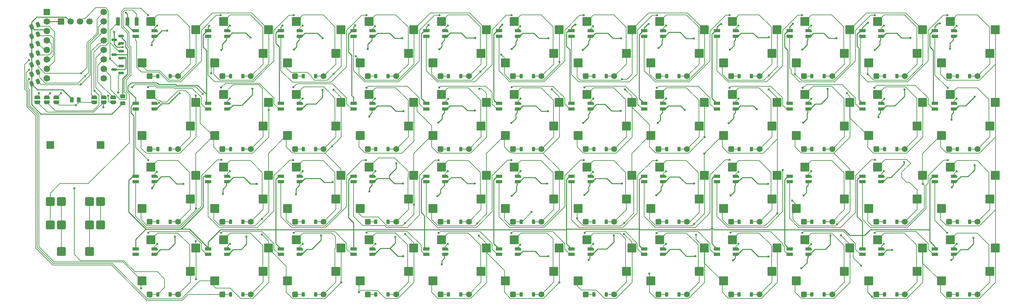
<source format=gbr>
%TF.GenerationSoftware,KiCad,Pcbnew,9.0.2+dfsg-1*%
%TF.CreationDate,2025-11-03T11:46:04-05:00*%
%TF.ProjectId,4x12,34783132-2e6b-4696-9361-645f70636258,rev?*%
%TF.SameCoordinates,Original*%
%TF.FileFunction,Copper,L2,Bot*%
%TF.FilePolarity,Positive*%
%FSLAX46Y46*%
G04 Gerber Fmt 4.6, Leading zero omitted, Abs format (unit mm)*
G04 Created by KiCad (PCBNEW 9.0.2+dfsg-1) date 2025-11-03 11:46:04*
%MOMM*%
%LPD*%
G01*
G04 APERTURE LIST*
G04 Aperture macros list*
%AMRoundRect*
0 Rectangle with rounded corners*
0 $1 Rounding radius*
0 $2 $3 $4 $5 $6 $7 $8 $9 X,Y pos of 4 corners*
0 Add a 4 corners polygon primitive as box body*
4,1,4,$2,$3,$4,$5,$6,$7,$8,$9,$2,$3,0*
0 Add four circle primitives for the rounded corners*
1,1,$1+$1,$2,$3*
1,1,$1+$1,$4,$5*
1,1,$1+$1,$6,$7*
1,1,$1+$1,$8,$9*
0 Add four rect primitives between the rounded corners*
20,1,$1+$1,$2,$3,$4,$5,0*
20,1,$1+$1,$4,$5,$6,$7,0*
20,1,$1+$1,$6,$7,$8,$9,0*
20,1,$1+$1,$8,$9,$2,$3,0*%
%AMOutline5P*
0 Free polygon, 5 corners , with rotation*
0 The origin of the aperture is its center*
0 number of corners: always 5*
0 $1 to $10 corner X, Y*
0 $11 Rotation angle, in degrees counterclockwise*
0 create outline with 5 corners*
4,1,5,$1,$2,$3,$4,$5,$6,$7,$8,$9,$10,$1,$2,$11*%
%AMOutline6P*
0 Free polygon, 6 corners , with rotation*
0 The origin of the aperture is its center*
0 number of corners: always 6*
0 $1 to $12 corner X, Y*
0 $13 Rotation angle, in degrees counterclockwise*
0 create outline with 6 corners*
4,1,6,$1,$2,$3,$4,$5,$6,$7,$8,$9,$10,$11,$12,$1,$2,$13*%
%AMOutline7P*
0 Free polygon, 7 corners , with rotation*
0 The origin of the aperture is its center*
0 number of corners: always 7*
0 $1 to $14 corner X, Y*
0 $15 Rotation angle, in degrees counterclockwise*
0 create outline with 7 corners*
4,1,7,$1,$2,$3,$4,$5,$6,$7,$8,$9,$10,$11,$12,$13,$14,$1,$2,$15*%
%AMOutline8P*
0 Free polygon, 8 corners , with rotation*
0 The origin of the aperture is its center*
0 number of corners: always 8*
0 $1 to $16 corner X, Y*
0 $17 Rotation angle, in degrees counterclockwise*
0 create outline with 8 corners*
4,1,8,$1,$2,$3,$4,$5,$6,$7,$8,$9,$10,$11,$12,$13,$14,$15,$16,$1,$2,$17*%
%AMFreePoly0*
4,1,23,0.500000,-0.750000,0.000000,-0.750000,0.000000,-0.745722,-0.065263,-0.745722,-0.191342,-0.711940,-0.304381,-0.646677,-0.396677,-0.554381,-0.461940,-0.441342,-0.495722,-0.315263,-0.495722,-0.250000,-0.500000,-0.250000,-0.500000,0.250000,-0.495722,0.250000,-0.495722,0.315263,-0.461940,0.441342,-0.396677,0.554381,-0.304381,0.646677,-0.191342,0.711940,-0.065263,0.745722,0.000000,0.745722,
0.000000,0.750000,0.500000,0.750000,0.500000,-0.750000,0.500000,-0.750000,$1*%
%AMFreePoly1*
4,1,23,0.000000,0.745722,0.065263,0.745722,0.191342,0.711940,0.304381,0.646677,0.396677,0.554381,0.461940,0.441342,0.495722,0.315263,0.495722,0.250000,0.500000,0.250000,0.500000,-0.250000,0.495722,-0.250000,0.495722,-0.315263,0.461940,-0.441342,0.396677,-0.554381,0.304381,-0.646677,0.191342,-0.711940,0.065263,-0.745722,0.000000,-0.745722,0.000000,-0.750000,-0.500000,-0.750000,
-0.500000,0.750000,0.000000,0.750000,0.000000,0.745722,0.000000,0.745722,$1*%
G04 Aperture macros list end*
%TA.AperFunction,SMDPad,CuDef*%
%ADD10RoundRect,0.240000X-0.959988X-0.960012X0.960012X-0.959988X0.959988X0.960012X-0.960012X0.959988X0*%
%TD*%
%TA.AperFunction,SMDPad,CuDef*%
%ADD11RoundRect,0.240000X0.959988X0.960012X-0.960012X0.959988X-0.959988X-0.960012X0.960012X-0.959988X0*%
%TD*%
%TA.AperFunction,ComponentPad*%
%ADD12RoundRect,0.250000X-0.500003X-0.499997X0.499997X-0.500003X0.500003X0.499997X-0.499997X0.500003X0*%
%TD*%
%TA.AperFunction,SMDPad,CuDef*%
%ADD13RoundRect,0.225000X-0.225002X-0.374999X0.224998X-0.375001X0.225002X0.374999X-0.224998X0.375001X0*%
%TD*%
%TA.AperFunction,ComponentPad*%
%ADD14C,1.600000*%
%TD*%
%TA.AperFunction,ComponentPad*%
%ADD15R,1.700000X1.700000*%
%TD*%
%TA.AperFunction,ComponentPad*%
%ADD16C,1.700000*%
%TD*%
%TA.AperFunction,ComponentPad*%
%ADD17C,1.752600*%
%TD*%
%TA.AperFunction,ComponentPad*%
%ADD18R,1.752600X1.752600*%
%TD*%
%TA.AperFunction,SMDPad,CuDef*%
%ADD19R,1.700000X0.820000*%
%TD*%
%TA.AperFunction,SMDPad,CuDef*%
%ADD20Outline5P,-0.850000X0.410000X0.850000X0.410000X0.850000X0.000000X0.440000X-0.410000X-0.850000X-0.410000X0.000000*%
%TD*%
%TA.AperFunction,SMDPad,CuDef*%
%ADD21Outline5P,-0.850000X0.410000X0.440000X0.410000X0.850000X0.000000X0.850000X-0.410000X-0.850000X-0.410000X0.000000*%
%TD*%
%TA.AperFunction,SMDPad,CuDef*%
%ADD22RoundRect,0.150000X0.587500X0.150000X-0.587500X0.150000X-0.587500X-0.150000X0.587500X-0.150000X0*%
%TD*%
%TA.AperFunction,SMDPad,CuDef*%
%ADD23RoundRect,0.200000X-0.300000X-0.925000X0.300000X-0.925000X0.300000X0.925000X-0.300000X0.925000X0*%
%TD*%
%TA.AperFunction,SMDPad,CuDef*%
%ADD24RoundRect,0.228261X-0.821745X-0.821733X0.821733X-0.821745X0.821745X0.821733X-0.821733X0.821745X0*%
%TD*%
%TA.AperFunction,SMDPad,CuDef*%
%ADD25RoundRect,0.250000X0.092760X0.512642X-0.400578X0.333081X-0.092760X-0.512642X0.400578X-0.333081X0*%
%TD*%
%TA.AperFunction,SMDPad,CuDef*%
%ADD26RoundRect,0.250000X0.900006X0.899994X-0.899994X0.900006X-0.900006X-0.899994X0.899994X-0.900006X0*%
%TD*%
%TA.AperFunction,SMDPad,CuDef*%
%ADD27FreePoly0,270.000000*%
%TD*%
%TA.AperFunction,SMDPad,CuDef*%
%ADD28FreePoly1,270.000000*%
%TD*%
%TA.AperFunction,SMDPad,CuDef*%
%ADD29RoundRect,0.250000X0.262500X0.450000X-0.262500X0.450000X-0.262500X-0.450000X0.262500X-0.450000X0*%
%TD*%
%TA.AperFunction,SMDPad,CuDef*%
%ADD30RoundRect,0.250000X-0.450000X0.262500X-0.450000X-0.262500X0.450000X-0.262500X0.450000X0.262500X0*%
%TD*%
%TA.AperFunction,ViaPad*%
%ADD31C,0.600000*%
%TD*%
%TA.AperFunction,Conductor*%
%ADD32C,0.250000*%
%TD*%
%TA.AperFunction,Conductor*%
%ADD33C,0.200000*%
%TD*%
G04 APERTURE END LIST*
D10*
%TO.P,REF\u002A\u002A,1*%
%TO.N,H15*%
X147970228Y-65731522D03*
%TO.P,REF\u002A\u002A,2*%
%TO.N,P3*%
X159970245Y-67931352D03*
%TD*%
D11*
%TO.P,REF\u002A\u002A,1*%
%TO.N,H20*%
X61275602Y-93771395D03*
%TO.P,REF\u002A\u002A,2*%
%TO.N,P0*%
X48348626Y-96311533D03*
%TD*%
%TO.P,REF\u002A\u002A,1*%
%TO.N,H010*%
X255835118Y-54771425D03*
%TO.P,REF\u002A\u002A,2*%
%TO.N,P6*%
X242908142Y-57311563D03*
%TD*%
D10*
%TO.P,REF\u002A\u002A,1*%
%TO.N,H09*%
X225794013Y-46231560D03*
%TO.P,REF\u002A\u002A,2*%
%TO.N,P6*%
X237794030Y-48431390D03*
%TD*%
D11*
%TO.P,REF\u002A\u002A,1*%
%TO.N,H13*%
X119643333Y-74271387D03*
%TO.P,REF\u002A\u002A,2*%
%TO.N,P2*%
X106716357Y-76811525D03*
%TD*%
%TO.P,REF\u002A\u002A,1*%
%TO.N,H00*%
X61275118Y-54771425D03*
%TO.P,REF\u002A\u002A,2*%
%TO.N,P0*%
X48348142Y-57311563D03*
%TD*%
D10*
%TO.P,REF\u002A\u002A,1*%
%TO.N,H07*%
X186882013Y-46231561D03*
%TO.P,REF\u002A\u002A,2*%
%TO.N,P4*%
X198882030Y-48431391D03*
%TD*%
D12*
%TO.P,D14,1*%
%TO.N,P1*%
X167116439Y-80381508D03*
D13*
X169276433Y-80381490D03*
%TO.P,D14,2*%
%TO.N,H16*%
X172576441Y-80381460D03*
D14*
X174736435Y-80381442D03*
%TD*%
D15*
%TO.P,REF\u002A\u002A,1*%
%TO.N,G*%
X26613801Y-46241089D03*
D16*
%TO.P,REF\u002A\u002A,2*%
%TO.N,3V*%
X29153801Y-46241089D03*
%TO.P,REF\u002A\u002A,3*%
%TO.N,SCL*%
X31693801Y-46241089D03*
%TO.P,REF\u002A\u002A,4*%
%TO.N,SDA*%
X34233801Y-46241088D03*
%TD*%
D11*
%TO.P,REF\u002A\u002A,1*%
%TO.N,H07*%
X197467118Y-54771426D03*
%TO.P,REF\u002A\u002A,2*%
%TO.N,P4*%
X184540142Y-57311564D03*
%TD*%
%TO.P,REF\u002A\u002A,1*%
%TO.N,H05*%
X158555118Y-54771425D03*
%TO.P,REF\u002A\u002A,2*%
%TO.N,P3*%
X145628142Y-57311563D03*
%TD*%
D10*
%TO.P,REF\u002A\u002A,1*%
%TO.N,H11*%
X70146229Y-65731522D03*
%TO.P,REF\u002A\u002A,2*%
%TO.N,P0*%
X82146246Y-67931352D03*
%TD*%
D12*
%TO.P,D14,1*%
%TO.N,P6*%
X69836200Y-60881507D03*
D13*
X71996194Y-60881489D03*
%TO.P,D14,2*%
%TO.N,H01*%
X75296202Y-60881459D03*
D14*
X77456196Y-60881441D03*
%TD*%
D12*
%TO.P,D14,1*%
%TO.N,P2*%
X147660200Y-60881507D03*
D13*
X149820194Y-60881489D03*
%TO.P,D14,2*%
%TO.N,H05*%
X153120202Y-60881459D03*
D14*
X155280196Y-60881441D03*
%TD*%
D11*
%TO.P,REF\u002A\u002A,1*%
%TO.N,H311*%
X275291602Y-113227395D03*
%TO.P,REF\u002A\u002A,2*%
%TO.N,P7*%
X262364626Y-115767533D03*
%TD*%
D10*
%TO.P,REF\u002A\u002A,1*%
%TO.N,H011*%
X264706014Y-46231559D03*
%TO.P,REF\u002A\u002A,2*%
%TO.N,P7*%
X276706031Y-48431389D03*
%TD*%
%TO.P,REF\u002A\u002A,1*%
%TO.N,H29*%
X225794497Y-85231530D03*
%TO.P,REF\u002A\u002A,2*%
%TO.N,P6*%
X237794514Y-87431360D03*
%TD*%
D17*
%TO.P,,22*%
%TO.N,P6*%
X38043800Y-48781089D03*
%TD*%
D10*
%TO.P,REF\u002A\u002A,1*%
%TO.N,H08*%
X206338013Y-46231559D03*
%TO.P,REF\u002A\u002A,2*%
%TO.N,P5*%
X218338030Y-48431389D03*
%TD*%
D17*
%TO.P,,23*%
%TO.N,P5*%
X38043800Y-46241089D03*
%TD*%
D11*
%TO.P,REF\u002A\u002A,1*%
%TO.N,H15*%
X158555333Y-74271387D03*
%TO.P,REF\u002A\u002A,2*%
%TO.N,P3*%
X145628357Y-76811525D03*
%TD*%
%TO.P,REF\u002A\u002A,1*%
%TO.N,H11*%
X80731334Y-74271387D03*
%TO.P,REF\u002A\u002A,2*%
%TO.N,P0*%
X67804358Y-76811525D03*
%TD*%
D10*
%TO.P,REF\u002A\u002A,1*%
%TO.N,H06*%
X167426013Y-46231561D03*
%TO.P,REF\u002A\u002A,2*%
%TO.N,P4*%
X179426030Y-48431391D03*
%TD*%
D12*
%TO.P,D14,1*%
%TO.N,P6*%
X128204200Y-60881507D03*
D13*
X130364194Y-60881489D03*
%TO.P,D14,2*%
%TO.N,H04*%
X133664202Y-60881459D03*
D14*
X135824196Y-60881441D03*
%TD*%
D10*
%TO.P,REF\u002A\u002A,1*%
%TO.N,H25*%
X147970497Y-85231530D03*
%TO.P,REF\u002A\u002A,2*%
%TO.N,P3*%
X159970514Y-87431360D03*
%TD*%
D11*
%TO.P,REF\u002A\u002A,1*%
%TO.N,H18*%
X216923333Y-74271387D03*
%TO.P,REF\u002A\u002A,2*%
%TO.N,P5*%
X203996357Y-76811525D03*
%TD*%
%TO.P,REF\u002A\u002A,1*%
%TO.N,H011*%
X275291119Y-54771424D03*
%TO.P,REF\u002A\u002A,2*%
%TO.N,P7*%
X262364143Y-57311562D03*
%TD*%
D12*
%TO.P,D14,1*%
%TO.N,P7*%
X186572439Y-80381506D03*
D13*
X188732433Y-80381488D03*
%TO.P,D14,2*%
%TO.N,H17*%
X192032441Y-80381458D03*
D14*
X194192435Y-80381440D03*
%TD*%
D11*
%TO.P,REF\u002A\u002A,1*%
%TO.N,H04*%
X139099118Y-54771425D03*
%TO.P,REF\u002A\u002A,2*%
%TO.N,P2*%
X126172142Y-57311563D03*
%TD*%
D10*
%TO.P,REF\u002A\u002A,1*%
%TO.N,H28*%
X206338497Y-85231530D03*
%TO.P,REF\u002A\u002A,2*%
%TO.N,P5*%
X218338514Y-87431360D03*
%TD*%
D12*
%TO.P,D14,1*%
%TO.N,P3*%
X50380439Y-80381507D03*
D13*
X52540433Y-80381489D03*
%TO.P,D14,2*%
%TO.N,H10*%
X55840441Y-80381459D03*
D14*
X58000435Y-80381441D03*
%TD*%
D12*
%TO.P,D14,1*%
%TO.N,P3*%
X167116653Y-119337513D03*
D13*
X169276647Y-119337495D03*
%TO.P,D14,2*%
%TO.N,H36*%
X172576655Y-119337465D03*
D14*
X174736649Y-119337447D03*
%TD*%
D10*
%TO.P,REF\u002A\u002A,1*%
%TO.N,H30*%
X50690497Y-104687530D03*
%TO.P,REF\u002A\u002A,2*%
%TO.N,P0*%
X62690514Y-106887360D03*
%TD*%
%TO.P,REF\u002A\u002A,1*%
%TO.N,H35*%
X147970497Y-104687530D03*
%TO.P,REF\u002A\u002A,2*%
%TO.N,P3*%
X159970514Y-106887360D03*
%TD*%
D12*
%TO.P,D14,1*%
%TO.N,P0*%
X225484200Y-60881507D03*
D13*
X227644194Y-60881489D03*
%TO.P,D14,2*%
%TO.N,H09*%
X230944202Y-60881459D03*
D14*
X233104196Y-60881441D03*
%TD*%
D17*
%TO.P,,19*%
%TO.N,CONN_C*%
X38043801Y-56401088D03*
%TD*%
D10*
%TO.P,REF\u002A\u002A,1*%
%TO.N,H10*%
X50690228Y-65731522D03*
%TO.P,REF\u002A\u002A,2*%
%TO.N,P0*%
X62690245Y-67931352D03*
%TD*%
D11*
%TO.P,REF\u002A\u002A,1*%
%TO.N,H33*%
X119643602Y-113227395D03*
%TO.P,REF\u002A\u002A,2*%
%TO.N,P2*%
X106716626Y-115767533D03*
%TD*%
D17*
%TO.P,,20*%
%TO.N,CONN_B*%
X38043801Y-53861089D03*
%TD*%
D12*
%TO.P,D14,1*%
%TO.N,P5*%
X108748652Y-119337513D03*
D13*
X110908646Y-119337495D03*
%TO.P,D14,2*%
%TO.N,H33*%
X114208654Y-119337465D03*
D14*
X116368648Y-119337447D03*
%TD*%
D10*
%TO.P,REF\u002A\u002A,1*%
%TO.N,H16*%
X167426229Y-65731522D03*
%TO.P,REF\u002A\u002A,2*%
%TO.N,P4*%
X179426246Y-67931352D03*
%TD*%
%TO.P,REF\u002A\u002A,1*%
%TO.N,H38*%
X206338497Y-104687531D03*
%TO.P,REF\u002A\u002A,2*%
%TO.N,P5*%
X218338514Y-106887361D03*
%TD*%
%TO.P,REF\u002A\u002A,1*%
%TO.N,H18*%
X206338228Y-65731522D03*
%TO.P,REF\u002A\u002A,2*%
%TO.N,P5*%
X218338245Y-67931352D03*
%TD*%
%TO.P,REF\u002A\u002A,1*%
%TO.N,H110*%
X245250228Y-65731522D03*
%TO.P,REF\u002A\u002A,2*%
%TO.N,P6*%
X257250245Y-67931352D03*
%TD*%
D12*
%TO.P,D14,1*%
%TO.N,P5*%
X147660440Y-80381507D03*
D13*
X149820434Y-80381489D03*
%TO.P,D14,2*%
%TO.N,H15*%
X153120442Y-80381459D03*
D14*
X155280436Y-80381441D03*
%TD*%
D12*
%TO.P,D14,1*%
%TO.N,P2*%
X69836653Y-119337514D03*
D13*
X71996647Y-119337496D03*
%TO.P,D14,2*%
%TO.N,H31*%
X75296655Y-119337466D03*
D14*
X77456649Y-119337448D03*
%TD*%
D18*
%TO.P,,1*%
%TO.N,5V*%
X22803800Y-43701089D03*
%TD*%
D17*
%TO.P,,3*%
%TO.N,3V*%
X22803801Y-48781088D03*
%TD*%
D12*
%TO.P,D14,1*%
%TO.N,P0*%
X108748201Y-60881507D03*
D13*
X110908195Y-60881489D03*
%TO.P,D14,2*%
%TO.N,H03*%
X114208203Y-60881459D03*
D14*
X116368197Y-60881441D03*
%TD*%
D11*
%TO.P,REF\u002A\u002A,1*%
%TO.N,H32*%
X100187602Y-113227395D03*
%TO.P,REF\u002A\u002A,2*%
%TO.N,P1*%
X87260626Y-115767533D03*
%TD*%
%TO.P,REF\u002A\u002A,1*%
%TO.N,H28*%
X216923602Y-93771395D03*
%TO.P,REF\u002A\u002A,2*%
%TO.N,P5*%
X203996626Y-96311533D03*
%TD*%
D12*
%TO.P,D14,1*%
%TO.N,P4*%
X264396439Y-80381507D03*
D13*
X266556433Y-80381489D03*
%TO.P,D14,2*%
%TO.N,H111*%
X269856441Y-80381459D03*
D14*
X272016435Y-80381441D03*
%TD*%
D12*
%TO.P,D14,1*%
%TO.N,P4*%
X108748652Y-99881512D03*
D13*
X110908646Y-99881494D03*
%TO.P,D14,2*%
%TO.N,H23*%
X114208654Y-99881464D03*
D14*
X116368648Y-99881446D03*
%TD*%
D10*
%TO.P,REF\u002A\u002A,1*%
%TO.N,H111*%
X264706228Y-65731522D03*
%TO.P,REF\u002A\u002A,2*%
%TO.N,P7*%
X276706245Y-67931352D03*
%TD*%
D17*
%TO.P,,5*%
%TO.N,P2*%
X22803800Y-53861089D03*
%TD*%
D10*
%TO.P,REF\u002A\u002A,1*%
%TO.N,H12*%
X89602228Y-65731522D03*
%TO.P,REF\u002A\u002A,2*%
%TO.N,P1*%
X101602245Y-67931352D03*
%TD*%
D11*
%TO.P,REF\u002A\u002A,1*%
%TO.N,H06*%
X178011118Y-54771426D03*
%TO.P,REF\u002A\u002A,2*%
%TO.N,P4*%
X165084142Y-57311564D03*
%TD*%
%TO.P,REF\u002A\u002A,1*%
%TO.N,H211*%
X275291602Y-93771395D03*
%TO.P,REF\u002A\u002A,2*%
%TO.N,P7*%
X262364626Y-96311533D03*
%TD*%
D10*
%TO.P,REF\u002A\u002A,1*%
%TO.N,H27*%
X186882498Y-85231530D03*
%TO.P,REF\u002A\u002A,2*%
%TO.N,P5*%
X198882515Y-87431360D03*
%TD*%
D11*
%TO.P,REF\u002A\u002A,1*%
%TO.N,H26*%
X178011602Y-93771395D03*
%TO.P,REF\u002A\u002A,2*%
%TO.N,P4*%
X165084626Y-96311533D03*
%TD*%
D10*
%TO.P,REF\u002A\u002A,1*%
%TO.N,H31*%
X70146497Y-104687530D03*
%TO.P,REF\u002A\u002A,2*%
%TO.N,P1*%
X82146514Y-106887360D03*
%TD*%
%TO.P,REF\u002A\u002A,1*%
%TO.N,H24*%
X128514497Y-85231529D03*
%TO.P,REF\u002A\u002A,2*%
%TO.N,P3*%
X140514514Y-87431359D03*
%TD*%
D12*
%TO.P,D14,1*%
%TO.N,P5*%
X244940439Y-80381507D03*
D13*
X247100433Y-80381489D03*
%TO.P,D14,2*%
%TO.N,H110*%
X250400441Y-80381459D03*
D14*
X252560435Y-80381441D03*
%TD*%
D10*
%TO.P,REF\u002A\u002A,1*%
%TO.N,H02*%
X89602013Y-46231560D03*
%TO.P,REF\u002A\u002A,2*%
%TO.N,P1*%
X101602030Y-48431390D03*
%TD*%
D12*
%TO.P,D14,1*%
%TO.N,P7*%
X147660652Y-119337513D03*
D13*
X149820646Y-119337495D03*
%TO.P,D14,2*%
%TO.N,H35*%
X153120654Y-119337465D03*
D14*
X155280648Y-119337447D03*
%TD*%
D11*
%TO.P,REF\u002A\u002A,1*%
%TO.N,H38*%
X216923602Y-113227396D03*
%TO.P,REF\u002A\u002A,2*%
%TO.N,P5*%
X203996626Y-115767534D03*
%TD*%
D10*
%TO.P,REF\u002A\u002A,1*%
%TO.N,H17*%
X186882228Y-65731522D03*
%TO.P,REF\u002A\u002A,2*%
%TO.N,P4*%
X198882245Y-67931352D03*
%TD*%
D12*
%TO.P,D14,1*%
%TO.N,P0*%
X167116200Y-60881508D03*
D13*
X169276194Y-60881490D03*
%TO.P,D14,2*%
%TO.N,H06*%
X172576202Y-60881460D03*
D14*
X174736196Y-60881442D03*
%TD*%
D12*
%TO.P,D14,1*%
%TO.N,P4*%
X50380653Y-99881513D03*
D13*
X52540647Y-99881495D03*
%TO.P,D14,2*%
%TO.N,H20*%
X55840655Y-99881465D03*
D14*
X58000649Y-99881447D03*
%TD*%
D11*
%TO.P,REF\u002A\u002A,1*%
%TO.N,H25*%
X158555602Y-93771395D03*
%TO.P,REF\u002A\u002A,2*%
%TO.N,P3*%
X145628626Y-96311533D03*
%TD*%
D10*
%TO.P,REF\u002A\u002A,1*%
%TO.N,H00*%
X50690013Y-46231560D03*
%TO.P,REF\u002A\u002A,2*%
%TO.N,P0*%
X62690030Y-48431390D03*
%TD*%
D11*
%TO.P,REF\u002A\u002A,1*%
%TO.N,H12*%
X100187333Y-74271387D03*
%TO.P,REF\u002A\u002A,2*%
%TO.N,P1*%
X87260357Y-76811525D03*
%TD*%
D12*
%TO.P,D14,1*%
%TO.N,P1*%
X225484439Y-80381507D03*
D13*
X227644433Y-80381489D03*
%TO.P,D14,2*%
%TO.N,H19*%
X230944441Y-80381459D03*
D14*
X233104435Y-80381441D03*
%TD*%
D12*
%TO.P,D14,1*%
%TO.N,P3*%
X89292200Y-60881507D03*
D13*
X91452194Y-60881489D03*
%TO.P,D14,2*%
%TO.N,H02*%
X94752202Y-60881459D03*
D14*
X96912196Y-60881441D03*
%TD*%
D12*
%TO.P,D14,1*%
%TO.N,P1*%
X128204652Y-119337513D03*
D13*
X130364646Y-119337495D03*
%TO.P,D14,2*%
%TO.N,H34*%
X133664654Y-119337465D03*
D14*
X135824648Y-119337447D03*
%TD*%
D10*
%TO.P,REF\u002A\u002A,1*%
%TO.N,H21*%
X70146498Y-85231530D03*
%TO.P,REF\u002A\u002A,2*%
%TO.N,P1*%
X82146515Y-87431360D03*
%TD*%
D12*
%TO.P,D14,1*%
%TO.N,P6*%
X206028652Y-99881513D03*
D13*
X208188646Y-99881495D03*
%TO.P,D14,2*%
%TO.N,H28*%
X211488654Y-99881465D03*
D14*
X213648648Y-99881447D03*
%TD*%
D11*
%TO.P,REF\u002A\u002A,1*%
%TO.N,H36*%
X178011602Y-113227395D03*
%TO.P,REF\u002A\u002A,2*%
%TO.N,P4*%
X165084626Y-115767533D03*
%TD*%
%TO.P,REF\u002A\u002A,1*%
%TO.N,H10*%
X61275333Y-74271387D03*
%TO.P,REF\u002A\u002A,2*%
%TO.N,P0*%
X48348357Y-76811525D03*
%TD*%
D17*
%TO.P,,4*%
%TO.N,P3*%
X22803800Y-51321090D03*
%TD*%
%TO.P,,24*%
%TO.N,P4*%
X38043800Y-43701089D03*
%TD*%
D10*
%TO.P,REF\u002A\u002A,1*%
%TO.N,H36*%
X167426497Y-104687530D03*
%TO.P,REF\u002A\u002A,2*%
%TO.N,P4*%
X179426514Y-106887360D03*
%TD*%
D12*
%TO.P,D14,1*%
%TO.N,P2*%
X167116653Y-99881513D03*
D13*
X169276647Y-99881495D03*
%TO.P,D14,2*%
%TO.N,H26*%
X172576655Y-99881465D03*
D14*
X174736649Y-99881447D03*
%TD*%
D17*
%TO.P,,7*%
%TO.N,P0*%
X22803800Y-58941088D03*
%TD*%
D10*
%TO.P,REF\u002A\u002A,1*%
%TO.N,H311*%
X264706497Y-104687530D03*
%TO.P,REF\u002A\u002A,2*%
%TO.N,P7*%
X276706514Y-106887360D03*
%TD*%
D12*
%TO.P,D14,1*%
%TO.N,P7*%
X89292652Y-119337513D03*
D13*
X91452646Y-119337495D03*
%TO.P,D14,2*%
%TO.N,H32*%
X94752654Y-119337465D03*
D14*
X96912648Y-119337447D03*
%TD*%
D11*
%TO.P,REF\u002A\u002A,1*%
%TO.N,H34*%
X139099602Y-113227395D03*
%TO.P,REF\u002A\u002A,2*%
%TO.N,P3*%
X126172626Y-115767533D03*
%TD*%
D12*
%TO.P,D14,1*%
%TO.N,P0*%
X128204652Y-99881513D03*
D13*
X130364646Y-99881495D03*
%TO.P,D14,2*%
%TO.N,H24*%
X133664654Y-99881465D03*
D14*
X135824648Y-99881447D03*
%TD*%
D12*
%TO.P,D14,1*%
%TO.N,P5*%
X50380652Y-119337513D03*
D13*
X52540646Y-119337495D03*
%TO.P,D14,2*%
%TO.N,H30*%
X55840654Y-119337465D03*
D14*
X58000648Y-119337447D03*
%TD*%
D11*
%TO.P,REF\u002A\u002A,1*%
%TO.N,H16*%
X178011334Y-74271387D03*
%TO.P,REF\u002A\u002A,2*%
%TO.N,P4*%
X165084358Y-76811525D03*
%TD*%
D10*
%TO.P,REF\u002A\u002A,1*%
%TO.N,H37*%
X186882498Y-104687530D03*
%TO.P,REF\u002A\u002A,2*%
%TO.N,P5*%
X198882515Y-106887360D03*
%TD*%
%TO.P,REF\u002A\u002A,1*%
%TO.N,H01*%
X70146013Y-46231560D03*
%TO.P,REF\u002A\u002A,2*%
%TO.N,P0*%
X82146030Y-48431390D03*
%TD*%
D12*
%TO.P,D14,1*%
%TO.N,P5*%
X89292652Y-99881513D03*
D13*
X91452646Y-99881495D03*
%TO.P,D14,2*%
%TO.N,H22*%
X94752654Y-99881465D03*
D14*
X96912648Y-99881447D03*
%TD*%
D11*
%TO.P,REF\u002A\u002A,1*%
%TO.N,H03*%
X119643119Y-54771425D03*
%TO.P,REF\u002A\u002A,2*%
%TO.N,P2*%
X106716143Y-57311563D03*
%TD*%
D12*
%TO.P,D14,1*%
%TO.N,P2*%
X244940652Y-119337513D03*
D13*
X247100646Y-119337495D03*
%TO.P,D14,2*%
%TO.N,H310*%
X250400654Y-119337465D03*
D14*
X252560648Y-119337447D03*
%TD*%
D11*
%TO.P,REF\u002A\u002A,1*%
%TO.N,H14*%
X139099333Y-74271388D03*
%TO.P,REF\u002A\u002A,2*%
%TO.N,P2*%
X126172357Y-76811526D03*
%TD*%
%TO.P,REF\u002A\u002A,1*%
%TO.N,H22*%
X100187602Y-93771396D03*
%TO.P,REF\u002A\u002A,2*%
%TO.N,P1*%
X87260626Y-96311534D03*
%TD*%
D12*
%TO.P,D14,1*%
%TO.N,P3*%
X225484652Y-119337513D03*
D13*
X227644646Y-119337495D03*
%TO.P,D14,2*%
%TO.N,H39*%
X230944654Y-119337465D03*
D14*
X233104648Y-119337447D03*
%TD*%
D12*
%TO.P,D14,1*%
%TO.N,P7*%
X206028652Y-119337513D03*
D13*
X208188646Y-119337495D03*
%TO.P,D14,2*%
%TO.N,H38*%
X211488654Y-119337465D03*
D14*
X213648648Y-119337447D03*
%TD*%
D12*
%TO.P,D14,1*%
%TO.N,P1*%
X186572652Y-119337514D03*
D13*
X188732646Y-119337496D03*
%TO.P,D14,2*%
%TO.N,H37*%
X192032654Y-119337466D03*
D14*
X194192648Y-119337448D03*
%TD*%
D12*
%TO.P,D14,1*%
%TO.N,P3*%
X264396200Y-60881507D03*
D13*
X266556194Y-60881489D03*
%TO.P,D14,2*%
%TO.N,H011*%
X269856202Y-60881459D03*
D14*
X272016196Y-60881441D03*
%TD*%
D12*
%TO.P,D14,1*%
%TO.N,P7*%
X128204439Y-80381507D03*
D13*
X130364433Y-80381489D03*
%TO.P,D14,2*%
%TO.N,H14*%
X133664441Y-80381459D03*
D14*
X135824435Y-80381441D03*
%TD*%
D17*
%TO.P,,6*%
%TO.N,P1*%
X22803800Y-56401089D03*
%TD*%
D11*
%TO.P,REF\u002A\u002A,1*%
%TO.N,H37*%
X197467603Y-113227395D03*
%TO.P,REF\u002A\u002A,2*%
%TO.N,P5*%
X184540627Y-115767533D03*
%TD*%
%TO.P,REF\u002A\u002A,1*%
%TO.N,H01*%
X80731118Y-54771425D03*
%TO.P,REF\u002A\u002A,2*%
%TO.N,P0*%
X67804142Y-57311563D03*
%TD*%
%TO.P,REF\u002A\u002A,1*%
%TO.N,H310*%
X255835602Y-113227394D03*
%TO.P,REF\u002A\u002A,2*%
%TO.N,P7*%
X242908626Y-115767532D03*
%TD*%
D10*
%TO.P,REF\u002A\u002A,1*%
%TO.N,H34*%
X128514497Y-104687530D03*
%TO.P,REF\u002A\u002A,2*%
%TO.N,P3*%
X140514514Y-106887360D03*
%TD*%
D11*
%TO.P,REF\u002A\u002A,1*%
%TO.N,H09*%
X236379118Y-54771425D03*
%TO.P,REF\u002A\u002A,2*%
%TO.N,P6*%
X223452142Y-57311563D03*
%TD*%
%TO.P,REF\u002A\u002A,1*%
%TO.N,H02*%
X100187118Y-54771425D03*
%TO.P,REF\u002A\u002A,2*%
%TO.N,P1*%
X87260142Y-57311563D03*
%TD*%
D10*
%TO.P,REF\u002A\u002A,1*%
%TO.N,H26*%
X167426497Y-85231530D03*
%TO.P,REF\u002A\u002A,2*%
%TO.N,P4*%
X179426514Y-87431360D03*
%TD*%
%TO.P,REF\u002A\u002A,1*%
%TO.N,H03*%
X109058014Y-46231560D03*
%TO.P,REF\u002A\u002A,2*%
%TO.N,P2*%
X121058031Y-48431390D03*
%TD*%
D11*
%TO.P,REF\u002A\u002A,1*%
%TO.N,H23*%
X119643602Y-93771395D03*
%TO.P,REF\u002A\u002A,2*%
%TO.N,P2*%
X106716626Y-96311533D03*
%TD*%
D17*
%TO.P,,18*%
%TO.N,LED*%
X38043800Y-58941089D03*
%TD*%
D11*
%TO.P,REF\u002A\u002A,1*%
%TO.N,H24*%
X139099602Y-93771394D03*
%TO.P,REF\u002A\u002A,2*%
%TO.N,P3*%
X126172626Y-96311532D03*
%TD*%
%TO.P,REF\u002A\u002A,1*%
%TO.N,H111*%
X275291333Y-74271387D03*
%TO.P,REF\u002A\u002A,2*%
%TO.N,P7*%
X262364357Y-76811525D03*
%TD*%
D10*
%TO.P,REF\u002A\u002A,1*%
%TO.N,H20*%
X50690497Y-85231530D03*
%TO.P,REF\u002A\u002A,2*%
%TO.N,P0*%
X62690514Y-87431360D03*
%TD*%
D17*
%TO.P,,17*%
%TO.N,N/C*%
X38043800Y-61481090D03*
%TD*%
%TO.P,,8*%
%TO.N,N/C*%
X22803801Y-61481089D03*
%TD*%
D11*
%TO.P,REF\u002A\u002A,1*%
%TO.N,H27*%
X197467603Y-93771395D03*
%TO.P,REF\u002A\u002A,2*%
%TO.N,P5*%
X184540627Y-96311533D03*
%TD*%
D10*
%TO.P,REF\u002A\u002A,1*%
%TO.N,H22*%
X89602497Y-85231531D03*
%TO.P,REF\u002A\u002A,2*%
%TO.N,P1*%
X101602514Y-87431361D03*
%TD*%
D11*
%TO.P,REF\u002A\u002A,1*%
%TO.N,H21*%
X80731603Y-93771395D03*
%TO.P,REF\u002A\u002A,2*%
%TO.N,P1*%
X67804627Y-96311533D03*
%TD*%
D12*
%TO.P,D14,1*%
%TO.N,P1*%
X108748439Y-80381507D03*
D13*
X110908433Y-80381489D03*
%TO.P,D14,2*%
%TO.N,H13*%
X114208441Y-80381459D03*
D14*
X116368435Y-80381441D03*
%TD*%
D10*
%TO.P,REF\u002A\u002A,1*%
%TO.N,H310*%
X245250497Y-104687529D03*
%TO.P,REF\u002A\u002A,2*%
%TO.N,P7*%
X257250514Y-106887359D03*
%TD*%
D12*
%TO.P,D14,1*%
%TO.N,P3*%
X206028200Y-60881507D03*
D13*
X208188194Y-60881489D03*
%TO.P,D14,2*%
%TO.N,H08*%
X211488202Y-60881459D03*
D14*
X213648196Y-60881441D03*
%TD*%
D11*
%TO.P,REF\u002A\u002A,1*%
%TO.N,H30*%
X61275602Y-113227395D03*
%TO.P,REF\u002A\u002A,2*%
%TO.N,P0*%
X48348626Y-115767533D03*
%TD*%
D10*
%TO.P,REF\u002A\u002A,1*%
%TO.N,H14*%
X128514228Y-65731523D03*
%TO.P,REF\u002A\u002A,2*%
%TO.N,P2*%
X140514245Y-67931353D03*
%TD*%
D12*
%TO.P,D14,1*%
%TO.N,P6*%
X264396652Y-119337513D03*
D13*
X266556646Y-119337495D03*
%TO.P,D14,2*%
%TO.N,H311*%
X269856654Y-119337465D03*
D14*
X272016648Y-119337447D03*
%TD*%
D10*
%TO.P,REF\u002A\u002A,1*%
%TO.N,H010*%
X245250013Y-46231560D03*
%TO.P,REF\u002A\u002A,2*%
%TO.N,P6*%
X257250030Y-48431390D03*
%TD*%
D11*
%TO.P,REF\u002A\u002A,1*%
%TO.N,H210*%
X255835602Y-93771395D03*
%TO.P,REF\u002A\u002A,2*%
%TO.N,P7*%
X242908626Y-96311533D03*
%TD*%
D12*
%TO.P,D14,1*%
%TO.N,P5*%
X264396653Y-99881513D03*
D13*
X266556647Y-99881495D03*
%TO.P,D14,2*%
%TO.N,H211*%
X269856655Y-99881465D03*
D14*
X272016649Y-99881447D03*
%TD*%
D10*
%TO.P,REF\u002A\u002A,1*%
%TO.N,H39*%
X225794497Y-104687531D03*
%TO.P,REF\u002A\u002A,2*%
%TO.N,P6*%
X237794514Y-106887361D03*
%TD*%
D11*
%TO.P,REF\u002A\u002A,1*%
%TO.N,H35*%
X158555602Y-113227395D03*
%TO.P,REF\u002A\u002A,2*%
%TO.N,P3*%
X145628626Y-115767533D03*
%TD*%
D12*
%TO.P,D14,1*%
%TO.N,P0*%
X186572652Y-99881513D03*
D13*
X188732646Y-99881495D03*
%TO.P,D14,2*%
%TO.N,H27*%
X192032654Y-99881465D03*
D14*
X194192648Y-99881447D03*
%TD*%
D10*
%TO.P,REF\u002A\u002A,1*%
%TO.N,H211*%
X264706497Y-85231530D03*
%TO.P,REF\u002A\u002A,2*%
%TO.N,P7*%
X276706514Y-87431360D03*
%TD*%
D12*
%TO.P,D14,1*%
%TO.N,P7*%
X69836439Y-80381507D03*
D13*
X71996433Y-80381489D03*
%TO.P,D14,2*%
%TO.N,H11*%
X75296441Y-80381459D03*
D14*
X77456435Y-80381441D03*
%TD*%
D10*
%TO.P,REF\u002A\u002A,1*%
%TO.N,H05*%
X147970013Y-46231560D03*
%TO.P,REF\u002A\u002A,2*%
%TO.N,P3*%
X159970030Y-48431390D03*
%TD*%
D12*
%TO.P,D14,1*%
%TO.N,P2*%
X225484652Y-99881513D03*
D13*
X227644646Y-99881495D03*
%TO.P,D14,2*%
%TO.N,H29*%
X230944654Y-99881465D03*
D14*
X233104648Y-99881447D03*
%TD*%
D10*
%TO.P,REF\u002A\u002A,1*%
%TO.N,H32*%
X89602497Y-104687530D03*
%TO.P,REF\u002A\u002A,2*%
%TO.N,P1*%
X101602514Y-106887360D03*
%TD*%
D11*
%TO.P,REF\u002A\u002A,1*%
%TO.N,H110*%
X255835333Y-74271387D03*
%TO.P,REF\u002A\u002A,2*%
%TO.N,P6*%
X242908357Y-76811525D03*
%TD*%
D12*
%TO.P,D14,1*%
%TO.N,P6*%
X186572200Y-60881508D03*
D13*
X188732194Y-60881490D03*
%TO.P,D14,2*%
%TO.N,H07*%
X192032202Y-60881460D03*
D14*
X194192196Y-60881442D03*
%TD*%
D11*
%TO.P,REF\u002A\u002A,1*%
%TO.N,H08*%
X216923118Y-54771424D03*
%TO.P,REF\u002A\u002A,2*%
%TO.N,P5*%
X203996142Y-57311562D03*
%TD*%
%TO.P,REF\u002A\u002A,1*%
%TO.N,H19*%
X236379335Y-74271387D03*
%TO.P,REF\u002A\u002A,2*%
%TO.N,P6*%
X223452359Y-76811525D03*
%TD*%
D17*
%TO.P,,2*%
%TO.N,G*%
X22803800Y-46241089D03*
%TD*%
D11*
%TO.P,REF\u002A\u002A,1*%
%TO.N,H17*%
X197467333Y-74271387D03*
%TO.P,REF\u002A\u002A,2*%
%TO.N,P4*%
X184540357Y-76811525D03*
%TD*%
D12*
%TO.P,D14,1*%
%TO.N,P6*%
X147660652Y-99881513D03*
D13*
X149820646Y-99881495D03*
%TO.P,D14,2*%
%TO.N,H25*%
X153120654Y-99881465D03*
D14*
X155280648Y-99881447D03*
%TD*%
D12*
%TO.P,D14,1*%
%TO.N,P4*%
X206028440Y-80381506D03*
D13*
X208188434Y-80381488D03*
%TO.P,D14,2*%
%TO.N,H18*%
X211488442Y-80381458D03*
D14*
X213648436Y-80381440D03*
%TD*%
D17*
%TO.P,,21*%
%TO.N,CONN_A*%
X38043800Y-51321089D03*
%TD*%
D12*
%TO.P,D14,1*%
%TO.N,P1*%
X244940652Y-99881513D03*
D13*
X247100646Y-99881495D03*
%TO.P,D14,2*%
%TO.N,H210*%
X250400654Y-99881465D03*
D14*
X252560648Y-99881447D03*
%TD*%
D11*
%TO.P,REF\u002A\u002A,1*%
%TO.N,H39*%
X236379602Y-113227396D03*
%TO.P,REF\u002A\u002A,2*%
%TO.N,P6*%
X223452626Y-115767534D03*
%TD*%
D12*
%TO.P,D14,1*%
%TO.N,P0*%
X69836652Y-99881514D03*
D13*
X71996646Y-99881496D03*
%TO.P,D14,2*%
%TO.N,H21*%
X75296654Y-99881466D03*
D14*
X77456648Y-99881448D03*
%TD*%
D10*
%TO.P,REF\u002A\u002A,1*%
%TO.N,H23*%
X109058497Y-85231530D03*
%TO.P,REF\u002A\u002A,2*%
%TO.N,P2*%
X121058514Y-87431360D03*
%TD*%
%TO.P,REF\u002A\u002A,1*%
%TO.N,H19*%
X225794230Y-65731522D03*
%TO.P,REF\u002A\u002A,2*%
%TO.N,P6*%
X237794247Y-67931352D03*
%TD*%
%TO.P,REF\u002A\u002A,1*%
%TO.N,H13*%
X109058228Y-65731522D03*
%TO.P,REF\u002A\u002A,2*%
%TO.N,P2*%
X121058245Y-67931352D03*
%TD*%
%TO.P,REF\u002A\u002A,1*%
%TO.N,H04*%
X128514013Y-46231560D03*
%TO.P,REF\u002A\u002A,2*%
%TO.N,P2*%
X140514030Y-48431390D03*
%TD*%
D11*
%TO.P,REF\u002A\u002A,1*%
%TO.N,H29*%
X236379602Y-93771395D03*
%TO.P,REF\u002A\u002A,2*%
%TO.N,P6*%
X223452626Y-96311533D03*
%TD*%
D12*
%TO.P,D14,1*%
%TO.N,P4*%
X89292439Y-80381507D03*
D13*
X91452433Y-80381489D03*
%TO.P,D14,2*%
%TO.N,H12*%
X94752441Y-80381459D03*
D14*
X96912435Y-80381441D03*
%TD*%
D10*
%TO.P,REF\u002A\u002A,1*%
%TO.N,H33*%
X109058497Y-104687530D03*
%TO.P,REF\u002A\u002A,2*%
%TO.N,P2*%
X121058514Y-106887360D03*
%TD*%
D11*
%TO.P,REF\u002A\u002A,1*%
%TO.N,H31*%
X80731602Y-113227395D03*
%TO.P,REF\u002A\u002A,2*%
%TO.N,P1*%
X67804626Y-115767533D03*
%TD*%
D12*
%TO.P,D14,1*%
%TO.N,P4*%
X244940200Y-60881507D03*
D13*
X247100194Y-60881489D03*
%TO.P,D14,2*%
%TO.N,H010*%
X250400202Y-60881459D03*
D14*
X252560196Y-60881441D03*
%TD*%
D10*
%TO.P,REF\u002A\u002A,1*%
%TO.N,H210*%
X245250497Y-85231530D03*
%TO.P,REF\u002A\u002A,2*%
%TO.N,P7*%
X257250514Y-87431360D03*
%TD*%
D12*
%TO.P,D14,1*%
%TO.N,P2*%
X50380200Y-60881507D03*
D13*
X52540194Y-60881489D03*
%TO.P,D14,2*%
%TO.N,H00*%
X55840202Y-60881459D03*
D14*
X58000196Y-60881441D03*
%TD*%
D19*
%TO.P,REF\u002A\u002A,1*%
%TO.N,5V*%
X241142513Y-87679547D03*
%TO.P,REF\u002A\u002A,2*%
%TO.N,L34*%
X241142513Y-89179547D03*
D20*
%TO.P,REF\u002A\u002A,3*%
%TO.N,G*%
X246242513Y-89179547D03*
D21*
%TO.P,REF\u002A\u002A,4*%
%TO.N,L33*%
X246242513Y-87679547D03*
%TD*%
D19*
%TO.P,REF\u002A\u002A,1*%
%TO.N,5V*%
X202230030Y-48679608D03*
%TO.P,REF\u002A\u002A,2*%
%TO.N,L8*%
X202230030Y-50179608D03*
D20*
%TO.P,REF\u002A\u002A,3*%
%TO.N,G*%
X207330030Y-50179608D03*
D21*
%TO.P,REF\u002A\u002A,4*%
%TO.N,L7*%
X207330030Y-48679608D03*
%TD*%
D22*
%TO.P,REF\u002A\u002A,1*%
%TO.N,PU*%
X42760013Y-50150558D03*
%TO.P,REF\u002A\u002A,2*%
%TO.N,O-*%
X42760013Y-52050558D03*
%TO.P,REF\u002A\u002A,3*%
%TO.N,G*%
X40885013Y-51100558D03*
%TD*%
D19*
%TO.P,REF\u002A\u002A,1*%
%TO.N,5V*%
X260598028Y-48679577D03*
%TO.P,REF\u002A\u002A,2*%
%TO.N,L11*%
X260598028Y-50179577D03*
D20*
%TO.P,REF\u002A\u002A,3*%
%TO.N,G*%
X265698028Y-50179577D03*
D21*
%TO.P,REF\u002A\u002A,4*%
%TO.N,L10*%
X265698028Y-48679577D03*
%TD*%
D23*
%TO.P,REF\u002A\u002A,1*%
%TO.N,I+*%
X41882508Y-46225551D03*
%TO.P,REF\u002A\u002A,2*%
%TO.N,5V*%
X44382518Y-46225544D03*
%TO.P,REF\u002A\u002A,3*%
%TO.N,O+*%
X46882501Y-46225555D03*
%TD*%
D19*
%TO.P,REF\u002A\u002A,1*%
%TO.N,5V*%
X85494246Y-68179539D03*
%TO.P,REF\u002A\u002A,2*%
%TO.N,L21*%
X85494246Y-69679539D03*
D20*
%TO.P,REF\u002A\u002A,3*%
%TO.N,G*%
X90594246Y-69679539D03*
D21*
%TO.P,REF\u002A\u002A,4*%
%TO.N,L20*%
X90594246Y-68179539D03*
%TD*%
D19*
%TO.P,REF\u002A\u002A,1*%
%TO.N,5V*%
X143862513Y-107135608D03*
%TO.P,REF\u002A\u002A,2*%
%TO.N,L42*%
X143862513Y-108635608D03*
D20*
%TO.P,REF\u002A\u002A,3*%
%TO.N,G*%
X148962513Y-108635608D03*
D21*
%TO.P,REF\u002A\u002A,4*%
%TO.N,L41*%
X148962513Y-107135608D03*
%TD*%
D19*
%TO.P,REF\u002A\u002A,1*%
%TO.N,5V*%
X241142513Y-107135608D03*
%TO.P,REF\u002A\u002A,2*%
%TO.N,L37*%
X241142513Y-108635608D03*
D20*
%TO.P,REF\u002A\u002A,3*%
%TO.N,G*%
X246242513Y-108635608D03*
D21*
%TO.P,REF\u002A\u002A,4*%
%TO.N,L36*%
X246242513Y-107135608D03*
%TD*%
D19*
%TO.P,REF\u002A\u002A,1*%
%TO.N,5V*%
X104950029Y-48679577D03*
%TO.P,REF\u002A\u002A,2*%
%TO.N,L3*%
X104950029Y-50179577D03*
D20*
%TO.P,REF\u002A\u002A,3*%
%TO.N,G*%
X110050029Y-50179577D03*
D21*
%TO.P,REF\u002A\u002A,4*%
%TO.N,L2*%
X110050029Y-48679577D03*
%TD*%
D19*
%TO.P,REF\u002A\u002A,1*%
%TO.N,5V*%
X66038513Y-87679608D03*
%TO.P,REF\u002A\u002A,2*%
%TO.N,L25*%
X66038513Y-89179608D03*
D20*
%TO.P,REF\u002A\u002A,3*%
%TO.N,G*%
X71138513Y-89179608D03*
D21*
%TO.P,REF\u002A\u002A,4*%
%TO.N,L24*%
X71138513Y-87679608D03*
%TD*%
D14*
%TO.P,,4*%
%TO.N,O+*%
X23717525Y-100770501D03*
%TD*%
D24*
%TO.P,REF\u002A\u002A,1*%
%TO.N,I+*%
X23717674Y-79280499D03*
%TD*%
D19*
%TO.P,REF\u002A\u002A,1*%
%TO.N,5V*%
X260598513Y-87679607D03*
%TO.P,REF\u002A\u002A,2*%
%TO.N,L35*%
X260598513Y-89179607D03*
D20*
%TO.P,REF\u002A\u002A,3*%
%TO.N,G*%
X265698513Y-89179607D03*
D21*
%TO.P,REF\u002A\u002A,4*%
%TO.N,L34*%
X265698513Y-87679607D03*
%TD*%
D19*
%TO.P,REF\u002A\u002A,1*%
%TO.N,5V*%
X124406513Y-107135547D03*
%TO.P,REF\u002A\u002A,2*%
%TO.N,L43*%
X124406513Y-108635547D03*
D20*
%TO.P,REF\u002A\u002A,3*%
%TO.N,G*%
X129506513Y-108635547D03*
D21*
%TO.P,REF\u002A\u002A,4*%
%TO.N,L42*%
X129506513Y-107135547D03*
%TD*%
D14*
%TO.P,,4*%
%TO.N,B-*%
X34212513Y-100770558D03*
%TD*%
D19*
%TO.P,REF\u002A\u002A,1*%
%TO.N,5V*%
X241142244Y-68179508D03*
%TO.P,REF\u002A\u002A,2*%
%TO.N,L13*%
X241142244Y-69679508D03*
D20*
%TO.P,REF\u002A\u002A,3*%
%TO.N,G*%
X246242244Y-69679508D03*
D21*
%TO.P,REF\u002A\u002A,4*%
%TO.N,L12*%
X246242244Y-68179508D03*
%TD*%
D25*
%TO.P,REF\u002A\u002A,1*%
%TO.N,P3*%
X20442513Y-54640559D03*
%TO.P,REF\u002A\u002A,2*%
%TO.N,3V*%
X18727573Y-55264743D03*
%TD*%
D26*
%TO.P,REF\u002A\u002A,1*%
%TO.N,O+*%
X23717525Y-100770501D03*
%TD*%
D27*
%TO.P,REF\u002A\u002A,1*%
%TO.N,CONN_B*%
X38043800Y-66561088D03*
D28*
%TO.P,REF\u002A\u002A,2*%
%TO.N,SDA*%
X38043800Y-67861088D03*
%TD*%
D26*
%TO.P,REF\u002A\u002A,1*%
%TO.N,B+*%
X26722521Y-94510506D03*
%TD*%
%TO.P,REF\u002A\u002A,1*%
%TO.N,B+*%
X26727634Y-107835508D03*
%TD*%
D19*
%TO.P,REF\u002A\u002A,1*%
%TO.N,5V*%
X182774244Y-68179509D03*
%TO.P,REF\u002A\u002A,2*%
%TO.N,L16*%
X182774244Y-69679509D03*
D20*
%TO.P,REF\u002A\u002A,3*%
%TO.N,G*%
X187874244Y-69679509D03*
D21*
%TO.P,REF\u002A\u002A,4*%
%TO.N,L15*%
X187874244Y-68179509D03*
%TD*%
D19*
%TO.P,REF\u002A\u002A,1*%
%TO.N,5V*%
X202230244Y-68179508D03*
%TO.P,REF\u002A\u002A,2*%
%TO.N,L15*%
X202230244Y-69679508D03*
D20*
%TO.P,REF\u002A\u002A,3*%
%TO.N,G*%
X207330244Y-69679508D03*
D21*
%TO.P,REF\u002A\u002A,4*%
%TO.N,L14*%
X207330244Y-68179508D03*
%TD*%
D14*
%TO.P,,4*%
%TO.N,B+*%
X26722521Y-100770505D03*
%TD*%
D26*
%TO.P,REF\u002A\u002A,1*%
%TO.N,O+*%
X23717525Y-94510500D03*
%TD*%
D27*
%TO.P,REF\u002A\u002A,1*%
%TO.N,CONN_B*%
X22803800Y-66561089D03*
D28*
%TO.P,REF\u002A\u002A,2*%
%TO.N,SCL*%
X22803800Y-67861089D03*
%TD*%
D19*
%TO.P,REF\u002A\u002A,1*%
%TO.N,5V*%
X124406029Y-48679608D03*
%TO.P,REF\u002A\u002A,2*%
%TO.N,L4*%
X124406029Y-50179608D03*
D20*
%TO.P,REF\u002A\u002A,3*%
%TO.N,G*%
X129506029Y-50179608D03*
D21*
%TO.P,REF\u002A\u002A,4*%
%TO.N,L3*%
X129506029Y-48679608D03*
%TD*%
D19*
%TO.P,REF\u002A\u002A,1*%
%TO.N,5V*%
X46582514Y-87679547D03*
%TO.P,REF\u002A\u002A,2*%
%TO.N,L24*%
X46582514Y-89179547D03*
D20*
%TO.P,REF\u002A\u002A,3*%
%TO.N,G*%
X51682514Y-89179547D03*
D21*
%TO.P,REF\u002A\u002A,4*%
%TO.N,L23*%
X51682514Y-87679547D03*
%TD*%
D19*
%TO.P,REF\u002A\u002A,1*%
%TO.N,5V*%
X124406513Y-87679547D03*
%TO.P,REF\u002A\u002A,2*%
%TO.N,L28*%
X124406513Y-89179547D03*
D20*
%TO.P,REF\u002A\u002A,3*%
%TO.N,G*%
X129506513Y-89179547D03*
D21*
%TO.P,REF\u002A\u002A,4*%
%TO.N,L27*%
X129506513Y-87679547D03*
%TD*%
D25*
%TO.P,REF\u002A\u002A,1*%
%TO.N,P4*%
X20442513Y-57180559D03*
%TO.P,REF\u002A\u002A,2*%
%TO.N,3V*%
X18727573Y-57804743D03*
%TD*%
D19*
%TO.P,REF\u002A\u002A,1*%
%TO.N,5V*%
X163318513Y-107135607D03*
%TO.P,REF\u002A\u002A,2*%
%TO.N,L41*%
X163318513Y-108635607D03*
D20*
%TO.P,REF\u002A\u002A,3*%
%TO.N,G*%
X168418513Y-108635607D03*
D21*
%TO.P,REF\u002A\u002A,4*%
%TO.N,L40*%
X168418513Y-107135607D03*
%TD*%
D26*
%TO.P,REF\u002A\u002A,1*%
%TO.N,B-*%
X34212513Y-94510559D03*
%TD*%
D19*
%TO.P,REF\u002A\u002A,1*%
%TO.N,5V*%
X182774513Y-107135547D03*
%TO.P,REF\u002A\u002A,2*%
%TO.N,L40*%
X182774513Y-108635547D03*
D20*
%TO.P,REF\u002A\u002A,3*%
%TO.N,G*%
X187874513Y-108635547D03*
D21*
%TO.P,REF\u002A\u002A,4*%
%TO.N,L39*%
X187874513Y-107135547D03*
%TD*%
D19*
%TO.P,REF\u002A\u002A,1*%
%TO.N,5V*%
X104950244Y-68179508D03*
%TO.P,REF\u002A\u002A,2*%
%TO.N,L20*%
X104950244Y-69679508D03*
D20*
%TO.P,REF\u002A\u002A,3*%
%TO.N,G*%
X110050244Y-69679508D03*
D21*
%TO.P,REF\u002A\u002A,4*%
%TO.N,L19*%
X110050244Y-68179508D03*
%TD*%
D19*
%TO.P,REF\u002A\u002A,1*%
%TO.N,5V*%
X221686513Y-107135547D03*
%TO.P,REF\u002A\u002A,2*%
%TO.N,L38*%
X221686513Y-108635547D03*
D20*
%TO.P,REF\u002A\u002A,3*%
%TO.N,G*%
X226786513Y-108635547D03*
D21*
%TO.P,REF\u002A\u002A,4*%
%TO.N,L37*%
X226786513Y-107135547D03*
%TD*%
D14*
%TO.P,,4*%
%TO.N,O+*%
X23717525Y-94510500D03*
%TD*%
%TO.P,,4*%
%TO.N,O-*%
X37217529Y-100770592D03*
%TD*%
D25*
%TO.P,REF\u002A\u002A,1*%
%TO.N,P0*%
X20442513Y-47020559D03*
%TO.P,REF\u002A\u002A,2*%
%TO.N,3V*%
X18727573Y-47644743D03*
%TD*%
D19*
%TO.P,REF\u002A\u002A,1*%
%TO.N,5V*%
X221686244Y-68179507D03*
%TO.P,REF\u002A\u002A,2*%
%TO.N,L14*%
X221686244Y-69679507D03*
D20*
%TO.P,REF\u002A\u002A,3*%
%TO.N,G*%
X226786244Y-69679507D03*
D21*
%TO.P,REF\u002A\u002A,4*%
%TO.N,L13*%
X226786244Y-68179507D03*
%TD*%
D26*
%TO.P,REF\u002A\u002A,1*%
%TO.N,O-*%
X37217529Y-94510593D03*
%TD*%
D19*
%TO.P,REF\u002A\u002A,1*%
%TO.N,5V*%
X260598244Y-68179508D03*
%TO.P,REF\u002A\u002A,2*%
%TO.N,L12*%
X260598244Y-69679508D03*
D20*
%TO.P,REF\u002A\u002A,3*%
%TO.N,G*%
X265698244Y-69679508D03*
D21*
%TO.P,REF\u002A\u002A,4*%
%TO.N,L11*%
X265698244Y-68179508D03*
%TD*%
D19*
%TO.P,REF\u002A\u002A,1*%
%TO.N,5V*%
X163318029Y-48679608D03*
%TO.P,REF\u002A\u002A,2*%
%TO.N,L6*%
X163318029Y-50179608D03*
D20*
%TO.P,REF\u002A\u002A,3*%
%TO.N,G*%
X168418029Y-50179608D03*
D21*
%TO.P,REF\u002A\u002A,4*%
%TO.N,L5*%
X168418029Y-48679608D03*
%TD*%
D27*
%TO.P,REF\u002A\u002A,1*%
%TO.N,CONN_C*%
X40583800Y-66561090D03*
D28*
%TO.P,REF\u002A\u002A,2*%
%TO.N,SCL*%
X40583800Y-67861090D03*
%TD*%
D25*
%TO.P,REF\u002A\u002A,1*%
%TO.N,P1*%
X20442513Y-49560559D03*
%TO.P,REF\u002A\u002A,2*%
%TO.N,3V*%
X18727573Y-50184743D03*
%TD*%
D19*
%TO.P,REF\u002A\u002A,1*%
%TO.N,5V*%
X163318512Y-87679547D03*
%TO.P,REF\u002A\u002A,2*%
%TO.N,L30*%
X163318512Y-89179547D03*
D20*
%TO.P,REF\u002A\u002A,3*%
%TO.N,G*%
X168418512Y-89179547D03*
D21*
%TO.P,REF\u002A\u002A,4*%
%TO.N,L29*%
X168418512Y-87679547D03*
%TD*%
D24*
%TO.P,REF\u002A\u002A,1*%
%TO.N,I-*%
X37217678Y-79280576D03*
%TD*%
D25*
%TO.P,REF\u002A\u002A,1*%
%TO.N,P5*%
X20442512Y-59720559D03*
%TO.P,REF\u002A\u002A,2*%
%TO.N,3V*%
X18727572Y-60344743D03*
%TD*%
D19*
%TO.P,REF\u002A\u002A,1*%
%TO.N,5V*%
X182774513Y-87679547D03*
%TO.P,REF\u002A\u002A,2*%
%TO.N,L31*%
X182774513Y-89179547D03*
D20*
%TO.P,REF\u002A\u002A,3*%
%TO.N,G*%
X187874513Y-89179547D03*
D21*
%TO.P,REF\u002A\u002A,4*%
%TO.N,L30*%
X187874513Y-87679547D03*
%TD*%
D29*
%TO.P,REF\u002A\u002A,1*%
%TO.N,P7*%
X31336300Y-67211088D03*
%TO.P,REF\u002A\u002A,2*%
%TO.N,3V*%
X29511300Y-67211090D03*
%TD*%
D19*
%TO.P,REF\u002A\u002A,1*%
%TO.N,5V*%
X85494029Y-48679577D03*
%TO.P,REF\u002A\u002A,2*%
%TO.N,L2*%
X85494029Y-50179577D03*
D20*
%TO.P,REF\u002A\u002A,3*%
%TO.N,G*%
X90594029Y-50179577D03*
D21*
%TO.P,REF\u002A\u002A,4*%
%TO.N,L1*%
X90594029Y-48679577D03*
%TD*%
D14*
%TO.P,,4*%
%TO.N,B+*%
X26722521Y-94510506D03*
%TD*%
%TO.P,,4*%
%TO.N,I-*%
X37217678Y-79280576D03*
%TD*%
D26*
%TO.P,REF\u002A\u002A,1*%
%TO.N,B-*%
X34212513Y-100770558D03*
%TD*%
D19*
%TO.P,REF\u002A\u002A,1*%
%TO.N,5V*%
X104950514Y-107135608D03*
%TO.P,REF\u002A\u002A,2*%
%TO.N,L44*%
X104950514Y-108635608D03*
D20*
%TO.P,REF\u002A\u002A,3*%
%TO.N,G*%
X110050514Y-108635608D03*
D21*
%TO.P,REF\u002A\u002A,4*%
%TO.N,L43*%
X110050514Y-107135608D03*
%TD*%
D19*
%TO.P,REF\u002A\u002A,1*%
%TO.N,5V*%
X221686513Y-87679547D03*
%TO.P,REF\u002A\u002A,2*%
%TO.N,L33*%
X221686513Y-89179547D03*
D20*
%TO.P,REF\u002A\u002A,3*%
%TO.N,G*%
X226786513Y-89179547D03*
D21*
%TO.P,REF\u002A\u002A,4*%
%TO.N,L32*%
X226786513Y-87679547D03*
%TD*%
D19*
%TO.P,REF\u002A\u002A,1*%
%TO.N,5V*%
X221686029Y-48679608D03*
%TO.P,REF\u002A\u002A,2*%
%TO.N,L9*%
X221686029Y-50179608D03*
D20*
%TO.P,REF\u002A\u002A,3*%
%TO.N,G*%
X226786029Y-50179608D03*
D21*
%TO.P,REF\u002A\u002A,4*%
%TO.N,L8*%
X226786029Y-48679608D03*
%TD*%
D19*
%TO.P,REF\u002A\u002A,1*%
%TO.N,5V*%
X124406244Y-68179539D03*
%TO.P,REF\u002A\u002A,2*%
%TO.N,L19*%
X124406244Y-69679539D03*
D20*
%TO.P,REF\u002A\u002A,3*%
%TO.N,G*%
X129506244Y-69679539D03*
D21*
%TO.P,REF\u002A\u002A,4*%
%TO.N,L18*%
X129506244Y-68179539D03*
%TD*%
D27*
%TO.P,REF\u002A\u002A,1*%
%TO.N,CONN_A*%
X20263800Y-66561089D03*
D28*
%TO.P,REF\u002A\u002A,2*%
%TO.N,SDA*%
X20263800Y-67861089D03*
%TD*%
D14*
%TO.P,,4*%
%TO.N,B+*%
X26727634Y-107835508D03*
%TD*%
D27*
%TO.P,REF\u002A\u002A,1*%
%TO.N,CONN_A*%
X35503802Y-66561089D03*
D28*
%TO.P,REF\u002A\u002A,2*%
%TO.N,P7*%
X35503802Y-67861089D03*
%TD*%
D19*
%TO.P,REF\u002A\u002A,1*%
%TO.N,5V*%
X46582513Y-107135558D03*
%TO.P,REF\u002A\u002A,2*%
%TO.N,N/C*%
X46582513Y-108635558D03*
D20*
%TO.P,REF\u002A\u002A,3*%
%TO.N,G*%
X51682513Y-108635558D03*
D21*
%TO.P,REF\u002A\u002A,4*%
%TO.N,L46*%
X51682513Y-107135558D03*
%TD*%
D19*
%TO.P,REF\u002A\u002A,1*%
%TO.N,5V*%
X202230513Y-107135547D03*
%TO.P,REF\u002A\u002A,2*%
%TO.N,L39*%
X202230513Y-108635547D03*
D20*
%TO.P,REF\u002A\u002A,3*%
%TO.N,G*%
X207330513Y-108635547D03*
D21*
%TO.P,REF\u002A\u002A,4*%
%TO.N,L38*%
X207330513Y-107135547D03*
%TD*%
D19*
%TO.P,REF\u002A\u002A,1*%
%TO.N,5V*%
X202230514Y-87679608D03*
%TO.P,REF\u002A\u002A,2*%
%TO.N,L32*%
X202230514Y-89179608D03*
D20*
%TO.P,REF\u002A\u002A,3*%
%TO.N,G*%
X207330514Y-89179608D03*
D21*
%TO.P,REF\u002A\u002A,4*%
%TO.N,L31*%
X207330514Y-87679608D03*
%TD*%
D19*
%TO.P,REF\u002A\u002A,1*%
%TO.N,5V*%
X260598512Y-107135547D03*
%TO.P,REF\u002A\u002A,2*%
%TO.N,L36*%
X260598512Y-108635547D03*
D20*
%TO.P,REF\u002A\u002A,3*%
%TO.N,G*%
X265698512Y-108635547D03*
D21*
%TO.P,REF\u002A\u002A,4*%
%TO.N,L35*%
X265698512Y-107135547D03*
%TD*%
D19*
%TO.P,REF\u002A\u002A,1*%
%TO.N,5V*%
X85494513Y-87679547D03*
%TO.P,REF\u002A\u002A,2*%
%TO.N,L26*%
X85494513Y-89179547D03*
D20*
%TO.P,REF\u002A\u002A,3*%
%TO.N,G*%
X90594513Y-89179547D03*
D21*
%TO.P,REF\u002A\u002A,4*%
%TO.N,L25*%
X90594513Y-87679547D03*
%TD*%
D19*
%TO.P,REF\u002A\u002A,1*%
%TO.N,5V*%
X182774029Y-48679608D03*
%TO.P,REF\u002A\u002A,2*%
%TO.N,L7*%
X182774029Y-50179608D03*
D20*
%TO.P,REF\u002A\u002A,3*%
%TO.N,G*%
X187874029Y-50179608D03*
D21*
%TO.P,REF\u002A\u002A,4*%
%TO.N,L6*%
X187874029Y-48679608D03*
%TD*%
D19*
%TO.P,REF\u002A\u002A,1*%
%TO.N,5V*%
X143862244Y-68179508D03*
%TO.P,REF\u002A\u002A,2*%
%TO.N,L18*%
X143862244Y-69679508D03*
D20*
%TO.P,REF\u002A\u002A,3*%
%TO.N,G*%
X148962244Y-69679508D03*
D21*
%TO.P,REF\u002A\u002A,4*%
%TO.N,L17*%
X148962244Y-68179508D03*
%TD*%
D14*
%TO.P,,4*%
%TO.N,I+*%
X23717674Y-79280499D03*
%TD*%
D19*
%TO.P,REF\u002A\u002A,1*%
%TO.N,5V*%
X66038512Y-107135547D03*
%TO.P,REF\u002A\u002A,2*%
%TO.N,L46*%
X66038512Y-108635547D03*
D20*
%TO.P,REF\u002A\u002A,3*%
%TO.N,G*%
X71138512Y-108635547D03*
D21*
%TO.P,REF\u002A\u002A,4*%
%TO.N,L45*%
X71138512Y-107135547D03*
%TD*%
D25*
%TO.P,REF\u002A\u002A,1*%
%TO.N,P2*%
X20442513Y-52100559D03*
%TO.P,REF\u002A\u002A,2*%
%TO.N,3V*%
X18727573Y-52724743D03*
%TD*%
D26*
%TO.P,REF\u002A\u002A,1*%
%TO.N,O-*%
X37217529Y-100770592D03*
%TD*%
D19*
%TO.P,REF\u002A\u002A,1*%
%TO.N,5V*%
X143862512Y-87679547D03*
%TO.P,REF\u002A\u002A,2*%
%TO.N,L29*%
X143862512Y-89179547D03*
D20*
%TO.P,REF\u002A\u002A,3*%
%TO.N,G*%
X148962512Y-89179547D03*
D21*
%TO.P,REF\u002A\u002A,4*%
%TO.N,L28*%
X148962512Y-87679547D03*
%TD*%
D19*
%TO.P,REF\u002A\u002A,1*%
%TO.N,5V*%
X143862029Y-48679577D03*
%TO.P,REF\u002A\u002A,2*%
%TO.N,L5*%
X143862029Y-50179577D03*
D20*
%TO.P,REF\u002A\u002A,3*%
%TO.N,G*%
X148962029Y-50179577D03*
D21*
%TO.P,REF\u002A\u002A,4*%
%TO.N,L4*%
X148962029Y-48679577D03*
%TD*%
D14*
%TO.P,,4*%
%TO.N,B-*%
X34217625Y-107835560D03*
%TD*%
D19*
%TO.P,REF\u002A\u002A,1*%
%TO.N,5V*%
X104950514Y-87679608D03*
%TO.P,REF\u002A\u002A,2*%
%TO.N,L27*%
X104950514Y-89179608D03*
D20*
%TO.P,REF\u002A\u002A,3*%
%TO.N,G*%
X110050514Y-89179608D03*
D21*
%TO.P,REF\u002A\u002A,4*%
%TO.N,L26*%
X110050514Y-87679608D03*
%TD*%
D22*
%TO.P,REF\u002A\u002A,1*%
%TO.N,I+*%
X42760013Y-54150558D03*
%TO.P,REF\u002A\u002A,2*%
%TO.N,G*%
X42760013Y-56050558D03*
%TO.P,REF\u002A\u002A,3*%
%TO.N,PU*%
X40885013Y-55100558D03*
%TD*%
D26*
%TO.P,REF\u002A\u002A,1*%
%TO.N,B-*%
X34217625Y-107835560D03*
%TD*%
D14*
%TO.P,,4*%
%TO.N,B-*%
X34212513Y-94510559D03*
%TD*%
D30*
%TO.P,REF\u002A\u002A,1*%
%TO.N,PU*%
X43123799Y-66298589D03*
%TO.P,REF\u002A\u002A,2*%
%TO.N,3V*%
X43123801Y-68123589D03*
%TD*%
D19*
%TO.P,REF\u002A\u002A,1*%
%TO.N,5V*%
X163318244Y-68179539D03*
%TO.P,REF\u002A\u002A,2*%
%TO.N,L17*%
X163318244Y-69679539D03*
D20*
%TO.P,REF\u002A\u002A,3*%
%TO.N,G*%
X168418244Y-69679539D03*
D21*
%TO.P,REF\u002A\u002A,4*%
%TO.N,L16*%
X168418244Y-68179539D03*
%TD*%
D19*
%TO.P,REF\u002A\u002A,1*%
%TO.N,5V*%
X46582029Y-48679577D03*
%TO.P,REF\u002A\u002A,2*%
%TO.N,L0*%
X46582029Y-50179577D03*
D20*
%TO.P,REF\u002A\u002A,3*%
%TO.N,G*%
X51682029Y-50179577D03*
D21*
%TO.P,REF\u002A\u002A,4*%
%TO.N,LED*%
X51682029Y-48679577D03*
%TD*%
D14*
%TO.P,,4*%
%TO.N,O-*%
X37217529Y-94510593D03*
%TD*%
D22*
%TO.P,REF\u002A\u002A,1*%
%TO.N,I+*%
X42760014Y-58150559D03*
%TO.P,REF\u002A\u002A,2*%
%TO.N,I-*%
X42760014Y-60050559D03*
%TO.P,REF\u002A\u002A,3*%
%TO.N,G*%
X40885014Y-59100559D03*
%TD*%
D19*
%TO.P,REF\u002A\u002A,1*%
%TO.N,5V*%
X66038244Y-68179539D03*
%TO.P,REF\u002A\u002A,2*%
%TO.N,L22*%
X66038244Y-69679539D03*
D20*
%TO.P,REF\u002A\u002A,3*%
%TO.N,G*%
X71138244Y-69679539D03*
D21*
%TO.P,REF\u002A\u002A,4*%
%TO.N,L21*%
X71138244Y-68179539D03*
%TD*%
D27*
%TO.P,REF\u002A\u002A,1*%
%TO.N,CONN_C*%
X25343801Y-66561089D03*
D28*
%TO.P,REF\u002A\u002A,2*%
%TO.N,P7*%
X25343801Y-67861089D03*
%TD*%
D19*
%TO.P,REF\u002A\u002A,1*%
%TO.N,5V*%
X66038029Y-48679576D03*
%TO.P,REF\u002A\u002A,2*%
%TO.N,L1*%
X66038029Y-50179576D03*
D20*
%TO.P,REF\u002A\u002A,3*%
%TO.N,G*%
X71138029Y-50179576D03*
D21*
%TO.P,REF\u002A\u002A,4*%
%TO.N,L0*%
X71138029Y-48679576D03*
%TD*%
D25*
%TO.P,REF\u002A\u002A,1*%
%TO.N,P6*%
X20442513Y-62260559D03*
%TO.P,REF\u002A\u002A,2*%
%TO.N,3V*%
X18727573Y-62884743D03*
%TD*%
D26*
%TO.P,REF\u002A\u002A,1*%
%TO.N,B+*%
X26722521Y-100770505D03*
%TD*%
D19*
%TO.P,REF\u002A\u002A,1*%
%TO.N,5V*%
X85494513Y-107135608D03*
%TO.P,REF\u002A\u002A,2*%
%TO.N,L45*%
X85494513Y-108635608D03*
D20*
%TO.P,REF\u002A\u002A,3*%
%TO.N,G*%
X90594513Y-108635608D03*
D21*
%TO.P,REF\u002A\u002A,4*%
%TO.N,L44*%
X90594513Y-107135608D03*
%TD*%
D19*
%TO.P,REF\u002A\u002A,1*%
%TO.N,5V*%
X241142029Y-48679578D03*
%TO.P,REF\u002A\u002A,2*%
%TO.N,L10*%
X241142029Y-50179578D03*
D20*
%TO.P,REF\u002A\u002A,3*%
%TO.N,G*%
X246242029Y-50179578D03*
D21*
%TO.P,REF\u002A\u002A,4*%
%TO.N,L9*%
X246242029Y-48679578D03*
%TD*%
D19*
%TO.P,REF\u002A\u002A,1*%
%TO.N,5V*%
X46582244Y-68179508D03*
%TO.P,REF\u002A\u002A,2*%
%TO.N,L23*%
X46582244Y-69679508D03*
D20*
%TO.P,REF\u002A\u002A,3*%
%TO.N,G*%
X51682244Y-69679508D03*
D21*
%TO.P,REF\u002A\u002A,4*%
%TO.N,L22*%
X51682244Y-68179508D03*
%TD*%
D31*
%TO.N,5V*%
X144710000Y-47020000D03*
X242670000Y-46560000D03*
X85860000Y-47280000D03*
X125047669Y-47157218D03*
X203450000Y-46880000D03*
X261890000Y-46760000D03*
X43967133Y-43855178D03*
X164360000Y-47050000D03*
X183910000Y-46880000D03*
X222556439Y-46766439D03*
X66287927Y-47400541D03*
X105341420Y-47241420D03*
%TO.N,G*%
X264670000Y-53480000D03*
X157130000Y-109100000D03*
X206540000Y-110190000D03*
X147200000Y-73430000D03*
X40880000Y-48980000D03*
X127410000Y-93000000D03*
X196170000Y-89690000D03*
X109140000Y-91750000D03*
X249140000Y-107390000D03*
X270900000Y-104180000D03*
X225100000Y-53790000D03*
X128550000Y-111330000D03*
X96207820Y-103561482D03*
X245510000Y-71860000D03*
X254030000Y-50630000D03*
X76280000Y-103880000D03*
X118010000Y-50670000D03*
X205400000Y-73460000D03*
X127630000Y-73320000D03*
X96660000Y-64603397D03*
X196490000Y-109100000D03*
X205720000Y-53790000D03*
X271240000Y-66360000D03*
X137490000Y-70130000D03*
X252346338Y-83850000D03*
X205850000Y-92880000D03*
X232610000Y-103561482D03*
X43760000Y-55970000D03*
X264998414Y-110171378D03*
X109160000Y-71700000D03*
X147280000Y-92940000D03*
X116150000Y-103960405D03*
X174600746Y-103559405D03*
X166730000Y-92730000D03*
X69940000Y-92450000D03*
X216000000Y-109180000D03*
X96660000Y-50700000D03*
X50980000Y-90940000D03*
X167841688Y-110137522D03*
X185990000Y-92820000D03*
X265040000Y-72510000D03*
X166320000Y-53830000D03*
X225400000Y-92850000D03*
X176460000Y-70190000D03*
X157000000Y-70240000D03*
X118160000Y-89690000D03*
X77850000Y-64290000D03*
X89500000Y-92490000D03*
X265159659Y-90666621D03*
X156760000Y-89660000D03*
X216150000Y-50490000D03*
X231870000Y-64220000D03*
X252400000Y-64430000D03*
X212890000Y-69750000D03*
X58390000Y-65405397D03*
X116370000Y-84259000D03*
X157090000Y-50740000D03*
X79000000Y-89730000D03*
X166390000Y-73380000D03*
X59400000Y-89710000D03*
X57100000Y-103910000D03*
X147260000Y-53620000D03*
X215950000Y-89720000D03*
X244480000Y-53860000D03*
X193600000Y-69950000D03*
X137530000Y-50600000D03*
X77320000Y-50530000D03*
X224870000Y-112370000D03*
X186380000Y-73380000D03*
X99318678Y-89250000D03*
X55090000Y-48700000D03*
X88970000Y-53720000D03*
X137390000Y-89690000D03*
X271220000Y-84770000D03*
X186550000Y-53340000D03*
X234260000Y-50670000D03*
X196030000Y-50810000D03*
X69520000Y-53860000D03*
X225380000Y-73290000D03*
X176580000Y-50740000D03*
X108740000Y-53620000D03*
X127880000Y-53690000D03*
X118220000Y-109110000D03*
X50970000Y-52580000D03*
X118350000Y-70240000D03*
X43180000Y-53050000D03*
X176800000Y-89690000D03*
%TO.N,P3*%
X160056130Y-57060285D03*
X160056614Y-116118531D03*
X64521252Y-65604517D03*
X45710000Y-63810000D03*
X144462030Y-55100285D03*
X158021252Y-64400285D03*
X138461252Y-103610286D03*
X138051252Y-100280285D03*
%TO.N,P2*%
X138926252Y-59655285D03*
X106407638Y-118782657D03*
X121144614Y-95290000D03*
X138635914Y-64209812D03*
X118736252Y-100255286D03*
X18052573Y-56580285D03*
X105550029Y-55500285D03*
X118771252Y-103230285D03*
%TO.N,P1*%
X99621252Y-64530285D03*
X80401950Y-103299587D03*
X99205463Y-79645463D03*
X99619691Y-60278724D03*
X80396253Y-99125285D03*
X18052573Y-59191573D03*
X101688615Y-116118530D03*
%TO.N,P0*%
X82232345Y-69930000D03*
X62776614Y-115300285D03*
X66845650Y-60086154D03*
X18052573Y-61660104D03*
X62672586Y-66070485D03*
X62776614Y-96300558D03*
X62739716Y-105093354D03*
X48039638Y-117760285D03*
%TO.N,P4*%
X177380000Y-103210000D03*
X176855158Y-61735158D03*
X198968346Y-77162581D03*
X32091611Y-60118389D03*
X164775639Y-99000000D03*
X177385386Y-100205388D03*
X177590000Y-64400000D03*
X164775639Y-99000000D03*
%TO.N,P5*%
X196130000Y-100490000D03*
X218424614Y-97685386D03*
X184070000Y-113780000D03*
X196670000Y-103400000D03*
X33071450Y-60881450D03*
X30190000Y-90900000D03*
X198882515Y-81616380D03*
X216140000Y-64390000D03*
X216095000Y-60685000D03*
%TO.N,P6*%
X222350000Y-94210000D03*
X237020000Y-65470000D03*
X235440000Y-103540000D03*
X240800000Y-111630000D03*
X242599154Y-60326619D03*
X152640000Y-97300000D03*
X223143154Y-60326619D03*
X234415000Y-100575000D03*
X31950000Y-63060000D03*
%TO.N,SDA*%
X37972513Y-69220558D03*
%TO.N,SCL*%
X35571909Y-64832798D03*
X39278626Y-66104446D03*
%TO.N,P7*%
X257336614Y-89700000D03*
X243690651Y-119937513D03*
X30572513Y-68620558D03*
%TO.N,LED*%
X52375409Y-47337916D03*
X49929344Y-44531569D03*
%TO.N,CONN_A*%
X20680433Y-65465558D03*
%TO.N,CONN_B*%
X23752514Y-65465558D03*
%TO.N,CONN_C*%
X26592514Y-65465558D03*
%TO.N,L0*%
X71831408Y-47337916D03*
X69354845Y-44531569D03*
%TO.N,L1*%
X88906171Y-44531568D03*
X91287408Y-47337916D03*
%TO.N,L2*%
X110691108Y-47509209D03*
X108388447Y-44531568D03*
%TO.N,L3*%
X130199408Y-47337917D03*
X127956006Y-44531567D03*
%TO.N,L4*%
X147260233Y-44531568D03*
X149603108Y-47509209D03*
%TO.N,L5*%
X169059109Y-47509209D03*
X166552002Y-44531570D03*
%TO.N,L6*%
X186243108Y-44531567D03*
X188564938Y-47350336D03*
%TO.N,L7*%
X208023408Y-47337916D03*
X205638097Y-44531568D03*
%TO.N,L8*%
X225018706Y-44531569D03*
X227479408Y-47337916D03*
%TO.N,L9*%
X244462513Y-44520558D03*
X246935408Y-47337916D03*
%TO.N,L10*%
X266383390Y-47378229D03*
X263912514Y-44500558D03*
%TO.N,L11*%
X266401967Y-66856309D03*
X264032512Y-64031530D03*
%TO.N,L12*%
X246991485Y-66932593D03*
X244383796Y-64031532D03*
%TO.N,L13*%
X225152514Y-63970557D03*
X227453815Y-66945774D03*
%TO.N,L14*%
X208023623Y-66837878D03*
X205632514Y-63970558D03*
%TO.N,L15*%
X188567623Y-66837878D03*
X186142513Y-64000558D03*
%TO.N,L16*%
X166752513Y-63930558D03*
X169111623Y-66837877D03*
%TO.N,L17*%
X149655316Y-66839427D03*
X147242514Y-63860558D03*
%TO.N,L18*%
X130252999Y-66928614D03*
X127852514Y-63910558D03*
%TO.N,L19*%
X110743624Y-66837878D03*
X108432514Y-64031529D03*
%TO.N,L20*%
X91287623Y-66837878D03*
X88862514Y-63860558D03*
%TO.N,L21*%
X71831623Y-66837878D03*
X69462513Y-63950558D03*
%TO.N,L22*%
X52861976Y-68002565D03*
X49942513Y-63840558D03*
%TO.N,L23*%
X49962513Y-83380558D03*
X52323592Y-86509180D03*
%TO.N,L24*%
X71831892Y-86337885D03*
X69532513Y-83310558D03*
%TO.N,L25*%
X91287892Y-86337886D03*
X88782514Y-83400558D03*
%TO.N,L26*%
X110756861Y-86360925D03*
X108272513Y-83420558D03*
%TO.N,L27*%
X127722513Y-83400558D03*
X130199893Y-86337885D03*
%TO.N,L28*%
X149653131Y-86351770D03*
X147192513Y-83360558D03*
%TO.N,L29*%
X169059592Y-86509179D03*
X166552513Y-83400557D03*
%TO.N,L30*%
X186142513Y-83430558D03*
X188567892Y-86337886D03*
%TO.N,L31*%
X205592513Y-83320558D03*
X207971593Y-86509179D03*
%TO.N,L32*%
X227479893Y-86337886D03*
X219881260Y-86011747D03*
%TO.N,L33*%
X246935892Y-86337887D03*
X244532513Y-83340559D03*
%TO.N,L34*%
X266391892Y-86337887D03*
X264002513Y-83360559D03*
%TO.N,L35*%
X263852513Y-102850558D03*
X266391892Y-105793886D03*
%TO.N,L36*%
X244492513Y-102830558D03*
X246935892Y-105793886D03*
%TO.N,L37*%
X227444137Y-105928562D03*
X225132513Y-102830558D03*
%TO.N,L38*%
X208023892Y-105793886D03*
X205832513Y-102810557D03*
%TO.N,L39*%
X186052513Y-102900558D03*
X188567894Y-105793886D03*
%TO.N,L40*%
X166822513Y-102840558D03*
X169111892Y-105793886D03*
%TO.N,L41*%
X149559741Y-106037773D03*
X147212514Y-102900558D03*
%TO.N,L42*%
X127762513Y-102860557D03*
X130199893Y-105793886D03*
%TO.N,L43*%
X108432514Y-102810557D03*
X110752513Y-105820558D03*
%TO.N,L44*%
X88982514Y-102880558D03*
X91280836Y-105829363D03*
%TO.N,L45*%
X71831892Y-105793886D03*
X69462513Y-102860558D03*
%TO.N,L46*%
X49962514Y-102880558D03*
X52375892Y-105793886D03*
%TO.N,I+*%
X39722514Y-56240558D03*
%TO.N,O-*%
X42142514Y-52380559D03*
%TO.N,I-*%
X41962513Y-65280558D03*
%TD*%
D32*
%TO.N,5V*%
X104510514Y-87679608D02*
X104950514Y-87679608D01*
X85018029Y-52948029D02*
X84123042Y-52053042D01*
X220315042Y-53065042D02*
X220315042Y-49610595D01*
X242670000Y-46560000D02*
X242476309Y-46560000D01*
X162842029Y-67703324D02*
X162842029Y-53792029D01*
X58846790Y-101859447D02*
X64667526Y-96038712D01*
X142491526Y-105764621D02*
X142491526Y-102170000D01*
X64667526Y-87912474D02*
X64900392Y-87679608D01*
X66038512Y-106870454D02*
X61027505Y-101859447D01*
X161922996Y-102034482D02*
X142627044Y-102034482D01*
X65482744Y-65610000D02*
X65562029Y-65610000D01*
X64900392Y-87679608D02*
X66038513Y-87679608D01*
X239771042Y-49610565D02*
X240702029Y-48679578D01*
X144710000Y-47020000D02*
X143862029Y-47867971D01*
X124025955Y-102024558D02*
X123930513Y-102120000D01*
X84500000Y-102034482D02*
X84169044Y-102034482D01*
X44382518Y-44270564D02*
X43967133Y-43855178D01*
X63154744Y-63282000D02*
X65482744Y-65610000D01*
X241142513Y-103540000D02*
X240780000Y-103540000D01*
X142491258Y-67248522D02*
X142491258Y-66120000D01*
X44382518Y-46225544D02*
X44382518Y-44270564D01*
X143422512Y-87679547D02*
X143862512Y-87679547D01*
X259227042Y-49610563D02*
X260158028Y-48679577D01*
X45356244Y-70716244D02*
X45356244Y-68965508D01*
X104950029Y-48679577D02*
X104510029Y-48679577D01*
X221210029Y-67703292D02*
X221210029Y-53960029D01*
X84123042Y-52053042D02*
X84123042Y-49300000D01*
X84982513Y-87679547D02*
X85494513Y-87679547D01*
X200859526Y-88265298D02*
X201445216Y-87679608D01*
X201800422Y-48679608D02*
X202230030Y-48679608D01*
X182774244Y-68179509D02*
X181403042Y-66808307D01*
X200859042Y-49620988D02*
X201800422Y-48679608D01*
X84123526Y-105764621D02*
X84123526Y-102080000D01*
X143422244Y-68179508D02*
X142491258Y-67248522D01*
X259227526Y-88610594D02*
X259227526Y-101970000D01*
X45230000Y-62790000D02*
X45342526Y-62677474D01*
X181403526Y-101730000D02*
X181403526Y-106204560D01*
X183788339Y-46880000D02*
X182774029Y-47894310D01*
X124406029Y-48679608D02*
X124406029Y-47798858D01*
X220315526Y-101840000D02*
X220121043Y-102034483D01*
X163318029Y-47811971D02*
X163318029Y-48679608D01*
X200859042Y-66808306D02*
X200859042Y-49620988D01*
X181403042Y-66808307D02*
X181403043Y-49760000D01*
X240780000Y-103540000D02*
X241786765Y-103540000D01*
X220315526Y-88610534D02*
X220315526Y-101840000D01*
X259227526Y-101970000D02*
X259080000Y-101970000D01*
X85494513Y-107135608D02*
X84123526Y-105764621D01*
X46582513Y-107135558D02*
X46582513Y-104609096D01*
X220315526Y-101840000D02*
X220315526Y-102080000D01*
X44382518Y-47270563D02*
X45791533Y-48679577D01*
X44526799Y-64250000D02*
X44526799Y-63493201D01*
X123035043Y-49538594D02*
X123894029Y-48679608D01*
X104950244Y-66569756D02*
X104950244Y-68179508D01*
X104950514Y-100150514D02*
X103579526Y-98779526D01*
X166810000Y-101880000D02*
X162077478Y-101880000D01*
X260598512Y-106475547D02*
X260598512Y-107135547D01*
X164360000Y-47050000D02*
X164080000Y-47050000D01*
X104976032Y-102034482D02*
X104950514Y-102060000D01*
X123930513Y-98254986D02*
X123035527Y-97360000D01*
X103579526Y-88610596D02*
X104510514Y-87679608D01*
X260598028Y-47571972D02*
X260598028Y-48679577D01*
X125750000Y-102024558D02*
X124025955Y-102024558D01*
X143862029Y-47867971D02*
X143862029Y-48679577D01*
X161947042Y-52897042D02*
X161947042Y-49202958D01*
X221210029Y-53960029D02*
X220315042Y-53065042D01*
X220315526Y-105885526D02*
X221565547Y-107135547D01*
X220121043Y-102034483D02*
X201434009Y-102034482D01*
X240702029Y-48679578D02*
X241142029Y-48679578D01*
X45342526Y-62677474D02*
X48950000Y-62677474D01*
X46582514Y-87679547D02*
X45810453Y-87679547D01*
X104950514Y-102060000D02*
X104950514Y-100150514D01*
X166810000Y-101880000D02*
X165106834Y-101880000D01*
X202230513Y-107135547D02*
X200859527Y-105764561D01*
X85494246Y-68179539D02*
X85018029Y-67703322D01*
X225040000Y-101984558D02*
X220410968Y-101984558D01*
X52688740Y-63078474D02*
X57295840Y-63078474D01*
X163318513Y-107135607D02*
X161948514Y-105765608D01*
X221246029Y-48679608D02*
X221686029Y-48679608D01*
X182774513Y-87679547D02*
X182334513Y-87679547D01*
X221246513Y-87679547D02*
X220315526Y-88610534D01*
X57295840Y-63078474D02*
X57499366Y-63282000D01*
X203070000Y-46880000D02*
X202230030Y-47719970D01*
X259227526Y-101970000D02*
X259227526Y-105104561D01*
X105341420Y-47241420D02*
X104950029Y-47632811D01*
X260598513Y-87679607D02*
X260158513Y-87679607D01*
X49332162Y-101859447D02*
X58846790Y-101859447D01*
X84743465Y-48679577D02*
X85494029Y-48679577D01*
X161948514Y-102060000D02*
X161922996Y-102034482D01*
X220315042Y-49610595D02*
X221246029Y-48679608D01*
X237812058Y-103540000D02*
X236256616Y-101984558D01*
X162806512Y-87679547D02*
X163318512Y-87679547D01*
X65562029Y-65610000D02*
X65562029Y-53942029D01*
X183910000Y-46880000D02*
X183788339Y-46880000D01*
X124406513Y-107135547D02*
X123930513Y-106659547D01*
X45810453Y-87679547D02*
X44730000Y-88760000D01*
X241142513Y-107135608D02*
X241142513Y-103540000D01*
X65562029Y-67703324D02*
X65562029Y-65610000D01*
X143862244Y-68179508D02*
X143422244Y-68179508D01*
X260122029Y-53882029D02*
X259227042Y-52987042D01*
X239771042Y-52891042D02*
X239771042Y-49610565D01*
X142491042Y-49610564D02*
X143422029Y-48679577D01*
X201434009Y-102034482D02*
X200859527Y-101460000D01*
X124406029Y-47798858D02*
X125047669Y-47157218D01*
X181403527Y-88610533D02*
X181403526Y-101730000D01*
X45791533Y-48679577D02*
X46582029Y-48679577D01*
X85494029Y-47645971D02*
X85494029Y-48679577D01*
X162470392Y-48679608D02*
X163318029Y-48679608D01*
X181708009Y-102034483D02*
X181403526Y-101730000D01*
X259227042Y-52987042D02*
X259227042Y-49610563D01*
X142627044Y-102034482D02*
X142491526Y-102170000D01*
X163318244Y-68179539D02*
X162842029Y-67703324D01*
X161948514Y-99760000D02*
X161948514Y-95616566D01*
X161947042Y-49202958D02*
X162470392Y-48679608D01*
X66038512Y-107135547D02*
X66038512Y-106870454D01*
X104440000Y-55290000D02*
X104474029Y-55290000D01*
X182334513Y-87679547D02*
X181403527Y-88610533D01*
X44730000Y-88760000D02*
X44730000Y-97257285D01*
X46106245Y-87203278D02*
X46106245Y-71466245D01*
X220410968Y-101984558D02*
X220315526Y-102080000D01*
X125740076Y-102034482D02*
X105900000Y-102034482D01*
X181253526Y-101880000D02*
X166810000Y-101880000D01*
X200859527Y-101460000D02*
X200859527Y-93699527D01*
X46142244Y-68179508D02*
X46582244Y-68179508D01*
X143862513Y-107135608D02*
X142491526Y-105764621D01*
X200859527Y-105764561D02*
X200859527Y-101460000D01*
X164080000Y-47050000D02*
X163318029Y-47811971D01*
X123035042Y-55355042D02*
X123035043Y-49538594D01*
X142491526Y-88610533D02*
X143422512Y-87679547D01*
X181403526Y-106204560D02*
X182334513Y-107135547D01*
X46582244Y-68179508D02*
X46582244Y-66736469D01*
X200859527Y-101460000D02*
X200285044Y-102034483D01*
X123930513Y-102120000D02*
X123930513Y-98254986D01*
X221686244Y-68179507D02*
X221210029Y-67703292D01*
X123035527Y-97360000D02*
X123035526Y-88610534D01*
X104950514Y-107135608D02*
X104950514Y-102060000D01*
X242476309Y-46560000D02*
X241142029Y-47894280D01*
X182334513Y-107135547D02*
X182774513Y-107135547D01*
X64667526Y-96038712D02*
X64667526Y-87912474D01*
X66287927Y-47400541D02*
X66038029Y-47650439D01*
X221686029Y-47636849D02*
X221686029Y-48679608D01*
X239771526Y-88610534D02*
X240702513Y-87679547D01*
X260158028Y-48679577D02*
X260598028Y-48679577D01*
X46582244Y-66736469D02*
X44757888Y-64912112D01*
X64667042Y-49760000D02*
X65747466Y-48679576D01*
X105900000Y-102034482D02*
X104976032Y-102034482D01*
X261410000Y-46760000D02*
X260598028Y-47571972D01*
X240214000Y-53334000D02*
X239771042Y-52891042D01*
X45356244Y-68965508D02*
X46142244Y-68179508D01*
X84123526Y-102080000D02*
X84123526Y-88538534D01*
X202230244Y-68179508D02*
X200859042Y-66808306D01*
X46582513Y-104609096D02*
X49332162Y-101859447D01*
X161948513Y-88537546D02*
X162806512Y-87679547D01*
X65562029Y-53942029D02*
X64667042Y-53047042D01*
X220315526Y-102080000D02*
X220315526Y-105885526D01*
X221686513Y-87679547D02*
X221246513Y-87679547D01*
X66038029Y-47650439D02*
X66038029Y-48679576D01*
X221565547Y-107135547D02*
X221686513Y-107135547D01*
X44757888Y-64912112D02*
X44526799Y-64681022D01*
X259227526Y-105104561D02*
X260598512Y-106475547D01*
X241142513Y-103540000D02*
X241142513Y-99884712D01*
X161948514Y-102060000D02*
X161948514Y-99760000D01*
X241786765Y-103540000D02*
X243292283Y-102034482D01*
X103579042Y-49610564D02*
X103579043Y-54429043D01*
X161948514Y-105765608D02*
X161948514Y-102060000D01*
X260158513Y-87679607D02*
X259227526Y-88610594D01*
X123894029Y-48679608D02*
X124406029Y-48679608D01*
X142617120Y-102024558D02*
X125750000Y-102024558D01*
X123966513Y-87679547D02*
X124406513Y-87679547D01*
X46106245Y-71466245D02*
X45356244Y-70716244D01*
X66038244Y-68179539D02*
X65562029Y-67703324D01*
X44730000Y-97257285D02*
X49332162Y-101859447D01*
X142491043Y-54620000D02*
X142491042Y-49610564D01*
X61027505Y-101859447D02*
X58846790Y-101859447D01*
X84500000Y-102034482D02*
X69325518Y-102034482D01*
X69325518Y-102034482D02*
X66038512Y-105321488D01*
X161948514Y-95616566D02*
X161948513Y-94730000D01*
X44526799Y-63493201D02*
X45230000Y-62790000D01*
X104950029Y-47632811D02*
X104950029Y-48679577D01*
X181403526Y-101730000D02*
X181253526Y-101880000D01*
X44382518Y-46225544D02*
X44382518Y-47270563D01*
X182774029Y-47894310D02*
X182774029Y-48679608D01*
X125750000Y-102024558D02*
X125740076Y-102034482D01*
X142491258Y-66120000D02*
X142491043Y-66119785D01*
X142627044Y-102034482D02*
X142617120Y-102024558D01*
X162077478Y-101880000D02*
X161922996Y-102034482D01*
X241142513Y-99884712D02*
X239771526Y-98513725D01*
X240702513Y-87679547D02*
X241142513Y-87679547D01*
X103579043Y-54429043D02*
X104440000Y-55290000D01*
X143422029Y-48679577D02*
X143862029Y-48679577D01*
X161948513Y-94730000D02*
X161948513Y-88537546D01*
X241142029Y-47894280D02*
X241142029Y-48679578D01*
X52287740Y-62677474D02*
X52688740Y-63078474D01*
X259080000Y-101970000D02*
X259015518Y-102034482D01*
X239771526Y-98513725D02*
X239771526Y-88610534D01*
X181403043Y-49760000D02*
X182483435Y-48679608D01*
X200859527Y-93699527D02*
X200859526Y-88265298D01*
X64667042Y-53047042D02*
X64667042Y-49760000D01*
X203450000Y-46880000D02*
X203070000Y-46880000D01*
X123035042Y-66808337D02*
X123035042Y-55355042D01*
X104474029Y-55290000D02*
X104474029Y-66093541D01*
X240780000Y-103540000D02*
X237812058Y-103540000D01*
X48950000Y-62677474D02*
X50660000Y-62677474D01*
X200285044Y-102034483D02*
X181708009Y-102034483D01*
X182483435Y-48679608D02*
X182774029Y-48679608D01*
X222556439Y-46766439D02*
X221686029Y-47636849D01*
X44526799Y-64681022D02*
X44526799Y-64250000D01*
X57499366Y-63282000D02*
X63154744Y-63282000D01*
X201445216Y-87679608D02*
X202230514Y-87679608D01*
X162842029Y-53792029D02*
X161947042Y-52897042D01*
X260598244Y-68179508D02*
X260122029Y-67703293D01*
X85018029Y-67703322D02*
X85018029Y-52948029D01*
X236256616Y-101984558D02*
X225040000Y-101984558D01*
X46582514Y-87679547D02*
X46106245Y-87203278D01*
X104510029Y-48679577D02*
X103579042Y-49610564D01*
X124406244Y-68179539D02*
X123035042Y-66808337D01*
X84123042Y-49300000D02*
X84743465Y-48679577D01*
X103579526Y-98779526D02*
X103579526Y-88610596D01*
X84169044Y-102034482D02*
X84123526Y-102080000D01*
X104474029Y-66093541D02*
X104950244Y-66569756D01*
X261890000Y-46760000D02*
X261410000Y-46760000D01*
X66038512Y-105321488D02*
X66038512Y-107135547D01*
X142491043Y-66119785D02*
X142491043Y-54620000D01*
X202230030Y-47719970D02*
X202230030Y-48679608D01*
X84123526Y-88538534D02*
X84982513Y-87679547D01*
X85860000Y-47280000D02*
X85494029Y-47645971D01*
X241142244Y-68179508D02*
X240214000Y-67251264D01*
X240214000Y-67251264D02*
X240214000Y-53334000D01*
X50660000Y-62677474D02*
X52287740Y-62677474D01*
X142491526Y-102170000D02*
X142491526Y-88610533D01*
X259015518Y-102034482D02*
X243292283Y-102034482D01*
X65747466Y-48679576D02*
X66038029Y-48679576D01*
X260122029Y-67703293D02*
X260122029Y-53882029D01*
X225040000Y-101984558D02*
X224216494Y-101984558D01*
X105900000Y-102034482D02*
X84500000Y-102034482D01*
X123930513Y-106659547D02*
X123930513Y-102120000D01*
X123035526Y-88610534D02*
X123966513Y-87679547D01*
%TO.N,G*%
X111356668Y-68830468D02*
X114860468Y-68830468D01*
X129282244Y-70688837D02*
X128680000Y-71291080D01*
X114550476Y-88330476D02*
X115440000Y-89220000D01*
X168194512Y-90188845D02*
X168194512Y-89403547D01*
X185990000Y-92820000D02*
X187283811Y-91526189D01*
X246699628Y-69679508D02*
X247550186Y-68828950D01*
X232590000Y-105940000D02*
X232570000Y-105920000D01*
X148371327Y-52508673D02*
X148371327Y-51555577D01*
X168194244Y-69903539D02*
X168418244Y-69679539D01*
X99237512Y-89331166D02*
X97041166Y-89331166D01*
X226393304Y-72276696D02*
X226393304Y-70857745D01*
X167827542Y-71055539D02*
X168194244Y-70688837D01*
X40885013Y-52339891D02*
X41602561Y-53057439D01*
X153750468Y-68830468D02*
X154870000Y-69950000D01*
X51458029Y-50403577D02*
X51682029Y-50179577D01*
X69940000Y-92450000D02*
X69940000Y-91163419D01*
X189641414Y-87870000D02*
X191310000Y-87870000D01*
X246242244Y-69679508D02*
X246699628Y-69679508D01*
X129282513Y-90188845D02*
X129282513Y-89403547D01*
X128550000Y-110377358D02*
X129282513Y-109644845D01*
X50980000Y-90667359D02*
X51490000Y-90157359D01*
X70930000Y-50387605D02*
X71138029Y-50179576D01*
X57190000Y-66480000D02*
X58264603Y-65405397D01*
X155180000Y-89660000D02*
X156760000Y-89660000D01*
X205400000Y-73460000D02*
X206710000Y-72150000D01*
X192570000Y-107640000D02*
X194030000Y-109100000D01*
X210510000Y-107270000D02*
X211410000Y-107270000D01*
X148738029Y-51188875D02*
X148738029Y-50403577D01*
X75020000Y-68680000D02*
X77410000Y-66290000D01*
X247779865Y-107390000D02*
X249140000Y-107390000D01*
X56680000Y-106140000D02*
X57100000Y-105720000D01*
X128230000Y-91241358D02*
X129282513Y-90188845D01*
X207621988Y-69679508D02*
X208471028Y-68830468D01*
X187283811Y-90555547D02*
X187650513Y-90188845D01*
X148962244Y-69679508D02*
X149419628Y-69679508D01*
X52139866Y-89179547D02*
X53499413Y-87820000D01*
X114550476Y-88330476D02*
X114550476Y-87419524D01*
X130882959Y-49260000D02*
X133730000Y-49260000D01*
X70930000Y-51172903D02*
X70930000Y-50387605D01*
X211410000Y-107270000D02*
X212000000Y-107860000D01*
X211900505Y-49330505D02*
X212710000Y-50140000D01*
X42760013Y-56050558D02*
X43679442Y-56050558D01*
X110507628Y-69679508D02*
X111356668Y-68830468D01*
X74850000Y-107350000D02*
X75930000Y-106270000D01*
X116770000Y-109110000D02*
X118220000Y-109110000D01*
X207330514Y-89179608D02*
X207740514Y-88769608D01*
X148371327Y-51555577D02*
X148738029Y-51188875D01*
X154630000Y-50740000D02*
X157090000Y-50740000D01*
X90370029Y-50403577D02*
X90594029Y-50179577D01*
X168418512Y-89179547D02*
X168875866Y-89179547D01*
X110050514Y-89179608D02*
X110342258Y-89179608D01*
X131123412Y-88020000D02*
X132880000Y-88020000D01*
X110507805Y-108635608D02*
X112123413Y-107020000D01*
X109826244Y-69903508D02*
X110050244Y-69679508D01*
X168194512Y-89403547D02*
X168418512Y-89179547D01*
X51682029Y-50179577D02*
X52139382Y-50179577D01*
X128230000Y-92180000D02*
X128230000Y-91241358D01*
X111191390Y-88330476D02*
X114550476Y-88330476D01*
X188331352Y-50179608D02*
X189390960Y-49120000D01*
X148738244Y-69903508D02*
X148962244Y-69679508D01*
X94839432Y-68290568D02*
X92440568Y-68290568D01*
X172750476Y-88330476D02*
X173260000Y-88840000D01*
X43679442Y-56050558D02*
X43760000Y-55970000D01*
X265474512Y-109695280D02*
X265474512Y-108859547D01*
X127880000Y-53690000D02*
X128540000Y-53030000D01*
X167841688Y-110137522D02*
X167841688Y-109997730D01*
X154140000Y-50250000D02*
X154630000Y-50740000D01*
X171530000Y-107200000D02*
X172700000Y-107200000D01*
X207106513Y-109644845D02*
X207106513Y-108859547D01*
X147200000Y-73430000D02*
X148371542Y-72258458D01*
X226562513Y-109644845D02*
X226562513Y-108859547D01*
X191310000Y-87870000D02*
X192180000Y-87870000D01*
X264998414Y-110171378D02*
X265474512Y-109695280D01*
X194060000Y-50810000D02*
X196030000Y-50810000D01*
X206770000Y-52740000D02*
X206770000Y-51524936D01*
X207787867Y-108635547D02*
X209153414Y-107270000D01*
X169724937Y-88330476D02*
X172750476Y-88330476D01*
X226393304Y-70857745D02*
X226562244Y-70688805D01*
X56600000Y-67070000D02*
X57190000Y-66480000D01*
X246699866Y-89179547D02*
X247859413Y-88020000D01*
X148738029Y-50403577D02*
X148962029Y-50179577D01*
X109850000Y-90165420D02*
X109850000Y-89380122D01*
X168220000Y-51162935D02*
X168220000Y-50377637D01*
X168418244Y-69679539D02*
X168709988Y-69679539D01*
X148738244Y-70688806D02*
X148738244Y-69903508D01*
X58264603Y-65405397D02*
X58390000Y-65405397D01*
X188331867Y-108635547D02*
X189687414Y-107280000D01*
X211530000Y-88020000D02*
X212290000Y-88780000D01*
X115460000Y-106240000D02*
X116150000Y-105550000D01*
X168194513Y-109644905D02*
X168194513Y-108859607D01*
X192460000Y-68810000D02*
X193600000Y-69950000D01*
X77330000Y-89730000D02*
X79000000Y-89730000D01*
X109830000Y-51184904D02*
X109830000Y-50399606D01*
X226393087Y-51357848D02*
X226562029Y-51188906D01*
X251080000Y-50000000D02*
X251710000Y-50630000D01*
X252346338Y-84433662D02*
X252346338Y-83850000D01*
X270900000Y-105800000D02*
X270900000Y-104180000D01*
X89500000Y-91059358D02*
X90370513Y-90188845D01*
X71595383Y-50179576D02*
X72474959Y-49300000D01*
X227243631Y-69679507D02*
X228573138Y-68350000D01*
X265698512Y-108635547D02*
X266155866Y-108635547D01*
X55470000Y-107350000D02*
X56680000Y-106140000D01*
X173260000Y-88840000D02*
X174110000Y-89690000D01*
X53569136Y-68250000D02*
X54060000Y-68250000D01*
X116270000Y-70240000D02*
X118350000Y-70240000D01*
X95290506Y-49330506D02*
X96660000Y-50700000D01*
X251710000Y-50630000D02*
X254030000Y-50630000D01*
X226600000Y-89366060D02*
X226786513Y-89179547D01*
X43953029Y-56880000D02*
X43953029Y-58736971D01*
X269380000Y-107320000D02*
X270530000Y-106170000D01*
X133730000Y-49260000D02*
X134300000Y-49830000D01*
X207106514Y-90188906D02*
X207106514Y-89403608D01*
X53880000Y-107350000D02*
X55470000Y-107350000D01*
X133720000Y-88020000D02*
X134310000Y-88610000D01*
X51490000Y-90157359D02*
X51490000Y-89372061D01*
X265474244Y-70688806D02*
X265474244Y-69903508D01*
X130812668Y-68830469D02*
X134110469Y-68830469D01*
X194000000Y-89690000D02*
X196170000Y-89690000D01*
X265474513Y-89403607D02*
X265698513Y-89179607D01*
X194030000Y-109100000D02*
X196490000Y-109100000D01*
X168875866Y-89179547D02*
X169724937Y-88330476D01*
X228573138Y-68350000D02*
X230080000Y-68350000D01*
X91900453Y-49330506D02*
X95290506Y-49330506D01*
X187874029Y-50179608D02*
X188331352Y-50179608D01*
X246242513Y-108635608D02*
X246534257Y-108635608D01*
X155160000Y-70240000D02*
X157000000Y-70240000D01*
X187481087Y-52408913D02*
X187481087Y-51357848D01*
X213130000Y-50560000D02*
X215200000Y-50560000D01*
X116370000Y-85600000D02*
X116370000Y-84259000D01*
X54710000Y-87820000D02*
X55680000Y-87820000D01*
X129506513Y-89179547D02*
X129963865Y-89179547D01*
X187650513Y-89403547D02*
X187874513Y-89179547D01*
X187283811Y-91526189D02*
X187283811Y-90555547D01*
X188331627Y-69679509D02*
X189201136Y-68810000D01*
X227243351Y-50179608D02*
X228092453Y-49330506D01*
X148371542Y-71055508D02*
X148738244Y-70688806D01*
X216080000Y-50560000D02*
X216150000Y-50490000D01*
X248760000Y-88020000D02*
X252346338Y-84433662D01*
X232570000Y-103601482D02*
X232610000Y-103561482D01*
X90594029Y-50179577D02*
X91051382Y-50179577D01*
X191310000Y-107280000D02*
X192210000Y-107280000D01*
X150268453Y-49330506D02*
X153220506Y-49330506D01*
X70940000Y-89378121D02*
X71138513Y-89179608D01*
X148962512Y-89179547D02*
X149419866Y-89179547D01*
X167827810Y-91632190D02*
X167827810Y-90555547D01*
X207106514Y-89403608D02*
X207330514Y-89179608D01*
X267515413Y-87820000D02*
X268790000Y-87820000D01*
X264670000Y-53480000D02*
X264670000Y-51992903D01*
X97041166Y-89331166D02*
X96040477Y-88330477D01*
X247548453Y-49330506D02*
X250410506Y-49330506D01*
X247859413Y-88020000D02*
X248760000Y-88020000D01*
X148738512Y-90188845D02*
X148738512Y-89403547D01*
X271220000Y-86000000D02*
X271220000Y-84770000D01*
X129282513Y-89403547D02*
X129506513Y-89179547D01*
X114680000Y-107020000D02*
X115460000Y-106240000D01*
X268769532Y-68830468D02*
X271240000Y-66360000D01*
X96660000Y-66470000D02*
X94839432Y-68290568D01*
X111341688Y-49330506D02*
X114640506Y-49330506D01*
X92440568Y-68290568D02*
X91051597Y-69679539D01*
X76280000Y-105920000D02*
X76280000Y-103880000D01*
X226786029Y-50179608D02*
X227243351Y-50179608D01*
X41601681Y-53056559D02*
X40885013Y-52339891D01*
X109140000Y-91750000D02*
X109140000Y-90875420D01*
X267471413Y-107320000D02*
X268150000Y-107320000D01*
X109160000Y-71700000D02*
X109160000Y-71355050D01*
X187110000Y-71229051D02*
X187650244Y-70688807D01*
X187650029Y-51188906D02*
X187650029Y-50403608D01*
X247550186Y-68828950D02*
X249851050Y-68828950D01*
X226786513Y-108635547D02*
X226681030Y-108741030D01*
X51682513Y-108635558D02*
X51974257Y-108635558D01*
X50980000Y-90940000D02*
X50980000Y-90667359D01*
X134710000Y-69430000D02*
X135410000Y-70130000D01*
X226393087Y-52496913D02*
X226393087Y-51357848D01*
X128540000Y-53030000D02*
X128540000Y-51930935D01*
X207740514Y-88769608D02*
X208260392Y-88769608D01*
X128680000Y-72270000D02*
X127630000Y-73320000D01*
X187874513Y-108635547D02*
X188331867Y-108635547D01*
X99318678Y-89250000D02*
X99237512Y-89331166D01*
X206937571Y-90357849D02*
X207106514Y-90188906D01*
X246018029Y-50403578D02*
X246242029Y-50179578D01*
X69817084Y-53562916D02*
X69817084Y-52285819D01*
X209010000Y-88020000D02*
X210560000Y-88020000D01*
X129282513Y-109644845D02*
X129282513Y-108859547D01*
X226681030Y-108741030D02*
X226681030Y-109198384D01*
X114680000Y-107020000D02*
X116770000Y-109110000D01*
X71430256Y-108635547D02*
X72715803Y-107350000D01*
X148569571Y-91650429D02*
X148569571Y-90357786D01*
X40885013Y-51100558D02*
X40885013Y-48985013D01*
X231290000Y-107240000D02*
X232590000Y-105940000D01*
X226195811Y-92054189D02*
X226195811Y-90555547D01*
X75110000Y-49300000D02*
X76090000Y-49300000D01*
X132880000Y-88020000D02*
X133720000Y-88020000D01*
X114860468Y-68830468D02*
X115540000Y-69510000D01*
X207330244Y-69679508D02*
X207621988Y-69679508D01*
X26613801Y-46241089D02*
X22803800Y-46241089D01*
X189687414Y-107280000D02*
X191310000Y-107280000D01*
X166320000Y-53830000D02*
X167830000Y-52320000D01*
X265474512Y-108859547D02*
X265698512Y-108635547D01*
X73540000Y-107350000D02*
X74850000Y-107350000D01*
X250410506Y-49330506D02*
X251080000Y-50000000D01*
X89710000Y-52980000D02*
X89710000Y-51848904D01*
X114640506Y-49330506D02*
X115730000Y-50420000D01*
X246242513Y-89179547D02*
X246699866Y-89179547D01*
X226330000Y-110910000D02*
X226330000Y-109877358D01*
X53259815Y-107350000D02*
X53880000Y-107350000D01*
X135410000Y-70130000D02*
X137490000Y-70130000D01*
X187650513Y-90188845D02*
X187650513Y-89403547D01*
X208260392Y-88769608D02*
X209010000Y-88020000D01*
X226786244Y-69679507D02*
X227243631Y-69679507D01*
X225100000Y-53790000D02*
X226393087Y-52496913D01*
X147280000Y-92940000D02*
X148569571Y-91650429D01*
X174060000Y-70190000D02*
X176460000Y-70190000D01*
X149419628Y-69679508D02*
X150268668Y-68830468D01*
X212290000Y-88780000D02*
X213230000Y-89720000D01*
X152600000Y-88020000D02*
X153540000Y-88020000D01*
X246699381Y-50179578D02*
X247548453Y-49330506D01*
X90370513Y-90188845D02*
X90370513Y-89403547D01*
X43180000Y-53050000D02*
X43173441Y-53056559D01*
X270810000Y-86410000D02*
X271220000Y-86000000D01*
X230080000Y-68350000D02*
X231870000Y-66560000D01*
X168220000Y-50377637D02*
X168418029Y-50179608D01*
X229100000Y-107240000D02*
X231290000Y-107240000D01*
X91051382Y-50179577D02*
X91900453Y-49330506D01*
X166730000Y-92730000D02*
X167827810Y-91632190D01*
X169724453Y-49330507D02*
X172990507Y-49330507D01*
X72474959Y-49300000D02*
X75110000Y-49300000D01*
X134110469Y-68830469D02*
X134710000Y-69430000D01*
X72110461Y-69269539D02*
X72700000Y-68680000D01*
X207106244Y-69903508D02*
X207330244Y-69679508D01*
X51974257Y-108635558D02*
X53259815Y-107350000D01*
X227078257Y-108635547D02*
X228473804Y-107240000D01*
X265040000Y-71123050D02*
X265474244Y-70688806D01*
X226786513Y-108635547D02*
X227078257Y-108635547D01*
X245849087Y-52490913D02*
X245849087Y-51357818D01*
X215200000Y-50560000D02*
X216080000Y-50560000D01*
X207330030Y-50179608D02*
X207787350Y-50179608D01*
X93750000Y-107260000D02*
X96207820Y-104802180D01*
X43953029Y-58736971D02*
X43589441Y-59100559D01*
X96207820Y-104802180D02*
X96207820Y-103561482D01*
X245510000Y-71197050D02*
X246018244Y-70688806D01*
X167830000Y-51552935D02*
X168220000Y-51162935D01*
X129282029Y-51188906D02*
X129282029Y-50403608D01*
X168194513Y-108859607D02*
X168418513Y-108635607D01*
X232230000Y-50670000D02*
X234260000Y-50670000D01*
X168875352Y-50179608D02*
X169724453Y-49330507D01*
X52139628Y-69679508D02*
X53569136Y-68250000D01*
X245510000Y-71860000D02*
X245510000Y-71197050D01*
X109160000Y-71355050D02*
X109826244Y-70688806D01*
X186380000Y-73380000D02*
X187110000Y-72650000D01*
X173660000Y-106240000D02*
X174600746Y-105299254D01*
X168875806Y-108635607D02*
X170311413Y-107200000D01*
X265040000Y-72510000D02*
X265040000Y-71123050D01*
X71548244Y-69269539D02*
X72110461Y-69269539D01*
X71138512Y-108635547D02*
X71430256Y-108635547D01*
X90370513Y-89403547D02*
X90594513Y-89179547D01*
X75930000Y-106270000D02*
X76280000Y-105920000D01*
X270530000Y-106170000D02*
X270900000Y-105800000D01*
X51458029Y-51188875D02*
X51458029Y-50403577D01*
X193360000Y-50110000D02*
X194060000Y-50810000D01*
X230890506Y-49330506D02*
X231630000Y-50070000D01*
X207106513Y-108859547D02*
X207330513Y-108635547D01*
X70940000Y-90163419D02*
X70940000Y-89378121D01*
X71138029Y-50179576D02*
X71595383Y-50179576D01*
X110492617Y-50179577D02*
X111341688Y-49330506D01*
X206540000Y-110190000D02*
X206561358Y-110190000D01*
X153516476Y-107786476D02*
X154040000Y-108310000D01*
X153800000Y-88280000D02*
X155180000Y-89660000D01*
X52139382Y-50179577D02*
X53618959Y-48700000D01*
X115520000Y-86450000D02*
X116370000Y-85600000D01*
X53499413Y-87820000D02*
X54710000Y-87820000D01*
X110050514Y-108635608D02*
X110507805Y-108635608D01*
X115980000Y-50670000D02*
X118010000Y-50670000D01*
X149419805Y-108635608D02*
X150268937Y-107786476D01*
X174600746Y-105299254D02*
X174600746Y-103559405D01*
X268790000Y-87820000D02*
X269400000Y-87820000D01*
X88970000Y-53720000D02*
X89710000Y-52980000D01*
X244480000Y-53860000D02*
X245849087Y-52490913D01*
X109140000Y-90875420D02*
X109850000Y-90165420D01*
X129282029Y-50403608D02*
X129506029Y-50179608D01*
X40885013Y-48985013D02*
X40880000Y-48980000D01*
X168418029Y-50179608D02*
X168875352Y-50179608D01*
X265474028Y-50403577D02*
X265698028Y-50179577D01*
X72805414Y-87970000D02*
X74450000Y-87970000D01*
X90594513Y-108635608D02*
X91051805Y-108635608D01*
X252010000Y-66670000D02*
X252400000Y-66280000D01*
X69817084Y-52285819D02*
X70930000Y-51172903D01*
X212710000Y-50140000D02*
X213130000Y-50560000D01*
X186550000Y-53340000D02*
X187481087Y-52408913D01*
X108740000Y-53620000D02*
X108740000Y-52274904D01*
X232570000Y-105920000D02*
X232570000Y-103601482D01*
X55680000Y-87820000D02*
X56230000Y-88370000D01*
X226681030Y-109198384D02*
X226562513Y-109316901D01*
X134300000Y-49830000D02*
X135070000Y-50600000D01*
X212000000Y-107860000D02*
X213320000Y-109180000D01*
X189390960Y-49120000D02*
X191850000Y-49120000D01*
X172300000Y-68430000D02*
X174060000Y-70190000D01*
X51490000Y-89372061D02*
X51682514Y-89179547D01*
X43953029Y-56163029D02*
X43760000Y-55970000D01*
X129282244Y-69903539D02*
X129282244Y-70688837D01*
X265474028Y-51188875D02*
X265474028Y-50403577D01*
X154040000Y-108310000D02*
X154830000Y-109100000D01*
X167827810Y-90555547D02*
X168194512Y-90188845D01*
X205720000Y-53790000D02*
X206770000Y-52740000D01*
X129506029Y-50179608D02*
X129963351Y-50179608D01*
X77850000Y-65850000D02*
X77850000Y-64290000D01*
X226562244Y-69903507D02*
X226786244Y-69679507D01*
X172700000Y-107200000D02*
X173660000Y-106240000D01*
X69940000Y-91163419D02*
X70940000Y-90163419D01*
X53618959Y-48700000D02*
X55090000Y-48700000D01*
X148962513Y-108635608D02*
X149419805Y-108635608D01*
X109830000Y-50399606D02*
X110050029Y-50179577D01*
X115730000Y-50420000D02*
X115980000Y-50670000D01*
X168709988Y-69679539D02*
X169959527Y-68430000D01*
X129506244Y-69679539D02*
X129282244Y-69903539D01*
X129963598Y-69679539D02*
X130812668Y-68830469D01*
X187650244Y-70688807D02*
X187650244Y-69903509D01*
X92427413Y-107260000D02*
X93720000Y-107260000D01*
X231870000Y-66560000D02*
X231870000Y-64220000D01*
X207106244Y-70688806D02*
X207106244Y-69903508D01*
X168194244Y-70688837D02*
X168194244Y-69903539D01*
X176540000Y-50700000D02*
X176580000Y-50740000D01*
X265159659Y-90503759D02*
X265474513Y-90188905D01*
X43953029Y-56880000D02*
X43953029Y-56163029D01*
X115910000Y-89690000D02*
X118160000Y-89690000D01*
X56230000Y-88370000D02*
X57570000Y-89710000D01*
X265698513Y-89179607D02*
X266155806Y-89179607D01*
X192370000Y-49120000D02*
X193360000Y-50110000D01*
X224870000Y-112370000D02*
X226330000Y-110910000D01*
X43953029Y-56563029D02*
X43953029Y-56880000D01*
X43589441Y-59100559D02*
X40885014Y-59100559D01*
X154830000Y-109100000D02*
X157130000Y-109100000D01*
X265474513Y-90188905D02*
X265474513Y-89403607D01*
X213320000Y-109180000D02*
X216000000Y-109180000D01*
X134310000Y-88610000D02*
X135390000Y-89690000D01*
X128550000Y-111330000D02*
X128550000Y-110377358D01*
X265159659Y-90666621D02*
X265159659Y-90503759D01*
X96660000Y-64603397D02*
X96660000Y-66470000D01*
X114550476Y-87419524D02*
X115520000Y-86450000D01*
X266155806Y-89179607D02*
X267515413Y-87820000D01*
X71138513Y-89179608D02*
X71595806Y-89179608D01*
X71138244Y-69679539D02*
X71548244Y-69269539D01*
X91051805Y-108635608D02*
X92427413Y-107260000D01*
X69520000Y-53860000D02*
X69817084Y-53562916D01*
X169959527Y-68430000D02*
X172300000Y-68430000D01*
X149419382Y-50179577D02*
X150268453Y-49330506D01*
X110050029Y-50179577D02*
X110492617Y-50179577D01*
X74450000Y-87970000D02*
X75570000Y-87970000D01*
X246534257Y-108635608D02*
X247779865Y-107390000D01*
X206770000Y-51524936D02*
X207106030Y-51188906D01*
X57570000Y-89710000D02*
X59400000Y-89710000D01*
X269400000Y-87820000D02*
X270810000Y-86410000D01*
X112123413Y-107020000D02*
X114680000Y-107020000D01*
X226600000Y-90151358D02*
X226600000Y-89366060D01*
X109850000Y-89380122D02*
X110050514Y-89179608D01*
X267004668Y-68830468D02*
X268769532Y-68830468D01*
X228473804Y-107240000D02*
X229100000Y-107240000D01*
X148962029Y-50179577D02*
X149419382Y-50179577D01*
X210560000Y-88020000D02*
X211530000Y-88020000D01*
X115440000Y-89220000D02*
X115910000Y-89690000D01*
X265698244Y-69679508D02*
X266155628Y-69679508D01*
X187481087Y-51357848D02*
X187650029Y-51188906D01*
X187650029Y-50403608D02*
X187874029Y-50179608D01*
X51682514Y-89179547D02*
X52139866Y-89179547D01*
X245849087Y-51357818D02*
X246018029Y-51188876D01*
X150579413Y-88020000D02*
X152600000Y-88020000D01*
X205850000Y-92880000D02*
X206937571Y-91792429D01*
X187650244Y-69903509D02*
X187874244Y-69679509D01*
X93720000Y-107260000D02*
X93750000Y-107260000D01*
X226195811Y-90555547D02*
X226600000Y-90151358D01*
X246018244Y-70688806D02*
X246018244Y-69903508D01*
X91051867Y-89179547D02*
X90594513Y-89179547D01*
X192180000Y-87870000D02*
X192920000Y-88610000D01*
X148569571Y-90357786D02*
X148738512Y-90188845D01*
X211970468Y-68830468D02*
X212890000Y-69750000D01*
X108740000Y-52274904D02*
X109830000Y-51184904D01*
X207330513Y-108635547D02*
X207787867Y-108635547D01*
X187874244Y-69679509D02*
X188331627Y-69679509D01*
X110050244Y-69679508D02*
X110507628Y-69679508D01*
X206937571Y-91792429D02*
X206937571Y-90357849D01*
X266155628Y-69679508D02*
X267004668Y-68830468D01*
X71595806Y-89179608D02*
X72805414Y-87970000D01*
X127410000Y-93000000D02*
X128230000Y-92180000D01*
X226562513Y-108859547D02*
X226786513Y-108635547D01*
X148371542Y-72258458D02*
X148371542Y-71055508D01*
X166390000Y-73380000D02*
X167827542Y-71942458D01*
X174360000Y-50700000D02*
X176540000Y-50700000D01*
X128540000Y-51930935D02*
X129282029Y-51188906D01*
X225400000Y-92850000D02*
X226195811Y-92054189D01*
X72700000Y-68680000D02*
X75020000Y-68680000D01*
X191850000Y-49120000D02*
X192370000Y-49120000D01*
X192210000Y-107280000D02*
X192570000Y-107640000D01*
X187874513Y-89179547D02*
X188331867Y-89179547D01*
X96040477Y-88330477D02*
X91900937Y-88330477D01*
X207106030Y-51188906D02*
X207106030Y-50403608D01*
X167830000Y-52320000D02*
X167830000Y-51552935D01*
X76090000Y-49300000D02*
X77320000Y-50530000D01*
X213230000Y-89720000D02*
X215950000Y-89720000D01*
X72715803Y-107350000D02*
X73540000Y-107350000D01*
X148738512Y-89403547D02*
X148962512Y-89179547D01*
X147260000Y-53620000D02*
X148371327Y-52508673D01*
X50970000Y-51676904D02*
X51458029Y-51188875D01*
X76140000Y-88540000D02*
X77330000Y-89730000D01*
X192920000Y-88610000D02*
X194000000Y-89690000D01*
X135390000Y-89690000D02*
X137390000Y-89690000D01*
X206710000Y-72150000D02*
X206710000Y-71085050D01*
X149419866Y-89179547D02*
X150579413Y-88020000D01*
X228092453Y-49330506D02*
X230890506Y-49330506D01*
X153220506Y-49330506D02*
X154140000Y-50250000D01*
X153540000Y-88020000D02*
X153800000Y-88280000D01*
X187110000Y-72650000D02*
X187110000Y-71229051D01*
X55420000Y-68250000D02*
X56600000Y-67070000D01*
X91051597Y-69679539D02*
X90594246Y-69679539D01*
X129506244Y-69679539D02*
X129963598Y-69679539D01*
X150268668Y-68830468D02*
X153750468Y-68830468D01*
X77410000Y-66290000D02*
X77850000Y-65850000D01*
X226330000Y-109877358D02*
X226562513Y-109644845D01*
X115540000Y-69510000D02*
X116270000Y-70240000D01*
X168418513Y-108635607D02*
X168875806Y-108635607D01*
X43173441Y-53056559D02*
X41601681Y-53056559D01*
X265474244Y-69903508D02*
X265698244Y-69679508D01*
X209153414Y-107270000D02*
X210510000Y-107270000D01*
X172990507Y-49330507D02*
X174360000Y-50700000D01*
X90370029Y-51188875D02*
X90370029Y-50403577D01*
X225380000Y-73290000D02*
X226393304Y-72276696D01*
X207106030Y-50403608D02*
X207330030Y-50179608D01*
X249851050Y-68828950D02*
X252010000Y-66670000D01*
X246018244Y-69903508D02*
X246242244Y-69679508D01*
X89710000Y-51848904D02*
X90370029Y-51188875D01*
X129282513Y-108859547D02*
X129506513Y-108635547D01*
X226562029Y-50403608D02*
X226786029Y-50179608D01*
X129963351Y-50179608D02*
X130882959Y-49260000D01*
X246242029Y-50179578D02*
X246699381Y-50179578D01*
X226562029Y-51188906D02*
X226562029Y-50403608D01*
X226562244Y-70688805D02*
X226562244Y-69903507D01*
X116150000Y-105550000D02*
X116150000Y-103960405D01*
X206710000Y-71085050D02*
X207106244Y-70688806D01*
X51682244Y-69679508D02*
X52139628Y-69679508D01*
X264670000Y-51992903D02*
X265474028Y-51188875D01*
X266155866Y-108635547D02*
X267471413Y-107320000D01*
X54060000Y-68250000D02*
X55420000Y-68250000D01*
X170311413Y-107200000D02*
X171530000Y-107200000D01*
X129963865Y-89179547D02*
X131123412Y-88020000D01*
X89500000Y-92490000D02*
X89500000Y-91059358D01*
X189201136Y-68810000D02*
X192460000Y-68810000D01*
X128680000Y-71291080D02*
X128680000Y-72270000D01*
X167827542Y-71942458D02*
X167827542Y-71055539D01*
X231630000Y-50070000D02*
X232230000Y-50670000D01*
X207787350Y-50179608D02*
X208636453Y-49330505D01*
X110342258Y-89179608D02*
X111191390Y-88330476D01*
X167841688Y-109997730D02*
X168194513Y-109644905D01*
X150268937Y-107786476D02*
X153516476Y-107786476D01*
X154870000Y-69950000D02*
X155160000Y-70240000D01*
X75570000Y-87970000D02*
X76140000Y-88540000D01*
X109826244Y-70688806D02*
X109826244Y-69903508D01*
X268150000Y-107320000D02*
X269380000Y-107320000D01*
X188331867Y-89179547D02*
X189641414Y-87870000D01*
X135070000Y-50600000D02*
X137530000Y-50600000D01*
X40885013Y-51100558D02*
X40885013Y-52339891D01*
X206561358Y-110190000D02*
X207106513Y-109644845D01*
X208471028Y-68830468D02*
X211970468Y-68830468D01*
X91900937Y-88330477D02*
X91051867Y-89179547D01*
X246018029Y-51188876D02*
X246018029Y-50403578D01*
X57100000Y-105720000D02*
X57100000Y-103910000D01*
X208636453Y-49330505D02*
X211900505Y-49330505D01*
X50970000Y-52580000D02*
X50970000Y-51676904D01*
X174110000Y-89690000D02*
X176800000Y-89690000D01*
X252400000Y-66280000D02*
X252400000Y-64430000D01*
%TO.N,3V*%
X19500092Y-48417262D02*
X18727573Y-47644743D01*
X18727573Y-50184743D02*
X18727573Y-52724743D01*
X18727573Y-46395498D02*
X20134282Y-44988789D01*
X40216495Y-71030895D02*
X21251589Y-71030895D01*
X18727573Y-47644743D02*
X18727573Y-50184743D01*
X18727573Y-52724743D02*
X18727573Y-55264743D01*
X18727574Y-57804743D02*
X18727573Y-60344743D01*
X18727573Y-55264743D02*
X18727574Y-57804743D01*
X18727574Y-68220000D02*
X18727573Y-62884743D01*
X18727573Y-68506879D02*
X18727574Y-68220000D01*
X43123800Y-68123589D02*
X40216495Y-71030895D01*
X18727573Y-47644743D02*
X18727573Y-46395498D01*
X21251589Y-71030895D02*
X18727573Y-68506879D01*
X18727573Y-60344743D02*
X18727573Y-62884743D01*
X20313389Y-64470558D02*
X27052513Y-64470558D01*
X29511300Y-46598588D02*
X29153800Y-46241089D01*
X27052513Y-64470558D02*
X29511301Y-66929345D01*
X18727573Y-62884743D02*
X20313389Y-64470558D01*
X27901501Y-44988788D02*
X29153800Y-46241089D01*
X20134282Y-44988789D02*
X27901501Y-44988788D01*
X22803801Y-48781088D02*
X22439973Y-48417262D01*
X22439973Y-48417262D02*
X19500092Y-48417262D01*
X29511301Y-66929345D02*
X29511300Y-67211088D01*
D33*
%TO.N,P3*%
X23381948Y-55181123D02*
X24172513Y-54390557D01*
X208188176Y-60881507D02*
X208188194Y-60881489D01*
X169276646Y-119337495D02*
X167116670Y-119337495D01*
X147882444Y-100982447D02*
X147832513Y-100932516D01*
X145319155Y-60326619D02*
X146925046Y-61932510D01*
X227644646Y-119337495D02*
X225484670Y-119337496D01*
X159970514Y-87431360D02*
X159970514Y-85771704D01*
X147802513Y-81432510D02*
X146925284Y-81432510D01*
X160056614Y-96662531D02*
X155736698Y-100982447D01*
X159970030Y-48431390D02*
X160056130Y-48517490D01*
X146925046Y-61932510D02*
X147722513Y-61932510D01*
X155736247Y-61982441D02*
X160056130Y-57662557D01*
X145319155Y-55957411D02*
X145319155Y-60326619D01*
X52540415Y-80381507D02*
X52540434Y-80381489D01*
X140600614Y-87517461D02*
X140600614Y-97730923D01*
X225484670Y-119337496D02*
X225484652Y-119337513D01*
X160056614Y-87517460D02*
X160056614Y-96662531D01*
X20442513Y-54640558D02*
X20983077Y-55181123D01*
X140514514Y-106887360D02*
X140514515Y-108087360D01*
X23183044Y-51321089D02*
X22803800Y-51321090D01*
X91452194Y-60881490D02*
X89292218Y-60881489D01*
X160056614Y-106973460D02*
X160056614Y-116118531D01*
X125863638Y-99326657D02*
X127469497Y-100932516D01*
X140514515Y-106887360D02*
X140600614Y-106973460D01*
X160056130Y-48517490D02*
X160056130Y-57060285D01*
X46366526Y-63153474D02*
X52090574Y-63153474D01*
X145319369Y-79826595D02*
X145319369Y-76811525D01*
X50380439Y-80381507D02*
X52540415Y-80381507D01*
X125863639Y-96311532D02*
X125863638Y-99326657D01*
X140514514Y-105663548D02*
X138461252Y-103610286D01*
X57302200Y-63758000D02*
X62674734Y-63758000D01*
X159970514Y-106887361D02*
X160056614Y-106973460D01*
X125863638Y-118782657D02*
X125863639Y-115767533D01*
X206028200Y-60881507D02*
X208188176Y-60881507D01*
X264396200Y-60881507D02*
X266556176Y-60881507D01*
X160056614Y-116118531D02*
X155736698Y-120438447D01*
X140600614Y-97730923D02*
X138051252Y-100280285D01*
X52491574Y-63554474D02*
X57098674Y-63554474D01*
X159970514Y-85771704D02*
X155681253Y-81482441D01*
X140514514Y-87431359D02*
X140514514Y-81616381D01*
X145319640Y-112892485D02*
X145319639Y-115767533D01*
X128312444Y-100982447D02*
X137349090Y-100982447D01*
X159970245Y-66349278D02*
X158021252Y-64400285D01*
X159970245Y-67931352D02*
X160056346Y-68017452D01*
X89292218Y-60881489D02*
X89292201Y-60881507D01*
X140514514Y-106887360D02*
X140514514Y-105663548D01*
X52090574Y-63153474D02*
X52491574Y-63554474D01*
X128262513Y-100932517D02*
X128312444Y-100982447D01*
X147722513Y-61932510D02*
X147772444Y-61982441D01*
X146925497Y-100932516D02*
X145319638Y-99326657D01*
X137349090Y-100982447D02*
X138051252Y-100280285D01*
X24172513Y-54390557D02*
X24172514Y-52310558D01*
X147852444Y-81482442D02*
X147802513Y-81432510D01*
X62674734Y-63758000D02*
X64521252Y-65604517D01*
X57098674Y-63554474D02*
X57302200Y-63758000D01*
X160056345Y-77162581D02*
X155736487Y-81482441D01*
X140514515Y-87431360D02*
X140600614Y-87517461D01*
X140514515Y-108087360D02*
X145319640Y-112892485D01*
X160056346Y-68017452D02*
X160056345Y-77162581D01*
X155681253Y-81482441D02*
X147852444Y-81482442D01*
X159970514Y-87431360D02*
X160056614Y-87517460D01*
X127469497Y-100932516D02*
X128262513Y-100932517D01*
X146925284Y-81432510D02*
X145319369Y-79826595D01*
X146975429Y-120438447D02*
X145319638Y-118782657D01*
X167116670Y-119337495D02*
X167116652Y-119337514D01*
X155736698Y-120438447D02*
X146975429Y-120438447D01*
X140600614Y-106973460D02*
X140600614Y-116118531D01*
X145319638Y-99326657D02*
X145319638Y-96311533D01*
X140600614Y-116118531D02*
X136280698Y-120438447D01*
X144462030Y-55100285D02*
X145319155Y-55957411D01*
X147772444Y-61982441D02*
X155736247Y-61982441D01*
X140514514Y-81616381D02*
X145319370Y-76811525D01*
X147832513Y-100932516D02*
X146925497Y-100932516D01*
X266556176Y-60881507D02*
X266556194Y-60881489D01*
X24172514Y-52310558D02*
X23183044Y-51321089D01*
X160056130Y-57662557D02*
X160056130Y-57060285D01*
X20983077Y-55181123D02*
X23381948Y-55181123D01*
X145319638Y-118782657D02*
X145319638Y-115767533D01*
X136280698Y-120438447D02*
X127519428Y-120438447D01*
X45710000Y-63810000D02*
X46366526Y-63153474D01*
X155736698Y-100982447D02*
X147882444Y-100982447D01*
X127519428Y-120438447D02*
X125863638Y-118782657D01*
X159970245Y-67931352D02*
X159970245Y-66349278D01*
X155736487Y-81482441D02*
X155681253Y-81482441D01*
%TO.N,P2*%
X106407370Y-76811525D02*
X106407369Y-79826595D01*
X247100646Y-119337495D02*
X244940670Y-119337495D01*
X121058514Y-106887360D02*
X121144614Y-106973460D01*
X140600345Y-68017452D02*
X140600345Y-77162581D01*
X118736252Y-100255286D02*
X118009091Y-100982447D01*
X111577077Y-98600000D02*
X107297638Y-98600000D01*
X106407638Y-118782657D02*
X106407638Y-115767533D01*
X17449574Y-69036245D02*
X17449573Y-64892485D01*
X121981252Y-68854359D02*
X121058245Y-67931352D01*
X121144130Y-57662557D02*
X116824247Y-61982441D01*
X108013284Y-81432510D02*
X108762513Y-81432510D01*
X19890513Y-106912758D02*
X19890513Y-71477185D01*
X121144614Y-97846923D02*
X121144614Y-95290000D01*
X128192444Y-61982442D02*
X136599096Y-61982441D01*
X125863370Y-74142403D02*
X121981253Y-70260285D01*
X113468447Y-120438447D02*
X111380000Y-118350000D01*
X139250779Y-64209812D02*
X138635914Y-64209812D01*
X108762513Y-61932510D02*
X108013045Y-61932510D01*
X140514245Y-67931352D02*
X140514245Y-65473278D01*
X108013045Y-61932510D02*
X106407155Y-60326619D01*
X125558855Y-43930566D02*
X136013207Y-43930566D01*
X121058514Y-105517547D02*
X118771252Y-103230285D01*
X16919339Y-64362251D02*
X16919339Y-57713519D01*
X60691832Y-119337513D02*
X59088060Y-120941285D01*
X225484652Y-99881513D02*
X227644628Y-99881513D01*
X147660202Y-60881507D02*
X149820176Y-60881507D01*
X20442513Y-52100559D02*
X22203043Y-53861089D01*
X127469045Y-61932510D02*
X128142513Y-61932510D01*
X110140000Y-118350000D02*
X110076510Y-118286510D01*
X71996646Y-119337495D02*
X69836670Y-119337495D01*
X120606252Y-98385285D02*
X121144614Y-97846923D01*
X105550029Y-55500285D02*
X106407156Y-56357412D01*
X149820176Y-60881507D02*
X149820194Y-60881489D01*
X140514245Y-65473278D02*
X139250779Y-64209812D01*
X140600130Y-48517490D02*
X140514030Y-48431391D01*
X49613879Y-120941285D02*
X40155153Y-111482558D01*
X121058031Y-48431390D02*
X125558855Y-43930566D01*
X108762513Y-81432510D02*
X108812445Y-81482440D01*
X40155153Y-111482558D02*
X24460313Y-111482558D01*
X52540194Y-60881489D02*
X50380217Y-60881489D01*
X128312445Y-81482441D02*
X128262513Y-81432510D01*
X227644628Y-99881513D02*
X227644646Y-99881495D01*
X111380000Y-118350000D02*
X110140000Y-118350000D01*
X107297638Y-98600000D02*
X106407638Y-97710000D01*
X106903785Y-118286510D02*
X106407638Y-118782657D01*
X128142513Y-61932510D02*
X128192444Y-61982442D01*
X121144345Y-78275655D02*
X121144345Y-68017452D01*
X121058514Y-81616381D02*
X125863370Y-76811525D01*
X116824247Y-61982441D02*
X108812444Y-61982441D01*
X125863370Y-79826595D02*
X125863369Y-76811525D01*
X140600131Y-57981406D02*
X140600130Y-48517490D01*
X110076510Y-118286510D02*
X106903785Y-118286510D01*
X106407155Y-60326619D02*
X106407154Y-57311563D01*
X125863154Y-57311563D02*
X125863154Y-60326619D01*
X69836653Y-119337513D02*
X60691832Y-119337513D01*
X18097433Y-69684104D02*
X17449574Y-69036245D01*
X138926252Y-59655285D02*
X140600131Y-57981406D01*
X121058514Y-87431360D02*
X121058514Y-81616381D01*
X121144616Y-87517460D02*
X121058514Y-87431360D01*
X121981253Y-70260285D02*
X121981252Y-68854359D01*
X140600345Y-77162581D02*
X136280485Y-81482441D01*
X244940670Y-119337495D02*
X244940652Y-119337513D01*
X24460313Y-111482558D02*
X19890513Y-106912758D01*
X22203043Y-53861089D02*
X22803800Y-53861089D01*
X17449573Y-64892485D02*
X16919339Y-64362251D01*
X136013207Y-43930566D02*
X140514030Y-48431391D01*
X121058031Y-48431390D02*
X121144130Y-48517490D01*
X59088060Y-120941285D02*
X49613879Y-120941285D01*
X118009091Y-100982447D02*
X113959524Y-100982447D01*
X121058514Y-106887360D02*
X121058514Y-105517547D01*
X128262513Y-81432510D02*
X127469285Y-81432510D01*
X106407638Y-97710000D02*
X106407638Y-96311534D01*
X121144130Y-48517490D02*
X121144130Y-57662557D01*
X169276628Y-99881512D02*
X169276646Y-99881495D01*
X117937559Y-81482441D02*
X121144345Y-78275655D01*
X106407369Y-79826595D02*
X108013284Y-81432510D01*
X121144614Y-95290000D02*
X121144616Y-87517460D01*
X140514245Y-67931352D02*
X140600345Y-68017452D01*
X121144614Y-106973460D02*
X121144614Y-116118531D01*
X136280485Y-81482441D02*
X128312445Y-81482441D01*
X125863154Y-60326619D02*
X127469045Y-61932510D01*
X125863370Y-76811525D02*
X125863370Y-74142403D01*
X116824699Y-120438447D02*
X113468447Y-120438447D01*
X113959524Y-100982447D02*
X111577077Y-98600000D01*
X167116652Y-99881513D02*
X169276628Y-99881512D01*
X127469285Y-81432510D02*
X125863370Y-79826595D01*
X69836670Y-119337495D02*
X69836652Y-119337513D01*
X106407156Y-56357412D02*
X106407156Y-57311564D01*
X16919339Y-57713519D02*
X18052573Y-56580285D01*
X121144345Y-68017452D02*
X121058246Y-67931352D01*
X19890513Y-71477185D02*
X18097433Y-69684104D01*
X121144614Y-116118531D02*
X116824699Y-120438447D01*
X50380217Y-60881489D02*
X50380200Y-60881507D01*
X108812445Y-81482440D02*
X117937559Y-81482441D01*
X136599096Y-61982441D02*
X138926252Y-59655285D01*
X108812444Y-61982441D02*
X108762513Y-61932510D01*
X118736252Y-100255286D02*
X120606252Y-98385285D01*
%TO.N,P1*%
X63694712Y-115767533D02*
X67495640Y-115767533D01*
X97368486Y-81482441D02*
X89382444Y-81482441D01*
X37561252Y-111081558D02*
X24626413Y-111081558D01*
X97368698Y-120438447D02*
X88607428Y-120438447D01*
X88607428Y-120438447D02*
X86951638Y-118782657D01*
X225484439Y-80381507D02*
X227644415Y-80381507D01*
X22803800Y-56401089D02*
X23558911Y-56401089D01*
X59661606Y-119800640D02*
X58921960Y-120540286D01*
X18145983Y-69165554D02*
X17850573Y-68870145D01*
X24573514Y-50663514D02*
X23918389Y-50008389D01*
X128204670Y-119337495D02*
X128204652Y-119337513D01*
X82232614Y-116118531D02*
X77912698Y-120438447D01*
X188732629Y-119337513D02*
X188732647Y-119337494D01*
X17320339Y-64196151D02*
X17320339Y-59923807D01*
X82146514Y-106887360D02*
X82232614Y-106973460D01*
X24626413Y-111081558D02*
X20291513Y-106746658D01*
X69912513Y-100932516D02*
X69962444Y-100982447D01*
X86951638Y-118782657D02*
X86951638Y-115767533D01*
X86951369Y-79826595D02*
X86951369Y-76811525D01*
X101602030Y-48431390D02*
X101688130Y-48517490D01*
X86951154Y-58620000D02*
X86951154Y-57311563D01*
X23918389Y-50008389D02*
X20890343Y-50008389D01*
X82232615Y-97288922D02*
X82232614Y-87517460D01*
X88557285Y-81432510D02*
X86951369Y-79826595D01*
X77912698Y-120438447D02*
X76391252Y-120438447D01*
X88494471Y-100932516D02*
X86951638Y-99389683D01*
X40321253Y-111081558D02*
X37561252Y-111081558D01*
X101602514Y-85716469D02*
X97368486Y-81482441D01*
X101602514Y-106887360D02*
X101688614Y-106973460D01*
X101688345Y-68017452D02*
X101688345Y-77162581D01*
X101602245Y-67931352D02*
X101602245Y-66511278D01*
X67495639Y-96311533D02*
X67495637Y-99326657D01*
X99205463Y-79645463D02*
X97368486Y-81482441D01*
X97915974Y-61982441D02*
X94503071Y-61982441D01*
X244940652Y-99881513D02*
X247100628Y-99881513D01*
X88161658Y-59830504D02*
X86951154Y-58620000D01*
X67495639Y-117070285D02*
X67495638Y-115767532D01*
X94503071Y-61982441D02*
X93650000Y-61129370D01*
X101688130Y-58210285D02*
X99619691Y-60278724D01*
X86951638Y-99389683D02*
X86951638Y-96311534D01*
X97368698Y-100982447D02*
X89462444Y-100982447D01*
X101688345Y-77162581D02*
X99205463Y-79645463D01*
X101602514Y-87431360D02*
X101688614Y-87517460D01*
X76391252Y-120438447D02*
X74719414Y-120438447D01*
X86951640Y-111809311D02*
X86951640Y-115767533D01*
X82146514Y-106887360D02*
X82146514Y-105044151D01*
X169276415Y-80381507D02*
X169276434Y-80381489D01*
X69101497Y-100932516D02*
X69912513Y-100932516D01*
X20291514Y-71311085D02*
X18145983Y-69165554D01*
X101602514Y-87431360D02*
X101602514Y-85716469D01*
X69962444Y-100982447D02*
X78539090Y-100982447D01*
X186572652Y-119337513D02*
X188732629Y-119337513D01*
X101688614Y-87517460D02*
X101688613Y-96662531D01*
X80396253Y-99125285D02*
X82232615Y-97288922D01*
X17320339Y-59923807D02*
X18052573Y-59191573D01*
X110908416Y-80381507D02*
X110908433Y-80381489D01*
X49779979Y-120540285D02*
X40321253Y-111081558D01*
X82232614Y-87517460D02*
X82146514Y-87431359D01*
X101688614Y-106973460D02*
X101688615Y-116118530D01*
X101688613Y-96662531D02*
X97368698Y-100982447D01*
X92590504Y-59830504D02*
X88161658Y-59830504D01*
X58921960Y-120540286D02*
X49779979Y-120540285D01*
X24573513Y-55386487D02*
X24573514Y-50663514D01*
X130364646Y-119337494D02*
X128204670Y-119337495D01*
X89382444Y-81482441D02*
X89332514Y-81432510D01*
X67495637Y-99326657D02*
X69101497Y-100932516D01*
X89332514Y-81432510D02*
X88557285Y-81432510D01*
X89412513Y-100932516D02*
X88494471Y-100932516D01*
X82146515Y-87431360D02*
X82146515Y-81616380D01*
X78539090Y-100982447D02*
X80396253Y-99125285D01*
X20291513Y-106746658D02*
X20291514Y-71311085D01*
X93650000Y-60890000D02*
X92590504Y-59830504D01*
X227644415Y-80381507D02*
X227644433Y-80381490D01*
X17850573Y-68870145D02*
X17850573Y-64726385D01*
X39771439Y-111081559D02*
X37561252Y-111081558D01*
X67495640Y-115767533D02*
X67495639Y-116076520D01*
X167116439Y-80381507D02*
X169276415Y-80381507D01*
X68068875Y-117643521D02*
X67495639Y-117070285D01*
X17850573Y-64726385D02*
X17320339Y-64196151D01*
X82146514Y-106887360D02*
X82146514Y-107004186D01*
X101688130Y-48517490D02*
X101688130Y-58210285D01*
X59661606Y-119800640D02*
X63694712Y-115767533D01*
X74719414Y-120438447D02*
X71924488Y-117643521D01*
X93650000Y-61129370D02*
X93650000Y-60890000D01*
X71924488Y-117643521D02*
X68068875Y-117643521D01*
X23558911Y-56401089D02*
X24573513Y-55386487D01*
X82232614Y-106973460D02*
X82232614Y-116118531D01*
X89462444Y-100982447D02*
X89412513Y-100932516D01*
X20890343Y-50008389D02*
X20442513Y-49560559D01*
X108748439Y-80381507D02*
X110908416Y-80381507D01*
X101602245Y-67931352D02*
X101688345Y-68017452D01*
X99619691Y-60278724D02*
X97915974Y-61982441D01*
X101688615Y-116118530D02*
X97368698Y-120438447D01*
X82146515Y-81616380D02*
X86951370Y-76811525D01*
X82146514Y-105044151D02*
X80401950Y-103299587D01*
X101602245Y-66511278D02*
X99621252Y-64530285D01*
X247100628Y-99881513D02*
X247100646Y-99881495D01*
X82146514Y-107004186D02*
X86951640Y-111809311D01*
%TO.N,P0*%
X22992514Y-108880558D02*
X20692513Y-106580558D01*
X62690245Y-66088144D02*
X62672586Y-66070485D01*
X82232130Y-48517490D02*
X82232130Y-57662557D01*
X50312444Y-100982448D02*
X50262513Y-100932516D01*
X20692513Y-106580558D02*
X20692513Y-71144985D01*
X48039638Y-117760285D02*
X48131252Y-117760285D01*
X58456247Y-61982441D02*
X55591071Y-61982441D01*
X71996629Y-99881513D02*
X71996646Y-99881495D01*
X48039638Y-99326657D02*
X48039638Y-96311533D01*
X63872513Y-73440559D02*
X67243480Y-76811525D01*
X186572652Y-99881513D02*
X188732628Y-99881513D01*
X62690514Y-87431360D02*
X62776615Y-87517460D01*
X69151215Y-81482441D02*
X67495369Y-79826595D01*
X55591071Y-61982441D02*
X52968630Y-59360000D01*
X62776614Y-96300558D02*
X62776614Y-96662531D01*
X77912485Y-81482441D02*
X69151215Y-81482441D01*
X110908194Y-60881488D02*
X108748218Y-60881489D01*
X24792513Y-110680559D02*
X22992514Y-108880558D01*
X23400000Y-47468390D02*
X20890343Y-47468389D01*
X62690514Y-81616381D02*
X67495369Y-76811525D01*
X82232345Y-68017452D02*
X82232345Y-69930000D01*
X18251573Y-64560285D02*
X17721339Y-64030051D01*
X62690245Y-67931352D02*
X63872513Y-69113620D01*
X167116218Y-60881489D02*
X167116200Y-60881508D01*
X67190851Y-43930569D02*
X62690031Y-48431390D01*
X82146245Y-67931352D02*
X82232345Y-68017452D01*
X49540830Y-59360000D02*
X48039155Y-57858326D01*
X48039155Y-57858326D02*
X48039155Y-57311563D01*
X227644195Y-60881489D02*
X225484218Y-60881490D01*
X82146030Y-48431390D02*
X82232130Y-48517490D01*
X58456485Y-81482441D02*
X49392441Y-81482441D01*
X62776615Y-106973460D02*
X62776614Y-115300285D01*
X62776614Y-96662531D02*
X58456699Y-100982447D01*
X130364629Y-99881513D02*
X130364647Y-99881495D01*
X62776345Y-77162582D02*
X58456485Y-81482441D01*
X20692513Y-71144985D02*
X18419532Y-68872005D01*
X82232345Y-69930000D02*
X82232345Y-77162581D01*
X52968630Y-59360000D02*
X49540830Y-59360000D01*
X128204652Y-99881513D02*
X130364629Y-99881513D01*
X67495155Y-57976382D02*
X67495155Y-57311563D01*
X67495154Y-57957917D02*
X67495154Y-57311563D01*
X62776345Y-68017452D02*
X62776345Y-77162582D01*
X66845650Y-58625887D02*
X67495155Y-57976382D01*
X24974513Y-56770375D02*
X24974514Y-49042904D01*
X188732628Y-99881513D02*
X188732647Y-99881495D01*
X62776130Y-48517490D02*
X62776130Y-57662557D01*
X77645209Y-43930569D02*
X67190851Y-43930569D01*
X67495369Y-79826595D02*
X67495369Y-76811525D01*
X49645499Y-100932516D02*
X48039638Y-99326657D01*
X63872513Y-69113620D02*
X63872513Y-73440559D01*
X225484218Y-60881490D02*
X225484200Y-60881507D01*
X69836652Y-99881514D02*
X71996629Y-99881513D01*
X18419532Y-68872005D02*
X18251573Y-68704045D01*
X58456699Y-100982447D02*
X50312444Y-100982448D01*
X66845650Y-60086154D02*
X66845650Y-58625887D01*
X62776130Y-57662557D02*
X58456247Y-61982441D01*
X48039639Y-115767533D02*
X48039639Y-115458546D01*
X20890343Y-47468389D02*
X20442513Y-47020560D01*
X62690245Y-67931352D02*
X62776345Y-68017452D01*
X67243480Y-76811525D02*
X67495369Y-76811525D01*
X67495154Y-60326619D02*
X67495154Y-58437918D01*
X82146030Y-48431390D02*
X77645209Y-43930569D01*
X48039638Y-117760285D02*
X48039638Y-115767533D01*
X24974514Y-49042904D02*
X23400000Y-47468390D01*
X43261651Y-110680558D02*
X24792513Y-110680559D01*
X108748218Y-60881489D02*
X108748200Y-60881507D01*
X62690514Y-87431360D02*
X62690514Y-81616381D01*
X17721339Y-64030051D02*
X17721339Y-61991339D01*
X22803800Y-58941088D02*
X24974513Y-56770375D01*
X169276194Y-60881489D02*
X167116218Y-60881489D01*
X49392441Y-81482441D02*
X48039369Y-80129369D01*
X62690514Y-105142557D02*
X62739716Y-105093354D01*
X18251573Y-68704045D02*
X18251573Y-64560285D01*
X82232130Y-57662557D02*
X77912246Y-61982441D01*
X62690031Y-48431390D02*
X62776130Y-48517490D01*
X62690245Y-67931352D02*
X62690245Y-66088144D01*
X77912246Y-61982441D02*
X69150977Y-61982442D01*
X50262513Y-100932516D02*
X49645499Y-100932516D01*
X62776615Y-87517460D02*
X62776614Y-96300558D01*
X48039369Y-80129369D02*
X48039369Y-76811525D01*
X62690514Y-106887360D02*
X62690514Y-105142557D01*
X82232345Y-77162581D02*
X77912485Y-81482441D01*
X69150977Y-61982442D02*
X67495154Y-60326619D01*
X62690514Y-106887360D02*
X62776615Y-106973460D01*
X48039639Y-115458546D02*
X43261651Y-110680558D01*
X17721339Y-61991339D02*
X18052573Y-61660104D01*
%TO.N,P4*%
X179426514Y-105256514D02*
X177380000Y-103210000D01*
X164775154Y-61134187D02*
X164775154Y-57311563D01*
X179512345Y-77162581D02*
X175192485Y-81482441D01*
X206028439Y-80381507D02*
X208188416Y-80381507D01*
X175192700Y-120438447D02*
X172168447Y-120438447D01*
X185837284Y-81432509D02*
X184231369Y-79826596D01*
X266556415Y-80381506D02*
X266556434Y-80381489D01*
X247100176Y-60881508D02*
X247100194Y-60881489D01*
X179512130Y-60377870D02*
X178154842Y-61735158D01*
X179512615Y-106973460D02*
X179512614Y-116118531D01*
X244940200Y-60881507D02*
X247100176Y-60881508D01*
X179512345Y-68017452D02*
X179512345Y-77162581D01*
X166381284Y-81432510D02*
X164775369Y-79826595D01*
X179426246Y-67931352D02*
X179426246Y-66236246D01*
X208188416Y-80381507D02*
X208188433Y-80381489D01*
X36247422Y-45497468D02*
X38043800Y-43701089D01*
X179426246Y-69131352D02*
X184231370Y-73936476D01*
X184231369Y-79826596D02*
X184231369Y-76811526D01*
X179426514Y-81616381D02*
X184231370Y-76811525D01*
X179426514Y-106887361D02*
X179512615Y-106973460D01*
X179959000Y-91900000D02*
X179959000Y-87963846D01*
X176608327Y-100982447D02*
X177385386Y-100205388D01*
X52540628Y-99881513D02*
X52540646Y-99881495D01*
X172168447Y-120438447D02*
X169920000Y-118190000D01*
X186732445Y-81482441D02*
X186682513Y-81432510D01*
X179426514Y-106887360D02*
X179426514Y-105256514D01*
X166842514Y-81432510D02*
X166381284Y-81432510D01*
X179959000Y-91900000D02*
X179959000Y-97631774D01*
X179959000Y-97631774D02*
X177385386Y-100205388D01*
X178154842Y-61735158D02*
X176855158Y-61735158D01*
X198968131Y-48517490D02*
X194381207Y-43930567D01*
X174420000Y-61982442D02*
X165623408Y-61982441D01*
X89292439Y-80381507D02*
X91452415Y-80381507D01*
X167142513Y-100932516D02*
X167192444Y-100982447D01*
X33594513Y-58615487D02*
X33594513Y-51973631D01*
X186682513Y-81432510D02*
X185837284Y-81432509D01*
X198968346Y-77162581D02*
X194648485Y-81482441D01*
X169920000Y-118190000D02*
X165895638Y-118190000D01*
X198968345Y-68017452D02*
X198968346Y-77162581D01*
X179426514Y-87431360D02*
X179426514Y-81616381D01*
X198968131Y-57662557D02*
X198968131Y-48517490D01*
X50380653Y-99881513D02*
X52540628Y-99881513D01*
X179959000Y-87963846D02*
X179426514Y-87431360D01*
X108748652Y-99881513D02*
X110908628Y-99881513D01*
X173610000Y-100982447D02*
X176608327Y-100982447D01*
X164775639Y-99326657D02*
X166381497Y-100932516D01*
X194648246Y-61982441D02*
X198968131Y-57662557D01*
X176607874Y-61982442D02*
X176855158Y-61735158D01*
X198882245Y-67931352D02*
X198968345Y-68017452D01*
X175192485Y-81482441D02*
X166892444Y-81482441D01*
X33594513Y-51973631D02*
X36247422Y-49320721D01*
X183926853Y-43930567D02*
X179426030Y-48431390D01*
X166381497Y-100932516D02*
X167142513Y-100932516D01*
X175192246Y-61982442D02*
X174420000Y-61982442D01*
X194648485Y-81482441D02*
X186732445Y-81482441D01*
X32091611Y-60118389D02*
X33594513Y-58615487D01*
X91452415Y-80381507D02*
X91452433Y-80381489D01*
X36247422Y-49320721D02*
X36247422Y-45497468D01*
X20442513Y-58244756D02*
X22316146Y-60118389D01*
X110908628Y-99881513D02*
X110908646Y-99881495D01*
X185886976Y-61982442D02*
X194648246Y-61982441D01*
X184231154Y-60326619D02*
X185886976Y-61982442D01*
X174420000Y-61982442D02*
X176607874Y-61982442D01*
X179426246Y-66236246D02*
X177590000Y-64400000D01*
X179512130Y-48517490D02*
X179512130Y-60377870D01*
X22316146Y-60118389D02*
X32091611Y-60118389D01*
X167192444Y-100982447D02*
X173610000Y-100982447D01*
X194381207Y-43930567D02*
X183926853Y-43930567D01*
X165623408Y-61982441D02*
X164775154Y-61134187D01*
X179426247Y-67931352D02*
X179426246Y-69131352D01*
X184231370Y-73936476D02*
X184231370Y-76811525D01*
X264396439Y-80381507D02*
X266556415Y-80381506D01*
X179512614Y-116118531D02*
X175192700Y-120438447D01*
X164775638Y-117070000D02*
X164775638Y-115767533D01*
X179426030Y-48431390D02*
X179512130Y-48517490D01*
X179426245Y-67931352D02*
X179512345Y-68017452D01*
X166892444Y-81482441D02*
X166842514Y-81432510D01*
X184231154Y-57311563D02*
X184231154Y-60326619D01*
X164775639Y-99000000D02*
X164775639Y-99326657D01*
X20442515Y-57180559D02*
X20442513Y-58244756D01*
X164775638Y-96311533D02*
X164775639Y-99000000D01*
X165895638Y-118190000D02*
X164775638Y-117070000D01*
X164775369Y-79826595D02*
X164775370Y-76811525D01*
%TO.N,P5*%
X186692444Y-100982447D02*
X195637553Y-100982447D01*
X203687369Y-79826595D02*
X203687369Y-76811524D01*
X31232341Y-62720559D02*
X33071450Y-60881450D01*
X198882515Y-106887360D02*
X196670000Y-104674845D01*
X205343215Y-81482441D02*
X203687369Y-79826595D01*
X186802514Y-120388515D02*
X185837497Y-120388517D01*
X218424614Y-97685386D02*
X215127553Y-100982447D01*
X195637553Y-100982447D02*
X196130000Y-100490000D01*
X22378315Y-62720558D02*
X22990000Y-62720559D01*
X214690632Y-81482441D02*
X205343215Y-81482441D01*
X196130000Y-100490000D02*
X196110000Y-100490000D01*
X218424130Y-48517491D02*
X218338030Y-48431390D01*
X218424130Y-58355870D02*
X218424130Y-48517491D01*
X218338245Y-67931352D02*
X218424346Y-68017452D01*
X205293046Y-61932509D02*
X206262513Y-61932510D01*
X149820415Y-80381507D02*
X149820433Y-80381489D01*
X206262513Y-61932510D02*
X206312444Y-61982441D01*
X54360000Y-117518140D02*
X54360000Y-115220000D01*
X218424346Y-68017452D02*
X218424345Y-77748726D01*
X54360000Y-115220000D02*
X52440000Y-113300000D01*
X203687154Y-60326618D02*
X205293046Y-61932509D01*
X52540646Y-119337495D02*
X54360000Y-117518140D01*
X194648698Y-120438448D02*
X186852444Y-120438447D01*
X196670000Y-104674845D02*
X196670000Y-103400000D01*
X185837497Y-120388517D02*
X184231638Y-118782658D01*
X205343429Y-100982447D02*
X203687638Y-99326657D01*
X206192444Y-120438447D02*
X206142513Y-120388516D01*
X33995513Y-52139731D02*
X36648422Y-49486821D01*
X31828554Y-110279558D02*
X30190000Y-108641004D01*
X21046885Y-61389129D02*
X22378315Y-62720558D01*
X108748672Y-119337495D02*
X108748652Y-119337513D01*
X184231638Y-99326657D02*
X185837497Y-100932516D01*
X22990000Y-62720559D02*
X31232341Y-62720559D01*
X206312444Y-61982441D02*
X214797560Y-61982440D01*
X36648422Y-49486821D02*
X36648422Y-47636467D01*
X110908646Y-119337496D02*
X108748672Y-119337495D01*
X196130000Y-100490000D02*
X198968615Y-97651385D01*
X52540646Y-119337495D02*
X50380670Y-119337495D01*
X218338514Y-106887360D02*
X218424614Y-106973460D01*
X264396652Y-99881514D02*
X266556628Y-99881513D01*
X218424614Y-87517460D02*
X218424614Y-97685386D01*
X50380670Y-119337495D02*
X50380654Y-119337513D01*
X247100415Y-80381507D02*
X247100433Y-80381489D01*
X206142513Y-120388516D02*
X205293497Y-120388516D01*
X214104698Y-120438447D02*
X206192444Y-120438447D01*
X186642515Y-100932516D02*
X186692444Y-100982447D01*
X184231640Y-114171640D02*
X184231640Y-115767533D01*
X215127553Y-100982447D02*
X205343429Y-100982447D01*
X43427751Y-110279558D02*
X31828554Y-110279558D01*
X89292652Y-99881512D02*
X91452628Y-99881513D01*
X218424614Y-116118532D02*
X214104698Y-120438447D01*
X184070000Y-113780000D02*
X184070000Y-114010000D01*
X216095000Y-60685000D02*
X218424130Y-58355870D01*
X184070000Y-114010000D02*
X184231640Y-114171640D01*
X205293497Y-120388516D02*
X203687638Y-118782657D01*
X218424345Y-77748726D02*
X214690632Y-81482441D01*
X30190000Y-108641004D02*
X30190000Y-90900000D01*
X203687638Y-99326657D02*
X203687638Y-96311533D01*
X218338245Y-66588245D02*
X216140000Y-64390000D01*
X20442512Y-59720558D02*
X21048535Y-61385591D01*
X184231638Y-118782658D02*
X184231639Y-115767533D01*
X218424346Y-68017452D02*
X218424345Y-87345529D01*
X198882515Y-110962409D02*
X203687639Y-115767533D01*
X198968615Y-97651385D02*
X198968614Y-87517460D01*
X33071450Y-60881450D02*
X33995513Y-59957387D01*
X52440000Y-113300000D02*
X46448193Y-113300000D01*
X198968614Y-106973460D02*
X198968615Y-116118531D01*
X203687156Y-57311563D02*
X203687154Y-60326618D01*
X50432424Y-120139285D02*
X50670000Y-120139285D01*
X185837497Y-100932516D02*
X186642515Y-100932516D01*
X218338514Y-87431360D02*
X218424614Y-87517460D01*
X203687638Y-118782657D02*
X203687638Y-115767533D01*
X214797560Y-61982440D02*
X216095000Y-60685000D01*
X218338245Y-67931352D02*
X218424346Y-68017452D01*
X21048535Y-61385591D02*
X21046885Y-61389129D01*
X198882514Y-106887360D02*
X198968614Y-106973460D01*
X33995513Y-59957387D02*
X33995513Y-52139731D01*
X198968615Y-116118531D02*
X194648698Y-120438448D01*
X266556628Y-99881513D02*
X266556646Y-99881495D01*
X198882515Y-81616380D02*
X203687370Y-76811525D01*
X244940440Y-80381507D02*
X247100415Y-80381507D01*
X218424345Y-87345529D02*
X218338514Y-87431360D01*
X198882515Y-87431360D02*
X198882515Y-81616380D01*
X198882516Y-106887360D02*
X198882515Y-110962409D01*
X36648422Y-47636467D02*
X38043800Y-46241089D01*
X91452628Y-99881513D02*
X91452646Y-99881495D01*
X147660439Y-80381508D02*
X149820415Y-80381507D01*
X184231638Y-96311533D02*
X184231638Y-99326657D01*
X218424614Y-106973460D02*
X218424614Y-116118532D01*
X46448193Y-113300000D02*
X43427751Y-110279558D01*
X50380652Y-120087513D02*
X50432424Y-120139285D01*
X186852444Y-120438447D02*
X186802514Y-120388515D01*
X50380652Y-119337513D02*
X50380652Y-120087513D01*
X198968614Y-87517460D02*
X198882515Y-87431360D01*
X218338245Y-67931352D02*
X218338245Y-66588245D01*
%TO.N,P6*%
X237794030Y-48431390D02*
X237880130Y-48517490D01*
X237794514Y-85716470D02*
X233560485Y-81482441D01*
X223143369Y-79826594D02*
X223143369Y-76811525D01*
X149820628Y-99881513D02*
X149820646Y-99881495D01*
X257250245Y-67931352D02*
X257336345Y-68017451D01*
X208188628Y-99881513D02*
X208188646Y-99881495D01*
X206028653Y-99881513D02*
X208188628Y-99881513D01*
X237794030Y-48431390D02*
X242305862Y-43919558D01*
X234007553Y-100982447D02*
X234415000Y-100575000D01*
X237794246Y-67931352D02*
X237880345Y-68017452D01*
X20442513Y-62260559D02*
X21303513Y-63121558D01*
X237880614Y-116118531D02*
X233560699Y-120438446D01*
X223143154Y-60326619D02*
X223143154Y-57311563D01*
X225542444Y-120438447D02*
X225492513Y-120388516D01*
X224749497Y-120388516D02*
X223143638Y-118782656D01*
X147660652Y-99881513D02*
X149820628Y-99881513D01*
X226140000Y-100982447D02*
X226760000Y-100982447D01*
X240800000Y-111630000D02*
X238680000Y-109510000D01*
X224272447Y-100982447D02*
X222520000Y-99230000D01*
X244102441Y-81482441D02*
X242599369Y-79979369D01*
X224798976Y-61982440D02*
X223143154Y-60326619D01*
X233560699Y-120438446D02*
X225542444Y-120438447D01*
X237794246Y-72006401D02*
X242599370Y-76811525D01*
X225472444Y-81482441D02*
X225422513Y-81432510D01*
X257336130Y-57662557D02*
X253016246Y-61982441D01*
X242599154Y-60326619D02*
X242599154Y-57311563D01*
X222520000Y-97710000D02*
X223143639Y-97086361D01*
X233560246Y-61982441D02*
X224798976Y-61982440D01*
X264396670Y-119337495D02*
X264396653Y-119337514D01*
X238680000Y-109510000D02*
X238680000Y-107772847D01*
X237880345Y-77162581D02*
X233560485Y-81482441D01*
X257336131Y-48517489D02*
X257336130Y-57662557D01*
X128204218Y-60881489D02*
X128204200Y-60881507D01*
X225352445Y-100982447D02*
X226140000Y-100982447D01*
X31950000Y-63060000D02*
X34396513Y-60613487D01*
X257336345Y-68017451D02*
X257336345Y-77162582D01*
X257336345Y-77162582D02*
X253016485Y-81482441D01*
X69836200Y-60881507D02*
X71996177Y-60881506D01*
X233560485Y-81482441D02*
X225472444Y-81482441D01*
X31888442Y-63121558D02*
X31950000Y-63060000D01*
X71996177Y-60881506D02*
X71996196Y-60881489D01*
X253016246Y-61982441D02*
X244254976Y-61982441D01*
X226760000Y-100982447D02*
X234007553Y-100982447D01*
X150058505Y-99881495D02*
X149820646Y-99881495D01*
X188732194Y-60881489D02*
X186572218Y-60881489D01*
X225422513Y-81432510D02*
X224749284Y-81432510D01*
X257250030Y-48431390D02*
X257336131Y-48517489D01*
X152640000Y-97300000D02*
X150058505Y-99881495D01*
X226140000Y-100982447D02*
X224272447Y-100982447D01*
X242305862Y-43919558D02*
X252738198Y-43919558D01*
X224749284Y-81432510D02*
X223143369Y-79826594D01*
X237880614Y-106973460D02*
X237880614Y-116118531D01*
X222350000Y-94210000D02*
X223143639Y-95003639D01*
X237794246Y-67931352D02*
X237794246Y-72006401D01*
X237880614Y-97109386D02*
X237880614Y-87517460D01*
X223143639Y-95003639D02*
X223143639Y-96311533D01*
X237794247Y-67931352D02*
X237794247Y-66244247D01*
X222520000Y-99230000D02*
X222520000Y-97710000D01*
X34396513Y-60613487D02*
X34396513Y-52428377D01*
X238680000Y-107772847D02*
X237794514Y-106887361D01*
X186572218Y-60881489D02*
X186572201Y-60881507D01*
X34396513Y-52428377D02*
X38043800Y-48781089D01*
X226760000Y-100982447D02*
X224272447Y-100982447D01*
X130364195Y-60881488D02*
X128204218Y-60881489D01*
X237794514Y-106887361D02*
X237794514Y-105894514D01*
X237794514Y-106887360D02*
X237880614Y-106973460D01*
X223143638Y-118782656D02*
X223143639Y-115767534D01*
X252738198Y-43919558D02*
X257250030Y-48431390D01*
X237794247Y-66244247D02*
X237020000Y-65470000D01*
X237880614Y-87517460D02*
X237794515Y-87431360D01*
X237880345Y-68017452D02*
X237880345Y-77162581D01*
X253016485Y-81482441D02*
X244102441Y-81482441D01*
X21303513Y-63121558D02*
X31888442Y-63121558D01*
X244254976Y-61982441D02*
X242599154Y-60326619D01*
X237794514Y-105894514D02*
X235440000Y-103540000D01*
X237794514Y-87431360D02*
X237794514Y-85716470D01*
X266556646Y-119337495D02*
X264396670Y-119337495D01*
X234415000Y-100575000D02*
X237880614Y-97109386D01*
X242599369Y-79979369D02*
X242599369Y-76811525D01*
X237880131Y-57662557D02*
X233560246Y-61982441D01*
X237880130Y-48517490D02*
X237880131Y-57662557D01*
X225492513Y-120388516D02*
X224749497Y-120388516D01*
%TO.N,SDA*%
X37972513Y-69220558D02*
X37972513Y-67932376D01*
X22957607Y-70554895D02*
X20263800Y-67861089D01*
X37972513Y-67932376D02*
X38043801Y-67861089D01*
X38043801Y-67861089D02*
X35349995Y-70554895D01*
X35349995Y-70554895D02*
X22957607Y-70554895D01*
%TO.N,SCL*%
X39272514Y-52080558D02*
X39272513Y-43264848D01*
X39278626Y-66104446D02*
X39278626Y-67496671D01*
X35430945Y-54442126D02*
X37189282Y-52683788D01*
X36802513Y-66063403D02*
X35571909Y-64832798D01*
X40583800Y-67861089D02*
X41028670Y-67861089D01*
X35183895Y-70153895D02*
X25096607Y-70153895D01*
X36802513Y-68535277D02*
X35183895Y-70153895D01*
X32472445Y-45462445D02*
X31693800Y-46241089D01*
X36802514Y-67952232D02*
X36802513Y-67460000D01*
X25096607Y-70153895D02*
X22803800Y-67861089D01*
X35571909Y-64832798D02*
X35430945Y-64691835D01*
X36802513Y-67210558D02*
X36802513Y-66063403D01*
X39278626Y-67496671D02*
X39643045Y-67861090D01*
X39272513Y-43264848D02*
X38531456Y-42523789D01*
X38531456Y-42523789D02*
X35966211Y-42523789D01*
X35966211Y-42523789D02*
X33027555Y-45462445D01*
X39643045Y-67861090D02*
X40583800Y-67861089D01*
X36802513Y-67460000D02*
X36802513Y-67210558D01*
X35430945Y-64691835D02*
X35430945Y-54442126D01*
X33027555Y-45462445D02*
X32472445Y-45462445D01*
X36802513Y-67460000D02*
X36802513Y-68535277D01*
X38669282Y-52683789D02*
X39272514Y-52080558D01*
X37189282Y-52683788D02*
X38669282Y-52683789D01*
%TO.N,P7*%
X276792615Y-106973460D02*
X276792614Y-116118531D01*
X206028671Y-119337495D02*
X206028654Y-119337513D01*
X253016698Y-120438447D02*
X244191585Y-120438447D01*
X257250514Y-81616382D02*
X262055371Y-76811525D01*
X89292670Y-119337495D02*
X89292652Y-119337513D01*
X91452646Y-119337496D02*
X89292670Y-119337495D01*
X25343800Y-67861089D02*
X26103269Y-68620558D01*
X35503799Y-67861089D02*
X31986301Y-67861089D01*
X276706245Y-67931352D02*
X276792131Y-67845466D01*
X264312444Y-100982447D02*
X264262513Y-100932516D01*
X257336614Y-87517460D02*
X257336614Y-89700000D01*
X264432444Y-120438447D02*
X264382513Y-120388516D01*
X276792131Y-48517490D02*
X276706031Y-48431390D01*
X71996415Y-80381507D02*
X71996433Y-80381489D01*
X257250514Y-87431361D02*
X257336614Y-87517460D01*
X242599638Y-118590000D02*
X242599638Y-118846500D01*
X242599638Y-118846500D02*
X243690651Y-119937513D01*
X257759000Y-90122386D02*
X257336614Y-89700000D01*
X69836439Y-80381507D02*
X71996415Y-80381507D01*
X257250514Y-110962408D02*
X262055639Y-115767533D01*
X263661284Y-81432510D02*
X262055369Y-79826595D01*
X257336614Y-106973460D02*
X257336614Y-116118530D01*
X276792614Y-106801259D02*
X276706514Y-106887360D01*
X276792615Y-87517460D02*
X276792614Y-96662531D01*
X242599638Y-96311533D02*
X242599638Y-99868671D01*
X276792614Y-87517460D02*
X276792614Y-106801259D01*
X257250515Y-106887361D02*
X257336614Y-106973460D01*
X257759000Y-96240146D02*
X257759000Y-90122386D01*
X31336302Y-67211089D02*
X31336300Y-67856771D01*
X276792614Y-116118531D02*
X272472698Y-120438447D01*
X257250514Y-106887359D02*
X257250514Y-110962408D01*
X263710976Y-61982441D02*
X272472247Y-61982440D01*
X276706514Y-87431360D02*
X276792615Y-87517460D01*
X272472485Y-81482441D02*
X264732444Y-81482441D01*
X130364415Y-80381507D02*
X130364433Y-80381489D01*
X26103269Y-68620558D02*
X30572513Y-68620558D01*
X262055369Y-79826595D02*
X262055369Y-76811525D01*
X149820646Y-119337495D02*
X147660670Y-119337495D01*
X244205497Y-120388516D02*
X242599638Y-118782657D01*
X262055155Y-60326618D02*
X263710976Y-61982441D01*
X276792130Y-48517490D02*
X276706031Y-48431390D01*
X263661498Y-100932516D02*
X262055639Y-99326657D01*
X242599638Y-118782657D02*
X242599638Y-118590000D01*
X272472247Y-61982440D02*
X276792130Y-57662557D01*
X242599638Y-99868671D02*
X243713414Y-100982447D01*
X262055639Y-99326657D02*
X262055638Y-96311533D01*
X262055154Y-57311563D02*
X262055155Y-60326618D01*
X264732444Y-81482441D02*
X264682514Y-81432510D01*
X263661499Y-120388516D02*
X262055638Y-118782657D01*
X147660670Y-119337495D02*
X147660653Y-119337513D01*
X208188646Y-119337495D02*
X206028671Y-119337495D01*
X244191585Y-120438447D02*
X243690651Y-119937513D01*
X253016698Y-100982447D02*
X257759000Y-96240146D01*
X257250514Y-81616382D02*
X257250514Y-81600514D01*
X276792345Y-87345529D02*
X276706514Y-87431360D01*
X276792345Y-68017452D02*
X276792345Y-77162582D01*
X243713414Y-100982447D02*
X253016698Y-100982447D01*
X264262513Y-100932516D02*
X263661498Y-100932516D01*
X128204440Y-80381507D02*
X130364415Y-80381507D01*
X188732415Y-80381507D02*
X188732433Y-80381489D01*
X264382513Y-120388516D02*
X263661499Y-120388516D01*
X264682514Y-81432510D02*
X263661284Y-81432510D01*
X276706245Y-67931352D02*
X276792345Y-68017452D01*
X262055638Y-118782657D02*
X262055638Y-115767533D01*
X276706514Y-106887360D02*
X276792615Y-106973460D01*
X31986301Y-67861089D02*
X31336302Y-67211089D01*
X186572439Y-80381506D02*
X188732415Y-80381507D01*
X257336614Y-116118530D02*
X253016698Y-120438447D01*
X31336300Y-67856771D02*
X30572513Y-68620558D01*
X272472699Y-100982447D02*
X264312444Y-100982447D01*
X276792131Y-67845466D02*
X276792131Y-48517490D01*
X272472698Y-120438447D02*
X264432444Y-120438447D01*
X276792345Y-77162582D02*
X272472485Y-81482441D01*
X276792614Y-96662531D02*
X272472699Y-100982447D01*
X276706514Y-87431360D02*
X276792614Y-87517460D01*
X257250514Y-87431361D02*
X257250514Y-81616382D01*
X276792130Y-57662557D02*
X276792130Y-48517490D01*
X276792345Y-68017452D02*
X276792345Y-87345529D01*
X242599638Y-118590000D02*
X242599638Y-115767534D01*
%TO.N,LED*%
X42417930Y-67162089D02*
X41639801Y-66383959D01*
X43575703Y-42689558D02*
X42771513Y-43493748D01*
X39952513Y-64539946D02*
X39952513Y-60849802D01*
X39952513Y-60849802D02*
X38043800Y-58941089D01*
X44422263Y-52845068D02*
X44930029Y-53352833D01*
X43599799Y-61765881D02*
X43599799Y-65065000D01*
X51682030Y-48031295D02*
X52375409Y-47337916D01*
X43599799Y-65065000D02*
X44174799Y-65640000D01*
X42771513Y-47691513D02*
X44422263Y-49342263D01*
X42771513Y-43493748D02*
X42771514Y-46800000D01*
X44155880Y-66835880D02*
X43829670Y-67162090D01*
X41639801Y-66383959D02*
X41639800Y-66227234D01*
X41639800Y-66227234D02*
X39952513Y-64539946D01*
X51682029Y-48679577D02*
X51682030Y-48031295D01*
X43829670Y-67162090D02*
X42417930Y-67162089D01*
X44930029Y-53352833D02*
X44930029Y-60435651D01*
X48087333Y-42689558D02*
X43575703Y-42689558D01*
X44174799Y-66816959D02*
X44155880Y-66835880D01*
X42771514Y-46800000D02*
X42771513Y-47691513D01*
X44422263Y-49342263D02*
X44422263Y-52845068D01*
X49929344Y-44531569D02*
X48087333Y-42689558D01*
X44930029Y-60435651D02*
X43599799Y-61765881D01*
X44174799Y-65640000D02*
X44174799Y-66816959D01*
%TO.N,H00*%
X58000178Y-60881459D02*
X58000196Y-60881441D01*
X61275118Y-54771424D02*
X61275118Y-57606520D01*
X52466061Y-44455511D02*
X50690013Y-46231560D01*
X61275118Y-57606520D02*
X58000196Y-60881441D01*
X55840202Y-60881459D02*
X58000178Y-60881459D01*
X57867171Y-44455512D02*
X52466061Y-44455511D01*
X61066029Y-54562336D02*
X61066029Y-47654370D01*
X61275118Y-54771424D02*
X61066029Y-54562336D01*
X61066029Y-47654370D02*
X57867171Y-44455512D01*
%TO.N,H10*%
X53157565Y-67401565D02*
X53530000Y-67774000D01*
X50821522Y-65731522D02*
X52491565Y-67401565D01*
X58000418Y-80381459D02*
X58000435Y-80381441D01*
X61275333Y-77106543D02*
X58000435Y-80381441D01*
X61275333Y-74271387D02*
X61275333Y-77106543D01*
X50690228Y-65731522D02*
X50821522Y-65731522D01*
X57959603Y-64754397D02*
X60014397Y-64754397D01*
X55840441Y-80381460D02*
X58000418Y-80381459D01*
X60014397Y-64754397D02*
X61189233Y-65929233D01*
X61189233Y-74185287D02*
X61275333Y-74271387D01*
X54940000Y-67774000D02*
X57959603Y-64754397D01*
X52491565Y-67401565D02*
X53157565Y-67401565D01*
X61189233Y-65929233D02*
X61189233Y-74185287D01*
X53530000Y-67774000D02*
X54940000Y-67774000D01*
%TO.N,H20*%
X61275602Y-96606493D02*
X58000648Y-99881447D01*
X61275602Y-93771394D02*
X61275602Y-96606493D01*
X52466545Y-83455482D02*
X50690497Y-85231530D01*
X57867655Y-83455482D02*
X52466545Y-83455482D01*
X58000630Y-99881465D02*
X58000648Y-99881447D01*
X61066513Y-93562305D02*
X61066513Y-86654340D01*
X55840655Y-99881466D02*
X58000630Y-99881465D01*
X61066513Y-86654340D02*
X57867655Y-83455482D01*
X61275602Y-93771394D02*
X61066513Y-93562305D01*
%TO.N,H30*%
X58000648Y-119337447D02*
X55840673Y-119337447D01*
X61275602Y-116062492D02*
X58000648Y-119337447D01*
X61066514Y-113018305D02*
X61066513Y-106110340D01*
X61066513Y-106110340D02*
X57867656Y-102911482D01*
X61275603Y-113227394D02*
X61066514Y-113018305D01*
X55840673Y-119337447D02*
X55840655Y-119337465D01*
X57867656Y-102911482D02*
X52466545Y-102911483D01*
X52466545Y-102911483D02*
X50690497Y-104687531D01*
X61275603Y-113227394D02*
X61275602Y-116062492D01*
%TO.N,H01*%
X75296202Y-60881459D02*
X77456179Y-60881459D01*
X80731119Y-54771424D02*
X80645018Y-54685324D01*
X80731118Y-57606518D02*
X77456198Y-60881441D01*
X77456179Y-60881459D02*
X77456198Y-60881441D01*
X80731119Y-54771424D02*
X80731118Y-57606518D01*
X77323173Y-44455512D02*
X71922061Y-44455512D01*
X80645018Y-47777359D02*
X77323173Y-44455512D01*
X71922061Y-44455512D02*
X70146013Y-46231560D01*
X80645018Y-54685324D02*
X80645018Y-47777359D01*
%TO.N,H11*%
X75296441Y-80381459D02*
X77456417Y-80381459D01*
X80562514Y-74102566D02*
X80562513Y-64222981D01*
X80731333Y-77106543D02*
X80731334Y-74271386D01*
X77456417Y-80381459D02*
X77456435Y-80381441D01*
X77456435Y-80381441D02*
X80731333Y-77106543D01*
X72692309Y-63185441D02*
X70146228Y-65731522D01*
X80731334Y-74271386D02*
X80562514Y-74102566D01*
X80562513Y-64222981D02*
X79524973Y-63185441D01*
X79524973Y-63185441D02*
X72692309Y-63185441D01*
%TO.N,H21*%
X71922545Y-83455482D02*
X70146497Y-85231530D01*
X77323655Y-83455482D02*
X71922545Y-83455482D01*
X77456630Y-99881464D02*
X77456649Y-99881447D01*
X80731602Y-93771394D02*
X80731602Y-96606493D01*
X80731602Y-93771394D02*
X80522513Y-93562305D01*
X80731602Y-96606493D02*
X77456649Y-99881447D01*
X75296654Y-99881465D02*
X77456630Y-99881464D01*
X80522513Y-86654340D02*
X77323655Y-83455482D01*
X80522513Y-93562305D02*
X80522513Y-86654340D01*
%TO.N,H31*%
X80645503Y-106233329D02*
X77323655Y-102911482D01*
X80731602Y-113227394D02*
X80731602Y-116062493D01*
X75296672Y-119337447D02*
X75296654Y-119337465D01*
X80645503Y-113141293D02*
X80645503Y-106233329D01*
X77456648Y-119337447D02*
X75296672Y-119337447D01*
X80731602Y-113227394D02*
X80645503Y-113141293D01*
X80731602Y-116062493D02*
X77456648Y-119337447D01*
X71922545Y-102911482D02*
X70146497Y-104687530D01*
X77323655Y-102911482D02*
X71922545Y-102911482D01*
%TO.N,H02*%
X100187118Y-54771424D02*
X99978029Y-54562335D01*
X96912178Y-60881459D02*
X96912196Y-60881441D01*
X99978029Y-54562335D02*
X99978030Y-47654370D01*
X100187118Y-54771424D02*
X100187118Y-57606518D01*
X96779171Y-44455513D02*
X91378061Y-44455512D01*
X91378061Y-44455512D02*
X89602013Y-46231560D01*
X94752203Y-60881459D02*
X96912178Y-60881459D01*
X99978030Y-47654370D02*
X96779171Y-44455513D01*
X100187118Y-57606518D02*
X96912196Y-60881441D01*
%TO.N,H12*%
X99978244Y-66778244D02*
X96950000Y-63750000D01*
X96912435Y-80381441D02*
X100187335Y-77106543D01*
X94752441Y-80381459D02*
X96912417Y-80381459D01*
X99978244Y-74062296D02*
X99978244Y-66778244D01*
X96950000Y-63750000D02*
X91583750Y-63750000D01*
X100187333Y-74271386D02*
X99978244Y-74062296D01*
X91583750Y-63750000D02*
X89602228Y-65731522D01*
X96912417Y-80381459D02*
X96912435Y-80381441D01*
X100187335Y-77106543D02*
X100187333Y-74271386D01*
%TO.N,H22*%
X99978513Y-86654340D02*
X96779655Y-83455482D01*
X100187603Y-96606493D02*
X96912648Y-99881448D01*
X94752654Y-99881465D02*
X96912630Y-99881465D01*
X96779655Y-83455482D02*
X91378546Y-83455482D01*
X99978513Y-93562305D02*
X99978513Y-86654340D01*
X96912630Y-99881465D02*
X96912648Y-99881448D01*
X100187603Y-93771394D02*
X100187603Y-96606493D01*
X100187603Y-93771394D02*
X99978513Y-93562305D01*
X91378546Y-83455482D02*
X89602497Y-85231530D01*
%TO.N,H32*%
X96912648Y-119337447D02*
X100187602Y-116062493D01*
X99101482Y-102911482D02*
X91378545Y-102911481D01*
X100187602Y-116062493D02*
X100187603Y-113227394D01*
X99978513Y-107080000D02*
X100101502Y-106957011D01*
X100101502Y-103911502D02*
X99101482Y-102911482D01*
X94752672Y-119337447D02*
X94752654Y-119337465D01*
X100187603Y-113227394D02*
X99978513Y-113018305D01*
X91378545Y-102911481D02*
X89602497Y-104687530D01*
X96912648Y-119337447D02*
X94752672Y-119337447D01*
X100101502Y-106957011D02*
X100101502Y-103911502D01*
X99978513Y-113018305D02*
X99978513Y-107080000D01*
%TO.N,H03*%
X119557018Y-54685324D02*
X119557018Y-47777359D01*
X119643118Y-57606519D02*
X116368196Y-60881441D01*
X119557018Y-47777359D02*
X116235171Y-44455512D01*
X116235171Y-44455512D02*
X110834062Y-44455512D01*
X119643118Y-54771423D02*
X119643118Y-57606519D01*
X119643118Y-54771423D02*
X119557018Y-54685324D01*
X116368178Y-60881459D02*
X116368196Y-60881441D01*
X114208202Y-60881459D02*
X116368178Y-60881459D01*
X110834062Y-44455512D02*
X109058013Y-46231560D01*
%TO.N,H13*%
X116368419Y-80381459D02*
X116368436Y-80381441D01*
X114208441Y-80381459D02*
X116368419Y-80381459D01*
X119643333Y-74271386D02*
X119643333Y-77106543D01*
X116235386Y-63955474D02*
X110834276Y-63955474D01*
X119557234Y-67277321D02*
X116235386Y-63955474D01*
X119557233Y-74185286D02*
X119557234Y-67277321D01*
X110834276Y-63955474D02*
X109058229Y-65731522D01*
X119643333Y-74271386D02*
X119557233Y-74185286D01*
X119643333Y-77106543D02*
X116368436Y-80381441D01*
%TO.N,H23*%
X119557502Y-86377502D02*
X115930000Y-82750000D01*
X114208654Y-99881465D02*
X116368630Y-99881465D01*
X116368630Y-99881465D02*
X116368648Y-99881446D01*
X115930000Y-82750000D02*
X111540028Y-82750000D01*
X119512513Y-87950000D02*
X119557502Y-87905011D01*
X111540028Y-82750000D02*
X109058498Y-85231530D01*
X116368648Y-99881446D02*
X119643602Y-96606494D01*
X119643602Y-96606494D02*
X119643602Y-93771394D01*
X119643602Y-93771394D02*
X119512513Y-93640306D01*
X119512513Y-93640306D02*
X119512513Y-87950000D01*
X119557502Y-87905011D02*
X119557502Y-86377502D01*
%TO.N,H33*%
X119643602Y-113227395D02*
X119643602Y-116062493D01*
X119643602Y-113227395D02*
X119434515Y-113018305D01*
X114208674Y-119337447D02*
X114208655Y-119337465D01*
X119434515Y-113018305D02*
X119434513Y-106110340D01*
X119434513Y-106110340D02*
X116235655Y-102911483D01*
X116235655Y-102911483D02*
X110834545Y-102911482D01*
X119643602Y-116062493D02*
X116368648Y-119337447D01*
X110834545Y-102911482D02*
X109058497Y-104687530D01*
X116368648Y-119337447D02*
X114208674Y-119337447D01*
%TO.N,H04*%
X138890029Y-54562335D02*
X138890029Y-47654370D01*
X138890029Y-47654370D02*
X135691170Y-44455512D01*
X130290061Y-44455512D02*
X128514013Y-46231560D01*
X139099118Y-54771424D02*
X138890029Y-54562335D01*
X139099118Y-57606519D02*
X135824197Y-60881441D01*
X133664202Y-60881459D02*
X135824178Y-60881460D01*
X135824178Y-60881460D02*
X135824197Y-60881441D01*
X139099118Y-54771424D02*
X139099118Y-57606519D01*
X135691170Y-44455512D02*
X130290061Y-44455512D01*
%TO.N,H14*%
X135824417Y-80381460D02*
X135824435Y-80381441D01*
X139099333Y-74271386D02*
X139013233Y-74185286D01*
X135691386Y-63955473D02*
X130290277Y-63955474D01*
X139099333Y-74271386D02*
X139099333Y-77106543D01*
X139099333Y-77106543D02*
X135824435Y-80381441D01*
X139013233Y-74185286D02*
X139013233Y-67277321D01*
X130290277Y-63955474D02*
X128514228Y-65731522D01*
X139013233Y-67277321D02*
X135691386Y-63955473D01*
X133664441Y-80381459D02*
X135824417Y-80381460D01*
%TO.N,H24*%
X138890513Y-93562305D02*
X138890513Y-86654340D01*
X139099602Y-93771394D02*
X138890513Y-93562305D01*
X135691655Y-83455482D02*
X130290546Y-83455482D01*
X133664654Y-99881465D02*
X135824630Y-99881465D01*
X139099602Y-93771394D02*
X139099602Y-96606493D01*
X130290546Y-83455482D02*
X128514497Y-85231531D01*
X135824630Y-99881465D02*
X135824648Y-99881446D01*
X138890513Y-86654340D02*
X135691655Y-83455482D01*
X139099602Y-96606493D02*
X135824648Y-99881446D01*
%TO.N,H34*%
X130290545Y-102911482D02*
X128514497Y-104687530D01*
X139099602Y-116062493D02*
X135824648Y-119337447D01*
X139013502Y-106233328D02*
X135691655Y-102911483D01*
X135691655Y-102911483D02*
X130290545Y-102911482D01*
X139013502Y-113141294D02*
X139013502Y-106233328D01*
X135824631Y-119337465D02*
X135824648Y-119337447D01*
X139099602Y-113227394D02*
X139099602Y-116062493D01*
X133664654Y-119337465D02*
X135824631Y-119337465D01*
X139099602Y-113227394D02*
X139013502Y-113141294D01*
%TO.N,H05*%
X158555118Y-57606519D02*
X155280196Y-60881441D01*
X158346029Y-54562335D02*
X158346030Y-47654369D01*
X155280178Y-60881460D02*
X155280196Y-60881441D01*
X155147171Y-44455512D02*
X149746061Y-44455512D01*
X153120204Y-60881459D02*
X155280178Y-60881460D01*
X149746061Y-44455512D02*
X147970014Y-46231560D01*
X158346030Y-47654369D02*
X155147171Y-44455512D01*
X158555118Y-54771424D02*
X158555118Y-57606519D01*
X158555118Y-54771424D02*
X158346029Y-54562335D01*
%TO.N,H15*%
X158469233Y-67277321D02*
X155147386Y-63955474D01*
X158555333Y-74271386D02*
X158555334Y-77106542D01*
X149746276Y-63955474D02*
X147970228Y-65731522D01*
X153120441Y-80381459D02*
X155280417Y-80381458D01*
X155147386Y-63955474D02*
X149746276Y-63955474D01*
X158469234Y-74185286D02*
X158469233Y-67277321D01*
X155280417Y-80381458D02*
X155280435Y-80381441D01*
X158555333Y-74271386D02*
X158469234Y-74185286D01*
X158555334Y-77106542D02*
X155280435Y-80381441D01*
%TO.N,H25*%
X153120655Y-99881465D02*
X155280630Y-99881465D01*
X149746545Y-83455482D02*
X147970497Y-85231530D01*
X158555603Y-93771394D02*
X158555602Y-96606492D01*
X158346513Y-86654340D02*
X155147656Y-83455482D01*
X155147656Y-83455482D02*
X149746545Y-83455482D01*
X158555603Y-93771394D02*
X158346513Y-93562305D01*
X158555602Y-96606492D02*
X155280648Y-99881447D01*
X158346513Y-93562305D02*
X158346513Y-86654340D01*
X155280630Y-99881465D02*
X155280648Y-99881447D01*
%TO.N,H35*%
X158555603Y-116062493D02*
X155280648Y-119337447D01*
X155280630Y-119337466D02*
X155280648Y-119337447D01*
X158555602Y-113227393D02*
X158555603Y-116062493D01*
X156753633Y-102911482D02*
X149746545Y-102911482D01*
X158346513Y-113018305D02*
X158346513Y-104504362D01*
X158555602Y-113227393D02*
X158346513Y-113018305D01*
X158346513Y-104504362D02*
X156753633Y-102911482D01*
X153120654Y-119337465D02*
X155280630Y-119337466D01*
X149746545Y-102911482D02*
X147970497Y-104687530D01*
%TO.N,H06*%
X178011118Y-57606519D02*
X174736197Y-60881441D01*
X178011118Y-54771424D02*
X178011118Y-57606519D01*
X177925018Y-47777359D02*
X174603171Y-44455512D01*
X172576202Y-60881459D02*
X174736178Y-60881459D01*
X177925018Y-54685324D02*
X177925018Y-47777359D01*
X174736178Y-60881459D02*
X174736197Y-60881441D01*
X178011118Y-54771424D02*
X177925018Y-54685324D01*
X169202062Y-44455512D02*
X167426013Y-46231560D01*
X174603171Y-44455512D02*
X169202062Y-44455512D01*
%TO.N,H16*%
X177802244Y-67154332D02*
X174603386Y-63955474D01*
X178011333Y-74271386D02*
X178011333Y-77106543D01*
X172576441Y-80381459D02*
X174736418Y-80381458D01*
X178011333Y-74271386D02*
X177802244Y-74062297D01*
X178011333Y-77106543D02*
X174736437Y-80381441D01*
X174736418Y-80381458D02*
X174736437Y-80381441D01*
X177802244Y-74062297D02*
X177802244Y-67154332D01*
X169202277Y-63955474D02*
X167426228Y-65731522D01*
X174603386Y-63955474D02*
X169202277Y-63955474D01*
%TO.N,H26*%
X178011602Y-93771394D02*
X177802513Y-93562306D01*
X177802513Y-93562306D02*
X177802514Y-86654340D01*
X178011602Y-96606493D02*
X174736648Y-99881447D01*
X177802514Y-86654340D02*
X174603655Y-83455482D01*
X174603655Y-83455482D02*
X169202545Y-83455482D01*
X178011602Y-93771394D02*
X178011602Y-96606493D01*
X174736630Y-99881465D02*
X174736648Y-99881447D01*
X172576654Y-99881466D02*
X174736630Y-99881465D01*
X169202545Y-83455482D02*
X167426497Y-85231529D01*
%TO.N,H36*%
X178011602Y-113227394D02*
X178011602Y-116062493D01*
X170523077Y-102908405D02*
X176228463Y-102908405D01*
X170520000Y-102911482D02*
X170523077Y-102908405D01*
X176228463Y-102908405D02*
X177802514Y-104482457D01*
X172576671Y-119337447D02*
X172576654Y-119337465D01*
X177802514Y-104482457D02*
X177802514Y-113018304D01*
X178011602Y-116062493D02*
X174736648Y-119337447D01*
X169202545Y-102911482D02*
X170520000Y-102911482D01*
X167426497Y-104687530D02*
X169202545Y-102911482D01*
X174736648Y-119337447D02*
X172576671Y-119337447D01*
X177802514Y-113018304D02*
X178011602Y-113227394D01*
%TO.N,H07*%
X192032202Y-60881459D02*
X194192178Y-60881459D01*
X194192178Y-60881459D02*
X194192196Y-60881442D01*
X197467118Y-54771424D02*
X197467119Y-57606519D01*
X194059171Y-44455512D02*
X188658061Y-44455512D01*
X197467119Y-57606519D02*
X194192196Y-60881442D01*
X188658061Y-44455512D02*
X186882014Y-46231560D01*
X197381019Y-54685324D02*
X197381018Y-47777359D01*
X197381018Y-47777359D02*
X194059171Y-44455512D01*
X197467118Y-54771424D02*
X197381019Y-54685324D01*
%TO.N,H17*%
X197381233Y-67277321D02*
X194059387Y-63955474D01*
X197467333Y-77106543D02*
X194192435Y-80381441D01*
X192032442Y-80381459D02*
X194192417Y-80381459D01*
X197381233Y-74185286D02*
X197381233Y-67277321D01*
X194059387Y-63955474D02*
X188658276Y-63955475D01*
X197467334Y-74271386D02*
X197381233Y-74185286D01*
X194192417Y-80381459D02*
X194192435Y-80381441D01*
X197467334Y-74271386D02*
X197467333Y-77106543D01*
X188658276Y-63955475D02*
X186882228Y-65731522D01*
%TO.N,H27*%
X197467603Y-93771394D02*
X197258513Y-93562306D01*
X197258513Y-93562306D02*
X197258513Y-86654340D01*
X195000090Y-99881447D02*
X197467603Y-97413934D01*
X194059655Y-83455482D02*
X188658545Y-83455482D01*
X197467603Y-97413934D02*
X197467603Y-93771395D01*
X194192649Y-99881447D02*
X195000090Y-99881447D01*
X197258513Y-86654340D02*
X194059655Y-83455482D01*
X188658545Y-83455482D02*
X186882497Y-85231530D01*
X194192630Y-99881465D02*
X194192649Y-99881447D01*
X197467603Y-93771394D02*
X197467602Y-96606493D01*
X192032654Y-99881466D02*
X194192630Y-99881465D01*
%TO.N,H37*%
X192032654Y-119337465D02*
X194192631Y-119337464D01*
X194192631Y-119337464D02*
X194192650Y-119337447D01*
X194059655Y-102911482D02*
X188658545Y-102911482D01*
X197258513Y-106110340D02*
X194059655Y-102911482D01*
X197467602Y-116062493D02*
X194192650Y-119337447D01*
X188658545Y-102911482D02*
X186882497Y-104687530D01*
X197258513Y-113018305D02*
X197258513Y-106110340D01*
X197467602Y-113227394D02*
X197258513Y-113018305D01*
X197467602Y-113227394D02*
X197467602Y-116062493D01*
%TO.N,H08*%
X216923118Y-57606519D02*
X213648196Y-60881442D01*
X216837019Y-47777359D02*
X213515171Y-44455512D01*
X208114062Y-44455512D02*
X206338013Y-46231561D01*
X216837018Y-54685324D02*
X216837019Y-47777359D01*
X211488202Y-60881459D02*
X213648178Y-60881459D01*
X213515171Y-44455512D02*
X208114062Y-44455512D01*
X216923118Y-54771424D02*
X216837018Y-54685324D01*
X213648178Y-60881459D02*
X213648196Y-60881442D01*
X216923118Y-54771424D02*
X216923118Y-57606519D01*
%TO.N,H18*%
X216923333Y-74271386D02*
X216714244Y-74062297D01*
X216714244Y-74062297D02*
X216714245Y-67154332D01*
X216923333Y-74271386D02*
X216923333Y-77106543D01*
X216714245Y-67154332D02*
X213515386Y-63955474D01*
X216923333Y-77106543D02*
X213648435Y-80381440D01*
X213648417Y-80381459D02*
X213648435Y-80381440D01*
X213515386Y-63955474D02*
X208114276Y-63955475D01*
X208114276Y-63955475D02*
X206338229Y-65731522D01*
X211488441Y-80381459D02*
X213648417Y-80381459D01*
%TO.N,H28*%
X216714513Y-93562305D02*
X216714513Y-86654340D01*
X213515656Y-83455482D02*
X208114545Y-83455482D01*
X213648630Y-99881465D02*
X213648648Y-99881447D01*
X216923601Y-93771394D02*
X216714513Y-93562305D01*
X216923602Y-96606493D02*
X213648648Y-99881447D01*
X216923601Y-93771394D02*
X216923602Y-96606493D01*
X208114545Y-83455482D02*
X206338497Y-85231530D01*
X211488654Y-99881464D02*
X213648630Y-99881465D01*
X216714513Y-86654340D02*
X213515656Y-83455482D01*
%TO.N,H38*%
X216923604Y-116062493D02*
X213648648Y-119337448D01*
X208114545Y-102911482D02*
X206338497Y-104687530D01*
X213648630Y-119337465D02*
X213648648Y-119337448D01*
X216923602Y-113227394D02*
X216923604Y-116062493D01*
X216837502Y-113141294D02*
X216837502Y-106233329D01*
X216837502Y-106233329D02*
X213515657Y-102911482D01*
X216923602Y-113227394D02*
X216837502Y-113141294D01*
X211488655Y-119337465D02*
X213648630Y-119337465D01*
X213515657Y-102911482D02*
X208114545Y-102911482D01*
%TO.N,H09*%
X236379119Y-54771424D02*
X236170029Y-54562335D01*
X232971172Y-44455512D02*
X227570061Y-44455513D01*
X236379118Y-57606519D02*
X233104196Y-60881441D01*
X230944202Y-60881459D02*
X233104180Y-60881459D01*
X236170029Y-47654370D02*
X232971172Y-44455512D01*
X236379119Y-54771424D02*
X236379118Y-57606519D01*
X233104180Y-60881459D02*
X233104196Y-60881441D01*
X227570061Y-44455513D02*
X225794013Y-46231561D01*
X236170029Y-54562335D02*
X236170029Y-47654370D01*
%TO.N,H19*%
X230944441Y-80381459D02*
X233104417Y-80381459D01*
X225794228Y-65731522D02*
X227956750Y-63569000D01*
X236293233Y-66900000D02*
X236293233Y-74185286D01*
X233104417Y-80381459D02*
X233104435Y-80381441D01*
X236379333Y-74271386D02*
X236379333Y-77106543D01*
X236293233Y-74185286D02*
X236379333Y-74271386D01*
X227956750Y-63569000D02*
X232962233Y-63569000D01*
X232962233Y-63569000D02*
X236293233Y-66900000D01*
X236379333Y-77106543D02*
X233104435Y-80381441D01*
%TO.N,H29*%
X233104631Y-99881465D02*
X233104648Y-99881447D01*
X230944654Y-99881465D02*
X233104631Y-99881465D01*
X236379602Y-96606493D02*
X233104648Y-99881447D01*
X236379602Y-93771394D02*
X236282513Y-93674305D01*
X236282513Y-93674305D02*
X236282513Y-86766340D01*
X227570545Y-83455482D02*
X225794497Y-85231530D01*
X236282513Y-86766340D02*
X232971655Y-83455482D01*
X232971655Y-83455482D02*
X227570545Y-83455482D01*
X236379602Y-93771394D02*
X236379602Y-96606493D01*
%TO.N,H39*%
X227570545Y-102911482D02*
X225794498Y-104687530D01*
X236293504Y-113141294D02*
X236293503Y-106233329D01*
X236379602Y-113227394D02*
X236293504Y-113141294D01*
X236379602Y-113227394D02*
X236379602Y-116062493D01*
X232971655Y-102911482D02*
X227570545Y-102911482D01*
X236293503Y-106233329D02*
X232971655Y-102911482D01*
X236379602Y-116062493D02*
X233104649Y-119337447D01*
X230944672Y-119337447D02*
X230944654Y-119337465D01*
X233104649Y-119337447D02*
X230944672Y-119337447D01*
%TO.N,H010*%
X252560178Y-60881459D02*
X252560196Y-60881441D01*
X255835118Y-54771424D02*
X255749018Y-54685324D01*
X255835120Y-57606519D02*
X252560196Y-60881441D01*
X250400203Y-60881459D02*
X252560178Y-60881459D01*
X255749018Y-47777063D02*
X252427467Y-44455512D01*
X252427467Y-44455512D02*
X247026061Y-44455512D01*
X255835118Y-54771424D02*
X255835120Y-57606519D01*
X255749018Y-54685324D02*
X255749018Y-47777063D01*
X247026061Y-44455512D02*
X245250013Y-46231560D01*
%TO.N,H110*%
X250400442Y-80381459D02*
X252560417Y-80381459D01*
X255835334Y-77106543D02*
X252560435Y-80381441D01*
X255835333Y-74271387D02*
X255749233Y-74185286D01*
X255835333Y-74271387D02*
X255835334Y-77106543D01*
X252731000Y-63731000D02*
X247250750Y-63731000D01*
X255749233Y-66749233D02*
X252731000Y-63731000D01*
X255749233Y-74185286D02*
X255749233Y-66749233D01*
X247250750Y-63731000D02*
X245250228Y-65731522D01*
X252560417Y-80381459D02*
X252560435Y-80381441D01*
%TO.N,H210*%
X251700000Y-86610000D02*
X254090000Y-84220000D01*
X254090000Y-84220000D02*
X253070000Y-83200000D01*
X247282028Y-83200000D02*
X245250497Y-85231530D01*
X255835602Y-93771395D02*
X255835602Y-91375602D01*
X255835602Y-91375602D02*
X253767405Y-89307405D01*
X251640000Y-87973957D02*
X251640000Y-86610000D01*
X251640000Y-86610000D02*
X251700000Y-86610000D01*
X255835602Y-96606493D02*
X255835602Y-93771394D01*
X252560648Y-99881447D02*
X255835602Y-96606493D01*
X250400654Y-99881465D02*
X252560630Y-99881466D01*
X253070000Y-83200000D02*
X247282028Y-83200000D01*
X253767405Y-89307405D02*
X252973448Y-89307405D01*
X252973448Y-89307405D02*
X251640000Y-87973957D01*
X252560630Y-99881466D02*
X252560648Y-99881447D01*
X255835602Y-93771394D02*
X255749502Y-93685294D01*
%TO.N,H310*%
X252427655Y-102911482D02*
X247026546Y-102911482D01*
X255835602Y-113227394D02*
X255626513Y-113018305D01*
X250400654Y-119337465D02*
X252560630Y-119337465D01*
X255835603Y-116062493D02*
X252560647Y-119337447D01*
X252560630Y-119337465D02*
X252560647Y-119337447D01*
X255626513Y-113018305D02*
X255626513Y-106110340D01*
X255835602Y-113227394D02*
X255835603Y-116062493D01*
X255626513Y-106110340D02*
X252427655Y-102911482D01*
X247026546Y-102911482D02*
X245250497Y-104687531D01*
%TO.N,H011*%
X272016178Y-60881459D02*
X272016196Y-60881441D01*
X271883171Y-44455512D02*
X266482061Y-44455511D01*
X275205018Y-47777359D02*
X271883171Y-44455512D01*
X275205018Y-54685324D02*
X275205018Y-47777359D01*
X275291118Y-57606520D02*
X272016196Y-60881441D01*
X269856202Y-60881459D02*
X272016178Y-60881459D01*
X275291118Y-54771424D02*
X275291118Y-57606520D01*
X266482061Y-44455511D02*
X264706013Y-46231560D01*
X275291118Y-54771424D02*
X275205018Y-54685324D01*
%TO.N,H111*%
X275291333Y-77106543D02*
X272016435Y-80381441D01*
X269856441Y-80381460D02*
X272016418Y-80381459D01*
X275082245Y-67154332D02*
X271883386Y-63955474D01*
X275291333Y-74271387D02*
X275291333Y-77106543D01*
X266482276Y-63955474D02*
X264706229Y-65731521D01*
X275082244Y-74062298D02*
X275082245Y-67154332D01*
X272016418Y-80381459D02*
X272016435Y-80381441D01*
X275291333Y-74271387D02*
X275082244Y-74062298D01*
X271883386Y-63955474D02*
X266482276Y-63955474D01*
%TO.N,H211*%
X266482545Y-83455482D02*
X264706497Y-85231530D01*
X275082513Y-86654340D02*
X271883655Y-83455482D01*
X275291602Y-93771394D02*
X275082515Y-93562305D01*
X271883655Y-83455482D02*
X266482545Y-83455482D01*
X275291602Y-96606493D02*
X272016648Y-99881447D01*
X275082515Y-93562305D02*
X275082513Y-86654340D01*
X275291602Y-93771394D02*
X275291602Y-96606493D01*
X269856654Y-99881465D02*
X272016630Y-99881465D01*
X272016630Y-99881465D02*
X272016648Y-99881447D01*
%TO.N,H311*%
X275082513Y-106110340D02*
X271883655Y-102911482D01*
X275291601Y-116062493D02*
X272016648Y-119337447D01*
X269856673Y-119337447D02*
X269856655Y-119337465D01*
X275082514Y-113018305D02*
X275082513Y-106110340D01*
X272016648Y-119337447D02*
X269856673Y-119337447D01*
X275291602Y-113227394D02*
X275291601Y-116062493D01*
X271883655Y-102911482D02*
X266482545Y-102911483D01*
X266482545Y-102911483D02*
X264706497Y-104687530D01*
X275291602Y-113227394D02*
X275082514Y-113018305D01*
%TO.N,B+*%
X26727634Y-107835508D02*
X26727634Y-106835438D01*
X26722521Y-106830327D02*
X26722521Y-100770505D01*
X26722521Y-100770505D02*
X26722521Y-94510506D01*
X26727634Y-106835438D02*
X26722521Y-106830327D01*
%TO.N,B-*%
X34217625Y-107835560D02*
X34217627Y-100775670D01*
X34217627Y-100775670D02*
X34212513Y-100770558D01*
X34212513Y-100770558D02*
X34212513Y-94510559D01*
%TO.N,O+*%
X43222513Y-43680558D02*
X43222513Y-47502513D01*
X44050799Y-61952691D02*
X44050799Y-64878190D01*
X46882501Y-44230545D02*
X45792514Y-43140558D01*
X26292513Y-89670558D02*
X23717525Y-92245546D01*
X45381029Y-60622461D02*
X44050799Y-61952691D01*
X44231305Y-65058695D02*
X44880244Y-65707635D01*
X23717525Y-92245546D02*
X23717525Y-94510500D01*
X44873263Y-52658256D02*
X45381029Y-53166021D01*
X46882501Y-46225555D02*
X46882501Y-44230545D01*
X43762513Y-43140558D02*
X43222513Y-43680558D01*
X44873263Y-49153263D02*
X44873263Y-52658256D01*
X33952513Y-89670558D02*
X26292513Y-89670558D01*
X44880244Y-78742828D02*
X33952513Y-89670558D01*
X44050799Y-64878190D02*
X44231305Y-65058695D01*
X45381029Y-53166021D02*
X45381029Y-60622461D01*
X43222513Y-47502513D02*
X44873263Y-49153263D01*
X44880244Y-65707635D02*
X44880244Y-78742828D01*
X45792514Y-43140558D02*
X43762513Y-43140558D01*
X23717525Y-94510500D02*
X23717525Y-100770501D01*
%TO.N,CONN_A*%
X36781604Y-52141467D02*
X34797513Y-54125558D01*
X20680433Y-66144456D02*
X20263800Y-66561089D01*
X20680433Y-65465558D02*
X20680433Y-66144456D01*
X38043800Y-51321089D02*
X37223422Y-52141467D01*
X34797513Y-65854802D02*
X35503801Y-66561089D01*
X34797513Y-54125558D02*
X34797513Y-65854802D01*
X37223422Y-52141467D02*
X36781604Y-52141467D01*
%TO.N,CONN_B*%
X37382136Y-65390180D02*
X37382135Y-65899424D01*
X22803800Y-66561089D02*
X22803800Y-66414271D01*
X22803800Y-66414271D02*
X23752514Y-65465558D01*
X38043801Y-53861089D02*
X35942513Y-55962376D01*
X35942513Y-63950558D02*
X37382136Y-65390180D01*
X37382135Y-65899424D02*
X38043800Y-66561089D01*
X35942513Y-55962376D02*
X35942513Y-63950558D01*
%TO.N,CONN_C*%
X36455800Y-57989089D02*
X38043801Y-56401088D01*
X36455800Y-62433089D02*
X36455800Y-57989089D01*
X40583800Y-66561089D02*
X36455800Y-62433089D01*
X25343800Y-66561088D02*
X25496983Y-66561089D01*
X25496983Y-66561089D02*
X26592514Y-65465558D01*
%TO.N,L0*%
X71138029Y-48679577D02*
X71138028Y-48031295D01*
X64191042Y-48564564D02*
X64191042Y-56814745D01*
X55225765Y-62184235D02*
X52802530Y-59761000D01*
X46582030Y-51270000D02*
X46582030Y-50179577D01*
X71138028Y-48031295D02*
X71831408Y-47337916D01*
X55225765Y-62184235D02*
X54974040Y-61932510D01*
X55424970Y-62383440D02*
X55225765Y-62184235D01*
X52802530Y-59761000D02*
X48105841Y-59761000D01*
X48105841Y-59761000D02*
X46847130Y-58502289D01*
X58622347Y-62383440D02*
X55424970Y-62383440D01*
X64191042Y-56814745D02*
X58622347Y-62383440D01*
X46846015Y-51533985D02*
X46582030Y-51270000D01*
X46846015Y-58468885D02*
X46847130Y-58470000D01*
X46847130Y-58502289D02*
X46847130Y-58470000D01*
X46846015Y-51533985D02*
X46846015Y-58468885D01*
X68224038Y-44531569D02*
X64191042Y-48564564D01*
X69354845Y-44531569D02*
X68224038Y-44531569D01*
%TO.N,L1*%
X87680038Y-44531568D02*
X83647042Y-48564564D01*
X66038029Y-60618029D02*
X66038029Y-50179577D01*
X83647042Y-48564564D02*
X83647042Y-56814745D01*
X90594030Y-48679576D02*
X90594029Y-48031295D01*
X78078346Y-62383441D02*
X67803441Y-62383441D01*
X83647042Y-56814745D02*
X78078346Y-62383441D01*
X88906171Y-44531568D02*
X87680038Y-44531568D01*
X90594029Y-48031295D02*
X91287408Y-47337916D01*
X67803441Y-62383441D02*
X66038029Y-60618029D01*
%TO.N,L2*%
X85494029Y-59436594D02*
X88567720Y-62510285D01*
X110050029Y-48679577D02*
X110050029Y-48150288D01*
X88567720Y-62510285D02*
X98901252Y-62510285D01*
X103103042Y-48560558D02*
X107132033Y-44531568D01*
X85494029Y-50179577D02*
X85494029Y-59436594D01*
X107132033Y-44531568D02*
X108388447Y-44531568D01*
X103103043Y-58308494D02*
X103103042Y-48560558D01*
X98901252Y-62510285D02*
X103103043Y-58308494D01*
X110050029Y-48150288D02*
X110691108Y-47509209D01*
%TO.N,L3*%
X126592071Y-44531566D02*
X127956006Y-44531567D01*
X129506029Y-48031295D02*
X130199408Y-47337917D01*
X122559043Y-48564595D02*
X126592071Y-44531566D01*
X107896876Y-62383441D02*
X116990346Y-62383441D01*
X122559042Y-56814745D02*
X122559043Y-48564595D01*
X104950029Y-59436594D02*
X107896876Y-62383441D01*
X116990346Y-62383441D02*
X122559042Y-56814745D01*
X129506029Y-48679608D02*
X129506029Y-48031295D01*
X104950029Y-50179577D02*
X104950029Y-59436594D01*
%TO.N,L4*%
X148962030Y-48679577D02*
X148962029Y-48150288D01*
X124406029Y-50179608D02*
X124406029Y-59436594D01*
X142015043Y-57836494D02*
X142015042Y-48400558D01*
X137468096Y-62383441D02*
X142015043Y-57836494D01*
X127352876Y-62383441D02*
X137468096Y-62383441D01*
X142015042Y-48400558D02*
X145884032Y-44531568D01*
X124406029Y-59436594D02*
X127352876Y-62383441D01*
X148962029Y-48150288D02*
X149603108Y-47509209D01*
X145884032Y-44531568D02*
X147260233Y-44531568D01*
%TO.N,L5*%
X161471042Y-48564595D02*
X165504068Y-44531570D01*
X143862029Y-50179577D02*
X143862030Y-59436594D01*
X155902347Y-62383441D02*
X161471042Y-56814746D01*
X168418030Y-48679608D02*
X168418030Y-48150288D01*
X165504068Y-44531570D02*
X166552002Y-44531570D01*
X143862030Y-59436594D02*
X146808876Y-62383441D01*
X168418030Y-48150288D02*
X169059109Y-47509209D01*
X146808876Y-62383441D02*
X155902347Y-62383441D01*
X161471042Y-56814746D02*
X161471042Y-48564595D01*
%TO.N,L6*%
X163318029Y-50179608D02*
X163318029Y-60457062D01*
X184960070Y-44531567D02*
X186243108Y-44531567D01*
X165244408Y-62383441D02*
X178816559Y-62383441D01*
X187874030Y-48041244D02*
X188564938Y-47350336D01*
X163318029Y-60457062D02*
X165244408Y-62383441D01*
X180927042Y-60272958D02*
X180927043Y-48564594D01*
X180927043Y-48564594D02*
X184960070Y-44531567D01*
X187874029Y-48679608D02*
X187874030Y-48041244D01*
X178816559Y-62383441D02*
X180927042Y-60272958D01*
%TO.N,L7*%
X200383043Y-48720558D02*
X204572034Y-44531568D01*
X207330029Y-48679608D02*
X207330029Y-48031295D01*
X185720876Y-62383441D02*
X194814346Y-62383441D01*
X200383042Y-56814744D02*
X200383043Y-48720558D01*
X182774030Y-50179608D02*
X182774029Y-59436594D01*
X182774029Y-59436594D02*
X185720876Y-62383441D01*
X207330029Y-48031295D02*
X208023408Y-47337916D01*
X204572034Y-44531568D02*
X205638097Y-44531568D01*
X194814346Y-62383441D02*
X200383042Y-56814744D01*
%TO.N,L8*%
X215523378Y-62383441D02*
X205176876Y-62383441D01*
X219839042Y-48564596D02*
X219839042Y-58067778D01*
X205176876Y-62383441D02*
X202230030Y-59436593D01*
X226786030Y-48031295D02*
X227479408Y-47337916D01*
X219839042Y-58067778D02*
X215523378Y-62383441D01*
X226786029Y-48679609D02*
X226786030Y-48031295D01*
X225018706Y-44531569D02*
X223872069Y-44531569D01*
X202230030Y-59436593D02*
X202230029Y-50179608D01*
X223872069Y-44531569D02*
X219839042Y-48564596D01*
%TO.N,L9*%
X221686029Y-50179608D02*
X221686029Y-58706029D01*
X239295042Y-48564564D02*
X243339048Y-44520558D01*
X222100000Y-60133408D02*
X224350033Y-62383441D01*
X233726346Y-62383442D02*
X239295042Y-56814745D01*
X246242029Y-48031296D02*
X246935408Y-47337916D01*
X239295042Y-56814745D02*
X239295042Y-48564564D01*
X222100000Y-59120000D02*
X222100000Y-60133408D01*
X246242029Y-48679576D02*
X246242029Y-48031296D01*
X224350033Y-62383441D02*
X233726346Y-62383442D01*
X243339048Y-44520558D02*
X244462513Y-44520558D01*
X221686029Y-58706029D02*
X222100000Y-59120000D01*
%TO.N,L10*%
X258751043Y-56814746D02*
X253182346Y-62383441D01*
X265698028Y-48679577D02*
X265698028Y-48063591D01*
X258751042Y-48564563D02*
X258751043Y-56814746D01*
X253182346Y-62383441D02*
X245440000Y-62383442D01*
X242603442Y-62383442D02*
X240690000Y-60470000D01*
X262815047Y-44500558D02*
X258751042Y-48564563D01*
X240690000Y-50910000D02*
X241142029Y-50457971D01*
X245440000Y-62383442D02*
X244088876Y-62383442D01*
X240690000Y-60470000D02*
X240690000Y-50910000D01*
X245440000Y-62383442D02*
X242603442Y-62383442D01*
X241142029Y-50457971D02*
X241142029Y-50179578D01*
X263912514Y-44500558D02*
X262815047Y-44500558D01*
X265698028Y-48063591D02*
X266383390Y-47378229D01*
%TO.N,L11*%
X260598029Y-60597046D02*
X264032512Y-64031530D01*
X265698244Y-67560032D02*
X266401967Y-66856309D01*
X265698244Y-68179508D02*
X265698244Y-67560032D01*
X260598028Y-50179577D02*
X260598029Y-60597046D01*
%TO.N,L12*%
X258751257Y-66740626D02*
X255340630Y-63330000D01*
X246242245Y-68179509D02*
X246242244Y-67681834D01*
X260136245Y-69679508D02*
X258751257Y-68294521D01*
X260598245Y-69679507D02*
X260136245Y-69679508D01*
X258751257Y-68294521D02*
X258751257Y-66740626D01*
X246242244Y-67681834D02*
X246991485Y-66932593D01*
X255340630Y-63330000D02*
X245085328Y-63330000D01*
X245085328Y-63330000D02*
X244383796Y-64031532D01*
%TO.N,L13*%
X235722632Y-63168000D02*
X239295258Y-66740626D01*
X225571535Y-63551535D02*
X225841535Y-63551535D01*
X225841535Y-63551535D02*
X226225070Y-63168000D01*
X240680244Y-69679508D02*
X241142244Y-69679507D01*
X239295257Y-68294522D02*
X240680244Y-69679508D01*
X226786244Y-68179508D02*
X226786244Y-67613345D01*
X239295258Y-66740626D02*
X239295257Y-68294522D01*
X226225070Y-63168000D02*
X235722632Y-63168000D01*
X226786244Y-67613345D02*
X227453815Y-66945774D01*
X225152514Y-63970557D02*
X225571535Y-63551535D01*
%TO.N,L14*%
X207330244Y-68179508D02*
X207330244Y-67531257D01*
X206048597Y-63554474D02*
X205632514Y-63970558D01*
X216653105Y-63554473D02*
X206048597Y-63554474D01*
X220861464Y-69679508D02*
X219839257Y-68657302D01*
X219839257Y-68657302D02*
X219839257Y-66740626D01*
X219839257Y-66740626D02*
X216653105Y-63554473D01*
X221686244Y-69679508D02*
X220861464Y-69679508D01*
X207330244Y-67531257D02*
X208023623Y-66837878D01*
%TO.N,L15*%
X187874244Y-68179508D02*
X187874245Y-67531257D01*
X200383257Y-66740626D02*
X197197105Y-63554474D01*
X202230245Y-69679508D02*
X201790244Y-69679508D01*
X197197105Y-63554474D02*
X186588597Y-63554474D01*
X186588597Y-63554474D02*
X186142513Y-64000558D01*
X200383258Y-68272521D02*
X200383257Y-66740626D01*
X187874245Y-67531257D02*
X188567623Y-66837878D01*
X201790244Y-69679508D02*
X200383258Y-68272521D01*
%TO.N,L16*%
X180927257Y-68294521D02*
X180927257Y-66740626D01*
X177741105Y-63554475D02*
X167128597Y-63554474D01*
X182774244Y-69679508D02*
X182312244Y-69679508D01*
X168418244Y-68179539D02*
X168418244Y-67531257D01*
X168418244Y-67531257D02*
X169111623Y-66837877D01*
X167128597Y-63554474D02*
X166752513Y-63930558D01*
X180927257Y-66740626D02*
X177741105Y-63554475D01*
X182312244Y-69679508D02*
X180927257Y-68294521D01*
%TO.N,L17*%
X148962244Y-67532498D02*
X149655316Y-66839427D01*
X147548597Y-63554475D02*
X147242514Y-63860558D01*
X162871494Y-69679539D02*
X161471257Y-68279302D01*
X161471257Y-68279302D02*
X161471257Y-66740626D01*
X158285106Y-63554474D02*
X147548597Y-63554475D01*
X163318244Y-69679539D02*
X162871494Y-69679539D01*
X161471257Y-66740626D02*
X158285106Y-63554474D01*
X148962244Y-68179509D02*
X148962244Y-67532498D01*
%TO.N,L18*%
X142015258Y-68272521D02*
X143422244Y-69679508D01*
X143422244Y-69679508D02*
X143862244Y-69679508D01*
X128208597Y-63554474D02*
X140375441Y-63554474D01*
X129506244Y-67675369D02*
X130252999Y-66928614D01*
X129506244Y-68179539D02*
X129506244Y-67675369D01*
X142015258Y-65194291D02*
X142015258Y-68272521D01*
X127852514Y-63910558D02*
X128208597Y-63554474D01*
X140375441Y-63554474D02*
X142015258Y-65194291D01*
%TO.N,L19*%
X110050244Y-67531257D02*
X110743624Y-66837878D01*
X122559257Y-68272552D02*
X122559257Y-66740626D01*
X119373106Y-63554474D02*
X108909568Y-63554474D01*
X108909568Y-63554474D02*
X108432514Y-64031529D01*
X110050244Y-68179508D02*
X110050244Y-67531257D01*
X124406244Y-69679539D02*
X123966244Y-69679539D01*
X122559257Y-66740626D02*
X119373106Y-63554474D01*
X123966244Y-69679539D02*
X122559257Y-68272552D01*
%TO.N,L20*%
X103103257Y-66740627D02*
X99273915Y-62911285D01*
X99273915Y-62911285D02*
X89811787Y-62911285D01*
X103103257Y-68294521D02*
X103103257Y-66740627D01*
X104488245Y-69679508D02*
X103103257Y-68294521D01*
X104950245Y-69679508D02*
X104488245Y-69679508D01*
X90594244Y-67531257D02*
X91287623Y-66837878D01*
X90594244Y-68179539D02*
X90594244Y-67531257D01*
X89811787Y-62911285D02*
X88862514Y-63860558D01*
%TO.N,L21*%
X69462513Y-63950558D02*
X70628631Y-62784441D01*
X85054245Y-69679538D02*
X85494244Y-69679539D01*
X71138244Y-67531256D02*
X71831623Y-66837878D01*
X83647258Y-66740626D02*
X83647257Y-68272552D01*
X70628631Y-62784441D02*
X79691073Y-62784441D01*
X83647257Y-68272552D02*
X85054245Y-69679538D01*
X79691073Y-62784441D02*
X83647258Y-66740626D01*
X71138244Y-68179539D02*
X71138244Y-67531256D01*
%TO.N,L22*%
X64191257Y-66571257D02*
X64191257Y-68272552D01*
X49942513Y-63840558D02*
X50228597Y-63554474D01*
X52334526Y-63955474D02*
X56932574Y-63955474D01*
X64191257Y-68272552D02*
X65598244Y-69679539D01*
X61779000Y-64159000D02*
X64191257Y-66571257D01*
X50228597Y-63554474D02*
X51924474Y-63554474D01*
X51682244Y-68179508D02*
X52685033Y-68179508D01*
X51924474Y-63554474D02*
X52330000Y-63960000D01*
X52685033Y-68179508D02*
X52861976Y-68002565D01*
X56932574Y-63955474D02*
X57136100Y-64159000D01*
X57136100Y-64159000D02*
X61779000Y-64159000D01*
X65598244Y-69679539D02*
X66038244Y-69679538D01*
X52330000Y-63960000D02*
X52334526Y-63955474D01*
%TO.N,L23*%
X51682512Y-87679547D02*
X51682512Y-87150260D01*
X46582244Y-69679507D02*
X46582245Y-80000289D01*
X46582245Y-80000289D02*
X49962513Y-83380558D01*
X51682512Y-87150260D02*
X52323592Y-86509180D01*
%TO.N,L24*%
X49529328Y-101383447D02*
X58649624Y-101383447D01*
X71138514Y-87679608D02*
X71138513Y-87031265D01*
X64191526Y-95841546D02*
X64191526Y-87564595D01*
X64191526Y-87564595D02*
X68445563Y-83310558D01*
X71138513Y-87031265D02*
X71831892Y-86337885D01*
X46582512Y-98436631D02*
X49529328Y-101383447D01*
X58649624Y-101383447D02*
X64191526Y-95841546D01*
X46582512Y-89179547D02*
X46582512Y-98436631D01*
X68445563Y-83310558D02*
X69532513Y-83310558D01*
%TO.N,L25*%
X87811502Y-83400558D02*
X88782514Y-83400558D01*
X68985329Y-101383447D02*
X79248090Y-101383447D01*
X90594513Y-87679547D02*
X90594514Y-87031265D01*
X90594514Y-87031265D02*
X91287892Y-86337886D01*
X66038513Y-98436632D02*
X68985329Y-101383447D01*
X83647526Y-87564534D02*
X87811502Y-83400558D01*
X66038513Y-89179608D02*
X66038513Y-98436632D01*
X83647526Y-96984011D02*
X83647526Y-87564534D01*
X79248090Y-101383447D02*
X83647526Y-96984011D01*
%TO.N,L26*%
X85494513Y-98499657D02*
X88378302Y-101383448D01*
X103103526Y-87564596D02*
X107247563Y-83420558D01*
X103103526Y-95814719D02*
X103103526Y-87564596D01*
X107247563Y-83420558D02*
X108272513Y-83420558D01*
X97534798Y-101383447D02*
X103103526Y-95814719D01*
X85494514Y-89179547D02*
X85494513Y-98499657D01*
X88378302Y-101383448D02*
X97534798Y-101383447D01*
X110050513Y-87067272D02*
X110756861Y-86360925D01*
X110050513Y-87679608D02*
X110050513Y-87067272D01*
%TO.N,L27*%
X129506513Y-87679548D02*
X129506513Y-87031265D01*
X104950513Y-98436632D02*
X107446397Y-100932515D01*
X119318090Y-101383447D02*
X122559527Y-98142010D01*
X113793424Y-101383447D02*
X119318090Y-101383447D01*
X122559526Y-87550558D02*
X126709526Y-83400558D01*
X113342492Y-100932515D02*
X113793424Y-101383447D01*
X126709526Y-83400558D02*
X127722513Y-83400558D01*
X107446397Y-100932515D02*
X113342492Y-100932515D01*
X122559527Y-98142010D02*
X122559526Y-87550558D01*
X129506513Y-87031265D02*
X130199893Y-86337885D01*
X104950513Y-89179608D02*
X104950513Y-98436632D01*
%TO.N,L28*%
X146219501Y-83360558D02*
X147192513Y-83360558D01*
X127353328Y-101383448D02*
X137856553Y-101383447D01*
X137856553Y-101383447D02*
X142015526Y-97224474D01*
X142015526Y-97224474D02*
X142015526Y-87564533D01*
X124406514Y-89179547D02*
X124406513Y-98436632D01*
X148962512Y-87042388D02*
X149653131Y-86351770D01*
X142015526Y-87564533D02*
X146219501Y-83360558D01*
X148962512Y-87679547D02*
X148962512Y-87042388D01*
X124406513Y-98436632D02*
X127353328Y-101383448D01*
%TO.N,L29*%
X168418513Y-87679547D02*
X168418512Y-87150259D01*
X143862512Y-89179547D02*
X143862512Y-98530556D01*
X161472513Y-87563546D02*
X165635501Y-83400558D01*
X165635501Y-83400558D02*
X166552513Y-83400557D01*
X143862512Y-98530556D02*
X146715403Y-101383447D01*
X155902798Y-101383446D02*
X161472514Y-95813732D01*
X146715403Y-101383447D02*
X155902798Y-101383446D01*
X161472514Y-95813732D02*
X161472513Y-87563546D01*
X168418512Y-87150259D02*
X169059592Y-86509179D01*
%TO.N,L30*%
X186142513Y-83430558D02*
X185061502Y-83430558D01*
X180927526Y-97542474D02*
X177086553Y-101383447D01*
X187874513Y-87679547D02*
X187874513Y-87031264D01*
X187874513Y-87031264D02*
X188567892Y-86337886D01*
X180927527Y-87564534D02*
X180927526Y-97542474D01*
X177086553Y-101383447D02*
X165283446Y-101383446D01*
X185061502Y-83430558D02*
X180927527Y-87564534D01*
X165283446Y-101383446D02*
X163318512Y-99418512D01*
X163318512Y-99418512D02*
X163318512Y-89179547D01*
%TO.N,L31*%
X196506553Y-101383447D02*
X200383527Y-97506473D01*
X204452513Y-83320557D02*
X205592513Y-83320558D01*
X200383527Y-97506473D02*
X200383526Y-87389545D01*
X207330513Y-87679608D02*
X207330513Y-87150258D01*
X182774513Y-89179546D02*
X182774513Y-98436632D01*
X200383526Y-87389545D02*
X204452513Y-83320557D01*
X185721328Y-101383447D02*
X196506553Y-101383447D01*
X207330513Y-87150258D02*
X207971593Y-86509179D01*
X182774513Y-98436632D02*
X185721328Y-101383447D01*
%TO.N,L32*%
X226786514Y-87679547D02*
X226786513Y-87031265D01*
X219839526Y-86053481D02*
X219839526Y-97133921D01*
X202230513Y-98436632D02*
X202230513Y-89179609D01*
X219881260Y-86011747D02*
X219839526Y-86053481D01*
X226786513Y-87031265D02*
X227479893Y-86337886D01*
X205177328Y-101383447D02*
X202230513Y-98436632D01*
X219839526Y-97133921D02*
X215590000Y-101383447D01*
X215590000Y-101383447D02*
X205177328Y-101383447D01*
%TO.N,L33*%
X246242513Y-87679547D02*
X246242513Y-87031265D01*
X221686513Y-89179547D02*
X221686513Y-98963613D01*
X239295526Y-87564535D02*
X243519502Y-83340558D01*
X243519502Y-83340558D02*
X244532513Y-83340559D01*
X221686513Y-98963613D02*
X224106347Y-101383447D01*
X239295526Y-97404474D02*
X239295526Y-87564535D01*
X224106347Y-101383447D02*
X235316553Y-101383447D01*
X246242513Y-87031265D02*
X246935892Y-86337887D01*
X235316553Y-101383447D02*
X239295526Y-97404474D01*
%TO.N,L34*%
X265698513Y-87679608D02*
X265698513Y-87031265D01*
X258160000Y-90120000D02*
X258160000Y-96406246D01*
X243314414Y-101383447D02*
X241142513Y-99211546D01*
X258751526Y-89528474D02*
X258160000Y-90120000D01*
X264002513Y-83360559D02*
X262955563Y-83360558D01*
X253182799Y-101383447D02*
X243314414Y-101383447D01*
X258160000Y-96406246D02*
X253182799Y-101383447D01*
X241142513Y-99211546D02*
X241142515Y-89179547D01*
X265698513Y-87031265D02*
X266391892Y-86337887D01*
X262955563Y-83360558D02*
X258751526Y-87564595D01*
X258751526Y-87564595D02*
X258751526Y-89528474D01*
%TO.N,L35*%
X260598513Y-89179608D02*
X260598513Y-99596558D01*
X265698512Y-107135547D02*
X265698512Y-106487266D01*
X265698512Y-106487266D02*
X266391892Y-105793886D01*
X260598513Y-99596558D02*
X263852513Y-102850558D01*
%TO.N,L36*%
X246242514Y-106487265D02*
X246935892Y-105793886D01*
X260598512Y-108635547D02*
X260136512Y-108635547D01*
X258751526Y-107250561D02*
X258751526Y-105696634D01*
X258751526Y-105696634D02*
X255565374Y-102510482D01*
X255565374Y-102510482D02*
X244812589Y-102510481D01*
X260136512Y-108635547D02*
X258751526Y-107250561D01*
X244812589Y-102510481D02*
X244492513Y-102830558D01*
X246242513Y-107135608D02*
X246242514Y-106487265D01*
%TO.N,L37*%
X239295527Y-107228621D02*
X239295526Y-105696634D01*
X226786514Y-107135547D02*
X226786513Y-106586187D01*
X241142513Y-108635608D02*
X240702513Y-108635608D01*
X225502513Y-102460558D02*
X225132513Y-102830558D01*
X240702513Y-108635608D02*
X239295527Y-107228621D01*
X226786513Y-106586187D02*
X227444137Y-105928562D01*
X236059450Y-102460558D02*
X225502513Y-102460558D01*
X239295526Y-105696634D02*
X236059450Y-102460558D01*
%TO.N,L38*%
X207330512Y-107135547D02*
X207330512Y-106487267D01*
X219586445Y-105443555D02*
X219839526Y-105696635D01*
X206132589Y-102510482D02*
X216653374Y-102510483D01*
X205832513Y-102810557D02*
X206132589Y-102510482D01*
X207330512Y-106487267D02*
X208023892Y-105793886D01*
X220375977Y-106619143D02*
X220375977Y-107774023D01*
X219839526Y-106082692D02*
X220375977Y-106619143D01*
X221237502Y-108635547D02*
X221686513Y-108635547D01*
X220375977Y-107774023D02*
X221237502Y-108635547D01*
X219839526Y-105696635D02*
X219839526Y-106082692D01*
X216653374Y-102510483D02*
X219586445Y-105443555D01*
%TO.N,L39*%
X200383526Y-107281571D02*
X200383526Y-105696633D01*
X187874513Y-106487265D02*
X188567894Y-105793886D01*
X186442589Y-102510483D02*
X186052513Y-102900558D01*
X202230512Y-108635548D02*
X201737502Y-108635546D01*
X201737502Y-108635546D02*
X200383526Y-107281571D01*
X197197374Y-102510483D02*
X186442589Y-102510483D01*
X200383526Y-105696633D02*
X197197374Y-102510483D01*
X187874513Y-107135547D02*
X187874513Y-106487265D01*
%TO.N,L40*%
X167202513Y-102460558D02*
X177691450Y-102460558D01*
X182505547Y-108635547D02*
X182774513Y-108635547D01*
X168418513Y-107135608D02*
X168418513Y-106487265D01*
X168418513Y-106487265D02*
X169111892Y-105793886D01*
X166822513Y-102840558D02*
X167202513Y-102460558D01*
X177691450Y-102460558D02*
X180927526Y-105696634D01*
X180927526Y-105696634D02*
X180927526Y-107057526D01*
X180927526Y-107057526D02*
X182505547Y-108635547D01*
%TO.N,L41*%
X161471527Y-107250621D02*
X161471527Y-105696634D01*
X162856513Y-108635608D02*
X161471527Y-107250621D01*
X147602589Y-102510482D02*
X147212514Y-102900558D01*
X158285374Y-102510482D02*
X147602589Y-102510482D01*
X148962513Y-107135608D02*
X148962513Y-106635000D01*
X163318513Y-108635608D02*
X162856513Y-108635608D01*
X161471527Y-105696634D02*
X158285374Y-102510482D01*
X148962513Y-106635000D02*
X149559741Y-106037773D01*
%TO.N,L42*%
X142015526Y-107228622D02*
X142015526Y-105696634D01*
X129506513Y-107135547D02*
X129506513Y-106487265D01*
X129506513Y-106487265D02*
X130199893Y-105793886D01*
X138819450Y-102500558D02*
X128122513Y-102500558D01*
X128122513Y-102500558D02*
X127762513Y-102860557D01*
X143422513Y-108635608D02*
X142015526Y-107228622D01*
X142015526Y-105696634D02*
X138819450Y-102500558D01*
X143862514Y-108635608D02*
X143422513Y-108635608D01*
%TO.N,L43*%
X110050513Y-107135608D02*
X110050513Y-106522558D01*
X123042513Y-107711547D02*
X123042513Y-106179621D01*
X110050513Y-106522558D02*
X110752513Y-105820558D01*
X124406513Y-108635547D02*
X123966513Y-108635547D01*
X123042513Y-106179621D02*
X119373374Y-102510482D01*
X119373374Y-102510482D02*
X108732589Y-102510482D01*
X123966513Y-108635547D02*
X123042513Y-107711547D01*
X108732589Y-102510482D02*
X108432514Y-102810557D01*
%TO.N,L44*%
X90594513Y-107135609D02*
X90594513Y-106515687D01*
X89352589Y-102510482D02*
X88982514Y-102880558D01*
X104950513Y-108635608D02*
X104510514Y-108635608D01*
X103103526Y-107228621D02*
X103103527Y-105696634D01*
X99917374Y-102510482D02*
X89352589Y-102510482D01*
X104510514Y-108635608D02*
X103103526Y-107228621D01*
X103103527Y-105696634D02*
X99917374Y-102510482D01*
X90594513Y-106515687D02*
X91280836Y-105829363D01*
%TO.N,L45*%
X85032514Y-108635608D02*
X83647526Y-107250621D01*
X83647526Y-105696634D02*
X81336982Y-103386089D01*
X71138513Y-107135547D02*
X71138512Y-106487266D01*
X71138512Y-106487266D02*
X71831892Y-105793886D01*
X80461374Y-102510482D02*
X69812589Y-102510482D01*
X69812589Y-102510482D02*
X69462513Y-102860558D01*
X83647526Y-107250621D02*
X83647526Y-105696634D01*
X81336982Y-103386089D02*
X80461374Y-102510482D01*
X85494513Y-108635608D02*
X85032514Y-108635608D01*
%TO.N,L46*%
X61005374Y-102510482D02*
X50332590Y-102510482D01*
X65576512Y-108635547D02*
X64191526Y-107250561D01*
X64191526Y-107250561D02*
X64191526Y-105696634D01*
X64191526Y-105696634D02*
X61005374Y-102510482D01*
X51682513Y-107135558D02*
X51682513Y-106487266D01*
X51682513Y-106487266D02*
X52375892Y-105793886D01*
X66038512Y-108635547D02*
X65576512Y-108635547D01*
X50332590Y-102510482D02*
X49962514Y-102880558D01*
%TO.N,I+*%
X41860000Y-46590000D02*
X41780000Y-46590000D01*
X41662513Y-58150558D02*
X42760013Y-58150558D01*
X39722513Y-50940558D02*
X39722514Y-56240558D01*
X39722513Y-48647487D02*
X39722513Y-50940558D01*
X42022514Y-54150558D02*
X42760013Y-54150558D01*
X41882508Y-46225551D02*
X41860000Y-46248059D01*
X41780000Y-46590000D02*
X39722513Y-48647487D01*
X40067513Y-56555558D02*
X41662513Y-58150558D01*
X40037513Y-56555559D02*
X40067513Y-56555558D01*
X40037513Y-56555559D02*
X39722514Y-56240558D01*
X39722513Y-50940558D02*
X39722513Y-51850557D01*
X41860000Y-46248059D02*
X41860000Y-46590000D01*
X39722513Y-51850557D02*
X42022514Y-54150558D01*
%TO.N,O-*%
X37217529Y-100770592D02*
X37217529Y-94510593D01*
X42142514Y-52380559D02*
X42430013Y-52380558D01*
X42430013Y-52380558D02*
X42760013Y-52050558D01*
%TO.N,I-*%
X42760013Y-60050558D02*
X41962513Y-60848058D01*
X41962513Y-60848058D02*
X41962513Y-65280558D01*
D32*
%TO.N,PU*%
X44454029Y-54610000D02*
X44454029Y-54949042D01*
X44454029Y-55600000D02*
X44454029Y-54610000D01*
X43946263Y-52440000D02*
X43946263Y-53042234D01*
X40885013Y-55100558D02*
X44302513Y-55100558D01*
X43946263Y-52440000D02*
X43946263Y-51656263D01*
X43123799Y-66298589D02*
X43123799Y-61568715D01*
X44454029Y-60238485D02*
X44454029Y-57110000D01*
X44454029Y-55252074D02*
X44454029Y-55600000D01*
X43946263Y-53042234D02*
X44454029Y-53550001D01*
X44454029Y-53550001D02*
X44454029Y-54610000D01*
X43946263Y-52440000D02*
X43946263Y-52658744D01*
X42890000Y-50280545D02*
X42760013Y-50150558D01*
X43946263Y-51656263D02*
X42890000Y-50600000D01*
X43123799Y-61568715D02*
X44454029Y-60238485D01*
X44454029Y-57110000D02*
X44454029Y-55600000D01*
X42890000Y-50600000D02*
X42890000Y-50280545D01*
%TD*%
M02*

</source>
